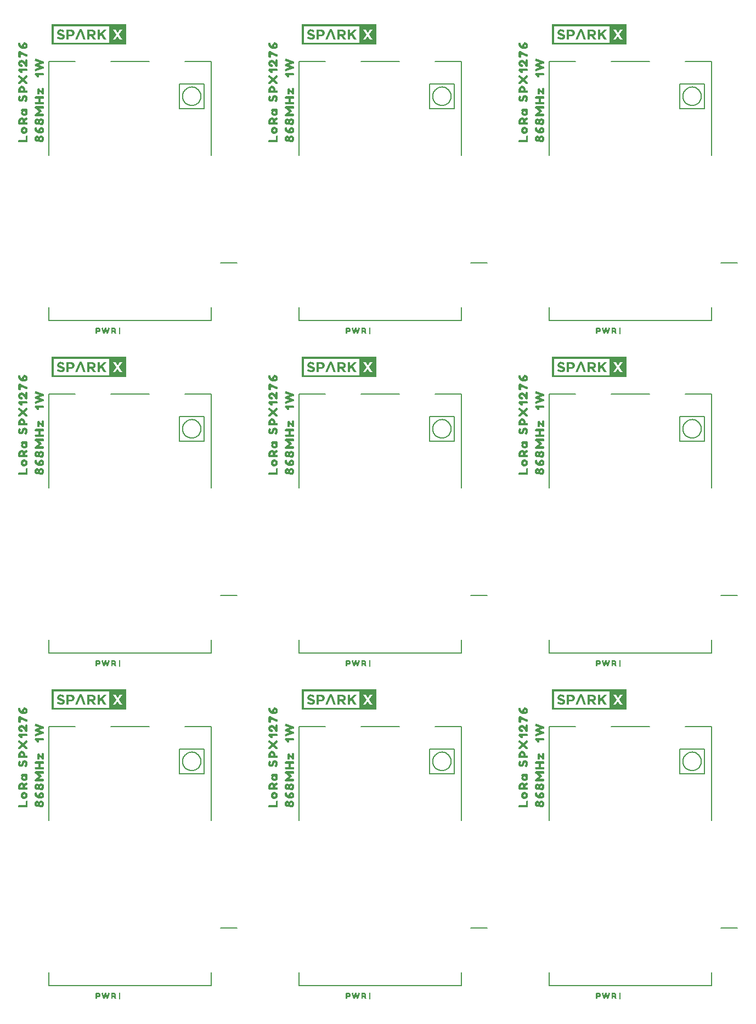
<source format=gto>
G04 EAGLE Gerber RS-274X export*
G75*
%MOMM*%
%FSLAX34Y34*%
%LPD*%
%INSilkscreen Top*%
%IPPOS*%
%AMOC8*
5,1,8,0,0,1.08239X$1,22.5*%
G01*
%ADD10C,0.203200*%

G36*
X956357Y1480228D02*
X956357Y1480228D01*
X956352Y1480235D01*
X956359Y1480241D01*
X956359Y1511879D01*
X956323Y1511927D01*
X956316Y1511921D01*
X956310Y1511928D01*
X842010Y1511928D01*
X841963Y1511892D01*
X841968Y1511885D01*
X841961Y1511879D01*
X841961Y1480241D01*
X841997Y1480193D01*
X842004Y1480199D01*
X842010Y1480192D01*
X956310Y1480192D01*
X956357Y1480228D01*
G37*
G36*
X570277Y1480228D02*
X570277Y1480228D01*
X570272Y1480235D01*
X570279Y1480241D01*
X570279Y1511879D01*
X570243Y1511927D01*
X570236Y1511921D01*
X570230Y1511928D01*
X455930Y1511928D01*
X455883Y1511892D01*
X455888Y1511885D01*
X455881Y1511879D01*
X455881Y1480241D01*
X455917Y1480193D01*
X455924Y1480199D01*
X455930Y1480192D01*
X570230Y1480192D01*
X570277Y1480228D01*
G37*
G36*
X184197Y1480228D02*
X184197Y1480228D01*
X184192Y1480235D01*
X184199Y1480241D01*
X184199Y1511879D01*
X184163Y1511927D01*
X184156Y1511921D01*
X184150Y1511928D01*
X69850Y1511928D01*
X69803Y1511892D01*
X69808Y1511885D01*
X69801Y1511879D01*
X69801Y1480241D01*
X69837Y1480193D01*
X69844Y1480199D01*
X69850Y1480192D01*
X184150Y1480192D01*
X184197Y1480228D01*
G37*
G36*
X956357Y967148D02*
X956357Y967148D01*
X956352Y967155D01*
X956359Y967161D01*
X956359Y998799D01*
X956323Y998847D01*
X956316Y998841D01*
X956310Y998848D01*
X842010Y998848D01*
X841963Y998812D01*
X841968Y998805D01*
X841961Y998799D01*
X841961Y967161D01*
X841997Y967113D01*
X842004Y967119D01*
X842010Y967112D01*
X956310Y967112D01*
X956357Y967148D01*
G37*
G36*
X184163Y485767D02*
X184163Y485767D01*
X184156Y485761D01*
X184150Y485768D01*
X69850Y485768D01*
X69803Y485732D01*
X69808Y485725D01*
X69801Y485719D01*
X69801Y454081D01*
X69837Y454033D01*
X69844Y454039D01*
X69850Y454032D01*
X184150Y454032D01*
X184197Y454068D01*
X184192Y454075D01*
X184199Y454081D01*
X184199Y485719D01*
X184163Y485767D01*
G37*
G36*
X184197Y967148D02*
X184197Y967148D01*
X184192Y967155D01*
X184199Y967161D01*
X184199Y998799D01*
X184163Y998847D01*
X184156Y998841D01*
X184150Y998848D01*
X69850Y998848D01*
X69803Y998812D01*
X69808Y998805D01*
X69801Y998799D01*
X69801Y967161D01*
X69837Y967113D01*
X69844Y967119D01*
X69850Y967112D01*
X184150Y967112D01*
X184197Y967148D01*
G37*
G36*
X570277Y454068D02*
X570277Y454068D01*
X570272Y454075D01*
X570279Y454081D01*
X570279Y485719D01*
X570243Y485767D01*
X570236Y485761D01*
X570230Y485768D01*
X455930Y485768D01*
X455883Y485732D01*
X455888Y485725D01*
X455881Y485719D01*
X455881Y454081D01*
X455917Y454033D01*
X455924Y454039D01*
X455930Y454032D01*
X570230Y454032D01*
X570277Y454068D01*
G37*
G36*
X956357Y454068D02*
X956357Y454068D01*
X956352Y454075D01*
X956359Y454081D01*
X956359Y485719D01*
X956323Y485767D01*
X956316Y485761D01*
X956310Y485768D01*
X842010Y485768D01*
X841963Y485732D01*
X841968Y485725D01*
X841961Y485719D01*
X841961Y454081D01*
X841997Y454033D01*
X842004Y454039D01*
X842010Y454032D01*
X956310Y454032D01*
X956357Y454068D01*
G37*
G36*
X570277Y967148D02*
X570277Y967148D01*
X570272Y967155D01*
X570279Y967161D01*
X570279Y998799D01*
X570243Y998847D01*
X570236Y998841D01*
X570230Y998848D01*
X455930Y998848D01*
X455883Y998812D01*
X455888Y998805D01*
X455881Y998799D01*
X455881Y967161D01*
X455917Y967113D01*
X455924Y967119D01*
X455930Y967112D01*
X570230Y967112D01*
X570277Y967148D01*
G37*
%LPC*%
G36*
X844997Y1483228D02*
X844997Y1483228D01*
X844997Y1508892D01*
X930726Y1508892D01*
X930726Y1483228D01*
X844997Y1483228D01*
G37*
%LPD*%
%LPC*%
G36*
X458917Y1483228D02*
X458917Y1483228D01*
X458917Y1508892D01*
X544646Y1508892D01*
X544646Y1483228D01*
X458917Y1483228D01*
G37*
%LPD*%
%LPC*%
G36*
X72837Y1483228D02*
X72837Y1483228D01*
X72837Y1508892D01*
X158566Y1508892D01*
X158566Y1483228D01*
X72837Y1483228D01*
G37*
%LPD*%
%LPC*%
G36*
X72837Y970148D02*
X72837Y970148D01*
X72837Y995812D01*
X158566Y995812D01*
X158566Y970148D01*
X72837Y970148D01*
G37*
%LPD*%
%LPC*%
G36*
X844997Y970148D02*
X844997Y970148D01*
X844997Y995812D01*
X930726Y995812D01*
X930726Y970148D01*
X844997Y970148D01*
G37*
%LPD*%
%LPC*%
G36*
X458917Y970148D02*
X458917Y970148D01*
X458917Y995812D01*
X544646Y995812D01*
X544646Y970148D01*
X458917Y970148D01*
G37*
%LPD*%
%LPC*%
G36*
X72837Y457068D02*
X72837Y457068D01*
X72837Y482732D01*
X158566Y482732D01*
X158566Y457068D01*
X72837Y457068D01*
G37*
%LPD*%
%LPC*%
G36*
X458917Y457068D02*
X458917Y457068D01*
X458917Y482732D01*
X544646Y482732D01*
X544646Y457068D01*
X458917Y457068D01*
G37*
%LPD*%
%LPC*%
G36*
X844997Y457068D02*
X844997Y457068D01*
X844997Y482732D01*
X930726Y482732D01*
X930726Y457068D01*
X844997Y457068D01*
G37*
%LPD*%
G36*
X127950Y462217D02*
X127950Y462217D01*
X127945Y462225D01*
X127952Y462230D01*
X127952Y467085D01*
X130528Y467085D01*
X133794Y462203D01*
X133827Y462192D01*
X133835Y462181D01*
X137779Y462181D01*
X137786Y462187D01*
X137794Y462184D01*
X137799Y462196D01*
X137826Y462217D01*
X137812Y462236D01*
X137819Y462258D01*
X134101Y467688D01*
X135382Y468366D01*
X135386Y468375D01*
X135393Y468374D01*
X136441Y469385D01*
X136443Y469396D01*
X136451Y469398D01*
X137135Y470740D01*
X137133Y470752D01*
X137140Y470756D01*
X137370Y472442D01*
X137368Y472447D01*
X137371Y472449D01*
X137371Y472495D01*
X137369Y472497D01*
X137370Y472499D01*
X137276Y473625D01*
X137271Y473631D01*
X137274Y473636D01*
X137263Y473671D01*
X136990Y474633D01*
X136984Y474638D01*
X136986Y474643D01*
X136511Y475509D01*
X136503Y475513D01*
X136504Y475519D01*
X135838Y476254D01*
X135830Y476255D01*
X135829Y476261D01*
X134991Y476847D01*
X134983Y476846D01*
X134982Y476852D01*
X133993Y477269D01*
X133986Y477268D01*
X133984Y477272D01*
X132842Y477522D01*
X132837Y477520D01*
X132835Y477523D01*
X131541Y477607D01*
X131539Y477606D01*
X131538Y477607D01*
X124531Y477607D01*
X124484Y477571D01*
X124488Y477565D01*
X124484Y477562D01*
X124485Y477560D01*
X124482Y477558D01*
X124482Y462230D01*
X124518Y462183D01*
X124525Y462189D01*
X124531Y462181D01*
X127903Y462181D01*
X127950Y462217D01*
G37*
G36*
X900110Y462217D02*
X900110Y462217D01*
X900105Y462225D01*
X900112Y462230D01*
X900112Y467085D01*
X902688Y467085D01*
X905954Y462203D01*
X905987Y462192D01*
X905995Y462181D01*
X909939Y462181D01*
X909946Y462187D01*
X909954Y462184D01*
X909959Y462196D01*
X909986Y462217D01*
X909972Y462236D01*
X909979Y462258D01*
X906261Y467688D01*
X907542Y468366D01*
X907546Y468375D01*
X907553Y468374D01*
X908601Y469385D01*
X908603Y469396D01*
X908611Y469398D01*
X909295Y470740D01*
X909293Y470752D01*
X909300Y470756D01*
X909530Y472442D01*
X909528Y472447D01*
X909531Y472449D01*
X909531Y472495D01*
X909529Y472497D01*
X909530Y472499D01*
X909436Y473625D01*
X909431Y473631D01*
X909434Y473636D01*
X909423Y473671D01*
X909150Y474633D01*
X909144Y474638D01*
X909146Y474643D01*
X908671Y475509D01*
X908663Y475513D01*
X908664Y475519D01*
X907998Y476254D01*
X907990Y476255D01*
X907989Y476261D01*
X907151Y476847D01*
X907143Y476846D01*
X907142Y476852D01*
X906153Y477269D01*
X906146Y477268D01*
X906144Y477272D01*
X905002Y477522D01*
X904997Y477520D01*
X904995Y477523D01*
X903701Y477607D01*
X903699Y477606D01*
X903698Y477607D01*
X896691Y477607D01*
X896644Y477571D01*
X896648Y477565D01*
X896644Y477562D01*
X896645Y477560D01*
X896642Y477558D01*
X896642Y462230D01*
X896678Y462183D01*
X896685Y462189D01*
X896691Y462181D01*
X900063Y462181D01*
X900110Y462217D01*
G37*
G36*
X514030Y462217D02*
X514030Y462217D01*
X514025Y462225D01*
X514032Y462230D01*
X514032Y467085D01*
X516608Y467085D01*
X519874Y462203D01*
X519907Y462192D01*
X519915Y462181D01*
X523859Y462181D01*
X523866Y462187D01*
X523874Y462184D01*
X523879Y462196D01*
X523906Y462217D01*
X523892Y462236D01*
X523899Y462258D01*
X520181Y467688D01*
X521462Y468366D01*
X521466Y468375D01*
X521473Y468374D01*
X522521Y469385D01*
X522523Y469396D01*
X522531Y469398D01*
X523215Y470740D01*
X523213Y470752D01*
X523220Y470756D01*
X523450Y472442D01*
X523448Y472447D01*
X523451Y472449D01*
X523451Y472495D01*
X523449Y472497D01*
X523450Y472499D01*
X523356Y473625D01*
X523351Y473631D01*
X523354Y473636D01*
X523343Y473671D01*
X523070Y474633D01*
X523064Y474638D01*
X523066Y474643D01*
X522591Y475509D01*
X522583Y475513D01*
X522584Y475519D01*
X521918Y476254D01*
X521910Y476255D01*
X521909Y476261D01*
X521071Y476847D01*
X521063Y476846D01*
X521062Y476852D01*
X520073Y477269D01*
X520066Y477268D01*
X520064Y477272D01*
X518922Y477522D01*
X518917Y477520D01*
X518915Y477523D01*
X517621Y477607D01*
X517619Y477606D01*
X517618Y477607D01*
X510611Y477607D01*
X510564Y477571D01*
X510568Y477565D01*
X510564Y477562D01*
X510565Y477560D01*
X510562Y477558D01*
X510562Y462230D01*
X510598Y462183D01*
X510605Y462189D01*
X510611Y462181D01*
X513983Y462181D01*
X514030Y462217D01*
G37*
G36*
X514030Y975297D02*
X514030Y975297D01*
X514025Y975305D01*
X514032Y975310D01*
X514032Y980165D01*
X516608Y980165D01*
X519874Y975283D01*
X519907Y975272D01*
X519915Y975261D01*
X523859Y975261D01*
X523866Y975267D01*
X523874Y975264D01*
X523879Y975276D01*
X523906Y975297D01*
X523892Y975316D01*
X523899Y975338D01*
X520181Y980768D01*
X521462Y981446D01*
X521466Y981455D01*
X521473Y981454D01*
X522521Y982465D01*
X522523Y982476D01*
X522531Y982478D01*
X523215Y983820D01*
X523213Y983832D01*
X523220Y983836D01*
X523450Y985522D01*
X523448Y985527D01*
X523451Y985529D01*
X523451Y985575D01*
X523449Y985577D01*
X523450Y985579D01*
X523356Y986705D01*
X523351Y986711D01*
X523354Y986716D01*
X523343Y986751D01*
X523070Y987713D01*
X523064Y987718D01*
X523066Y987723D01*
X522591Y988589D01*
X522583Y988593D01*
X522584Y988599D01*
X521918Y989334D01*
X521910Y989335D01*
X521909Y989341D01*
X521071Y989927D01*
X521063Y989926D01*
X521062Y989932D01*
X520073Y990349D01*
X520066Y990348D01*
X520064Y990352D01*
X518922Y990602D01*
X518917Y990600D01*
X518915Y990603D01*
X517621Y990687D01*
X517619Y990686D01*
X517618Y990687D01*
X510611Y990687D01*
X510564Y990651D01*
X510568Y990645D01*
X510564Y990642D01*
X510565Y990640D01*
X510562Y990638D01*
X510562Y975310D01*
X510598Y975263D01*
X510605Y975269D01*
X510611Y975261D01*
X513983Y975261D01*
X514030Y975297D01*
G37*
G36*
X127950Y975297D02*
X127950Y975297D01*
X127945Y975305D01*
X127952Y975310D01*
X127952Y980165D01*
X130528Y980165D01*
X133794Y975283D01*
X133827Y975272D01*
X133835Y975261D01*
X137779Y975261D01*
X137786Y975267D01*
X137794Y975264D01*
X137799Y975276D01*
X137826Y975297D01*
X137812Y975316D01*
X137819Y975338D01*
X134101Y980768D01*
X135382Y981446D01*
X135386Y981455D01*
X135393Y981454D01*
X136441Y982465D01*
X136443Y982476D01*
X136451Y982478D01*
X137135Y983820D01*
X137133Y983832D01*
X137140Y983836D01*
X137370Y985522D01*
X137368Y985527D01*
X137371Y985529D01*
X137371Y985575D01*
X137369Y985577D01*
X137370Y985579D01*
X137276Y986705D01*
X137271Y986711D01*
X137274Y986716D01*
X137263Y986751D01*
X136990Y987713D01*
X136984Y987718D01*
X136986Y987723D01*
X136511Y988589D01*
X136503Y988593D01*
X136504Y988599D01*
X135838Y989334D01*
X135830Y989335D01*
X135829Y989341D01*
X134991Y989927D01*
X134983Y989926D01*
X134982Y989932D01*
X133993Y990349D01*
X133986Y990348D01*
X133984Y990352D01*
X132842Y990602D01*
X132837Y990600D01*
X132835Y990603D01*
X131541Y990687D01*
X131539Y990686D01*
X131538Y990687D01*
X124531Y990687D01*
X124484Y990651D01*
X124488Y990645D01*
X124484Y990642D01*
X124485Y990640D01*
X124482Y990638D01*
X124482Y975310D01*
X124518Y975263D01*
X124525Y975269D01*
X124531Y975261D01*
X127903Y975261D01*
X127950Y975297D01*
G37*
G36*
X900110Y975297D02*
X900110Y975297D01*
X900105Y975305D01*
X900112Y975310D01*
X900112Y980165D01*
X902688Y980165D01*
X905954Y975283D01*
X905987Y975272D01*
X905995Y975261D01*
X909939Y975261D01*
X909946Y975267D01*
X909954Y975264D01*
X909959Y975276D01*
X909986Y975297D01*
X909972Y975316D01*
X909979Y975338D01*
X906261Y980768D01*
X907542Y981446D01*
X907546Y981455D01*
X907553Y981454D01*
X908601Y982465D01*
X908603Y982476D01*
X908611Y982478D01*
X909295Y983820D01*
X909293Y983832D01*
X909300Y983836D01*
X909530Y985522D01*
X909528Y985527D01*
X909531Y985529D01*
X909531Y985575D01*
X909529Y985577D01*
X909530Y985579D01*
X909436Y986705D01*
X909431Y986711D01*
X909434Y986716D01*
X909423Y986751D01*
X909150Y987713D01*
X909144Y987718D01*
X909146Y987723D01*
X908671Y988589D01*
X908663Y988593D01*
X908664Y988599D01*
X907998Y989334D01*
X907990Y989335D01*
X907989Y989341D01*
X907151Y989927D01*
X907143Y989926D01*
X907142Y989932D01*
X906153Y990349D01*
X906146Y990348D01*
X906144Y990352D01*
X905002Y990602D01*
X904997Y990600D01*
X904995Y990603D01*
X903701Y990687D01*
X903699Y990686D01*
X903698Y990687D01*
X896691Y990687D01*
X896644Y990651D01*
X896648Y990645D01*
X896644Y990642D01*
X896645Y990640D01*
X896642Y990638D01*
X896642Y975310D01*
X896678Y975263D01*
X896685Y975269D01*
X896691Y975261D01*
X900063Y975261D01*
X900110Y975297D01*
G37*
G36*
X514030Y1488377D02*
X514030Y1488377D01*
X514025Y1488385D01*
X514032Y1488390D01*
X514032Y1493245D01*
X516608Y1493245D01*
X519874Y1488363D01*
X519907Y1488352D01*
X519915Y1488341D01*
X523859Y1488341D01*
X523866Y1488347D01*
X523874Y1488344D01*
X523879Y1488356D01*
X523906Y1488377D01*
X523892Y1488396D01*
X523899Y1488418D01*
X520181Y1493848D01*
X521462Y1494526D01*
X521466Y1494535D01*
X521473Y1494534D01*
X522521Y1495545D01*
X522523Y1495556D01*
X522531Y1495558D01*
X523215Y1496900D01*
X523213Y1496912D01*
X523220Y1496916D01*
X523450Y1498602D01*
X523448Y1498607D01*
X523451Y1498609D01*
X523451Y1498655D01*
X523449Y1498657D01*
X523450Y1498659D01*
X523356Y1499785D01*
X523351Y1499791D01*
X523354Y1499796D01*
X523343Y1499831D01*
X523070Y1500793D01*
X523064Y1500798D01*
X523066Y1500803D01*
X522591Y1501669D01*
X522583Y1501673D01*
X522584Y1501679D01*
X521918Y1502414D01*
X521910Y1502415D01*
X521909Y1502421D01*
X521071Y1503007D01*
X521063Y1503006D01*
X521062Y1503012D01*
X520073Y1503429D01*
X520066Y1503428D01*
X520064Y1503432D01*
X518922Y1503682D01*
X518917Y1503680D01*
X518915Y1503683D01*
X517621Y1503767D01*
X517619Y1503766D01*
X517618Y1503767D01*
X510611Y1503767D01*
X510564Y1503731D01*
X510568Y1503725D01*
X510564Y1503722D01*
X510565Y1503720D01*
X510562Y1503718D01*
X510562Y1488390D01*
X510598Y1488343D01*
X510605Y1488349D01*
X510611Y1488341D01*
X513983Y1488341D01*
X514030Y1488377D01*
G37*
G36*
X127950Y1488377D02*
X127950Y1488377D01*
X127945Y1488385D01*
X127952Y1488390D01*
X127952Y1493245D01*
X130528Y1493245D01*
X133794Y1488363D01*
X133827Y1488352D01*
X133835Y1488341D01*
X137779Y1488341D01*
X137786Y1488347D01*
X137794Y1488344D01*
X137799Y1488356D01*
X137826Y1488377D01*
X137812Y1488396D01*
X137819Y1488418D01*
X134101Y1493848D01*
X135382Y1494526D01*
X135386Y1494535D01*
X135393Y1494534D01*
X136441Y1495545D01*
X136443Y1495556D01*
X136451Y1495558D01*
X137135Y1496900D01*
X137133Y1496912D01*
X137140Y1496916D01*
X137370Y1498602D01*
X137368Y1498607D01*
X137371Y1498609D01*
X137371Y1498655D01*
X137369Y1498657D01*
X137370Y1498659D01*
X137276Y1499785D01*
X137271Y1499791D01*
X137274Y1499796D01*
X137263Y1499831D01*
X136990Y1500793D01*
X136984Y1500798D01*
X136986Y1500803D01*
X136511Y1501669D01*
X136503Y1501673D01*
X136504Y1501679D01*
X135838Y1502414D01*
X135830Y1502415D01*
X135829Y1502421D01*
X134991Y1503007D01*
X134983Y1503006D01*
X134982Y1503012D01*
X133993Y1503429D01*
X133986Y1503428D01*
X133984Y1503432D01*
X132842Y1503682D01*
X132837Y1503680D01*
X132835Y1503683D01*
X131541Y1503767D01*
X131539Y1503766D01*
X131538Y1503767D01*
X124531Y1503767D01*
X124484Y1503731D01*
X124488Y1503725D01*
X124484Y1503722D01*
X124485Y1503720D01*
X124482Y1503718D01*
X124482Y1488390D01*
X124518Y1488343D01*
X124525Y1488349D01*
X124531Y1488341D01*
X127903Y1488341D01*
X127950Y1488377D01*
G37*
G36*
X900110Y1488377D02*
X900110Y1488377D01*
X900105Y1488385D01*
X900112Y1488390D01*
X900112Y1493245D01*
X902688Y1493245D01*
X905954Y1488363D01*
X905987Y1488352D01*
X905995Y1488341D01*
X909939Y1488341D01*
X909946Y1488347D01*
X909954Y1488344D01*
X909959Y1488356D01*
X909986Y1488377D01*
X909972Y1488396D01*
X909979Y1488418D01*
X906261Y1493848D01*
X907542Y1494526D01*
X907546Y1494535D01*
X907553Y1494534D01*
X908601Y1495545D01*
X908603Y1495556D01*
X908611Y1495558D01*
X909295Y1496900D01*
X909293Y1496912D01*
X909300Y1496916D01*
X909530Y1498602D01*
X909528Y1498607D01*
X909531Y1498609D01*
X909531Y1498655D01*
X909529Y1498657D01*
X909530Y1498659D01*
X909436Y1499785D01*
X909431Y1499791D01*
X909434Y1499796D01*
X909423Y1499831D01*
X909150Y1500793D01*
X909144Y1500798D01*
X909146Y1500803D01*
X908671Y1501669D01*
X908663Y1501673D01*
X908664Y1501679D01*
X907998Y1502414D01*
X907990Y1502415D01*
X907989Y1502421D01*
X907151Y1503007D01*
X907143Y1503006D01*
X907142Y1503012D01*
X906153Y1503429D01*
X906146Y1503428D01*
X906144Y1503432D01*
X905002Y1503682D01*
X904997Y1503680D01*
X904995Y1503683D01*
X903701Y1503767D01*
X903699Y1503766D01*
X903698Y1503767D01*
X896691Y1503767D01*
X896644Y1503731D01*
X896648Y1503725D01*
X896644Y1503722D01*
X896645Y1503720D01*
X896642Y1503718D01*
X896642Y1488390D01*
X896678Y1488343D01*
X896685Y1488349D01*
X896691Y1488341D01*
X900063Y1488341D01*
X900110Y1488377D01*
G37*
G36*
X46110Y1439712D02*
X46110Y1439712D01*
X46113Y1439716D01*
X46116Y1439714D01*
X56716Y1443414D01*
X56722Y1443423D01*
X56730Y1443421D01*
X57530Y1444021D01*
X57535Y1444039D01*
X57546Y1444042D01*
X57946Y1445042D01*
X57941Y1445060D01*
X57944Y1445063D01*
X57943Y1445064D01*
X57948Y1445071D01*
X57748Y1445971D01*
X57732Y1445985D01*
X57732Y1445997D01*
X56932Y1446697D01*
X56917Y1446698D01*
X56914Y1446707D01*
X56215Y1446907D01*
X53417Y1447906D01*
X53416Y1447906D01*
X53416Y1447907D01*
X51916Y1448406D01*
X50350Y1448959D01*
X56015Y1450913D01*
X57014Y1451213D01*
X57024Y1451227D01*
X57035Y1451225D01*
X57735Y1451925D01*
X57738Y1451945D01*
X57748Y1451950D01*
X57948Y1452950D01*
X57938Y1452971D01*
X57944Y1452982D01*
X57444Y1453982D01*
X57427Y1453990D01*
X57426Y1454002D01*
X56626Y1454502D01*
X56618Y1454501D01*
X56616Y1454507D01*
X46016Y1458207D01*
X46015Y1458206D01*
X46014Y1458207D01*
X45014Y1458507D01*
X44992Y1458499D01*
X44981Y1458505D01*
X44281Y1458205D01*
X44269Y1458185D01*
X44257Y1458184D01*
X43657Y1457084D01*
X43658Y1457073D01*
X43652Y1457070D01*
X43452Y1456070D01*
X43463Y1456046D01*
X43458Y1456034D01*
X43958Y1455234D01*
X43980Y1455226D01*
X43984Y1455213D01*
X50665Y1452920D01*
X50830Y1452589D01*
X45085Y1450707D01*
X45082Y1450704D01*
X45080Y1450705D01*
X44180Y1450305D01*
X44172Y1450290D01*
X44161Y1450290D01*
X43561Y1449490D01*
X43561Y1449479D01*
X43553Y1449473D01*
X43560Y1449463D01*
X43551Y1449456D01*
X43651Y1448356D01*
X43665Y1448340D01*
X43663Y1448328D01*
X44263Y1447628D01*
X44275Y1447625D01*
X44276Y1447617D01*
X45176Y1447117D01*
X45183Y1447118D01*
X45185Y1447113D01*
X50919Y1445235D01*
X50670Y1444902D01*
X44785Y1443007D01*
X44783Y1443004D01*
X44780Y1443005D01*
X43880Y1442605D01*
X43869Y1442584D01*
X43856Y1442582D01*
X43456Y1441782D01*
X43461Y1441757D01*
X43453Y1441747D01*
X43753Y1440647D01*
X43762Y1440640D01*
X43759Y1440633D01*
X44359Y1439733D01*
X44382Y1439725D01*
X44386Y1439713D01*
X45086Y1439513D01*
X45102Y1439519D01*
X45110Y1439512D01*
X46110Y1439712D01*
G37*
G36*
X432190Y1439712D02*
X432190Y1439712D01*
X432193Y1439716D01*
X432196Y1439714D01*
X442796Y1443414D01*
X442802Y1443423D01*
X442810Y1443421D01*
X443610Y1444021D01*
X443615Y1444039D01*
X443626Y1444042D01*
X444026Y1445042D01*
X444021Y1445060D01*
X444024Y1445063D01*
X444023Y1445064D01*
X444028Y1445071D01*
X443828Y1445971D01*
X443812Y1445985D01*
X443812Y1445997D01*
X443012Y1446697D01*
X442997Y1446698D01*
X442994Y1446707D01*
X442295Y1446907D01*
X439497Y1447906D01*
X439496Y1447906D01*
X439496Y1447907D01*
X437996Y1448406D01*
X436430Y1448959D01*
X442095Y1450913D01*
X443094Y1451213D01*
X443104Y1451227D01*
X443115Y1451225D01*
X443815Y1451925D01*
X443818Y1451945D01*
X443828Y1451950D01*
X444028Y1452950D01*
X444018Y1452971D01*
X444024Y1452982D01*
X443524Y1453982D01*
X443507Y1453990D01*
X443506Y1454002D01*
X442706Y1454502D01*
X442698Y1454501D01*
X442696Y1454507D01*
X432096Y1458207D01*
X432095Y1458206D01*
X432094Y1458207D01*
X431094Y1458507D01*
X431072Y1458499D01*
X431061Y1458505D01*
X430361Y1458205D01*
X430349Y1458185D01*
X430337Y1458184D01*
X429737Y1457084D01*
X429738Y1457073D01*
X429732Y1457070D01*
X429532Y1456070D01*
X429543Y1456046D01*
X429538Y1456034D01*
X430038Y1455234D01*
X430060Y1455226D01*
X430064Y1455213D01*
X436745Y1452920D01*
X436910Y1452589D01*
X431165Y1450707D01*
X431162Y1450704D01*
X431160Y1450705D01*
X430260Y1450305D01*
X430252Y1450290D01*
X430241Y1450290D01*
X429641Y1449490D01*
X429641Y1449479D01*
X429633Y1449473D01*
X429640Y1449463D01*
X429631Y1449456D01*
X429731Y1448356D01*
X429745Y1448340D01*
X429743Y1448328D01*
X430343Y1447628D01*
X430355Y1447625D01*
X430356Y1447617D01*
X431256Y1447117D01*
X431263Y1447118D01*
X431265Y1447113D01*
X436999Y1445235D01*
X436750Y1444902D01*
X430865Y1443007D01*
X430863Y1443004D01*
X430860Y1443005D01*
X429960Y1442605D01*
X429949Y1442584D01*
X429936Y1442582D01*
X429536Y1441782D01*
X429541Y1441757D01*
X429533Y1441747D01*
X429833Y1440647D01*
X429842Y1440640D01*
X429839Y1440633D01*
X430439Y1439733D01*
X430462Y1439725D01*
X430466Y1439713D01*
X431166Y1439513D01*
X431182Y1439519D01*
X431190Y1439512D01*
X432190Y1439712D01*
G37*
G36*
X818270Y1439712D02*
X818270Y1439712D01*
X818273Y1439716D01*
X818276Y1439714D01*
X828876Y1443414D01*
X828882Y1443423D01*
X828890Y1443421D01*
X829690Y1444021D01*
X829695Y1444039D01*
X829706Y1444042D01*
X830106Y1445042D01*
X830101Y1445060D01*
X830104Y1445063D01*
X830103Y1445064D01*
X830108Y1445071D01*
X829908Y1445971D01*
X829892Y1445985D01*
X829892Y1445997D01*
X829092Y1446697D01*
X829077Y1446698D01*
X829074Y1446707D01*
X828375Y1446907D01*
X825577Y1447906D01*
X825576Y1447906D01*
X825576Y1447907D01*
X824076Y1448406D01*
X822510Y1448959D01*
X828175Y1450913D01*
X829174Y1451213D01*
X829184Y1451227D01*
X829195Y1451225D01*
X829895Y1451925D01*
X829898Y1451945D01*
X829908Y1451950D01*
X830108Y1452950D01*
X830098Y1452971D01*
X830104Y1452982D01*
X829604Y1453982D01*
X829587Y1453990D01*
X829586Y1454002D01*
X828786Y1454502D01*
X828778Y1454501D01*
X828776Y1454507D01*
X818176Y1458207D01*
X818175Y1458206D01*
X818174Y1458207D01*
X817174Y1458507D01*
X817152Y1458499D01*
X817141Y1458505D01*
X816441Y1458205D01*
X816429Y1458185D01*
X816417Y1458184D01*
X815817Y1457084D01*
X815818Y1457073D01*
X815812Y1457070D01*
X815612Y1456070D01*
X815623Y1456046D01*
X815618Y1456034D01*
X816118Y1455234D01*
X816140Y1455226D01*
X816144Y1455213D01*
X822825Y1452920D01*
X822990Y1452589D01*
X817245Y1450707D01*
X817242Y1450704D01*
X817240Y1450705D01*
X816340Y1450305D01*
X816332Y1450290D01*
X816321Y1450290D01*
X815721Y1449490D01*
X815721Y1449479D01*
X815713Y1449473D01*
X815720Y1449463D01*
X815711Y1449456D01*
X815811Y1448356D01*
X815825Y1448340D01*
X815823Y1448328D01*
X816423Y1447628D01*
X816435Y1447625D01*
X816436Y1447617D01*
X817336Y1447117D01*
X817343Y1447118D01*
X817345Y1447113D01*
X823079Y1445235D01*
X822830Y1444902D01*
X816945Y1443007D01*
X816943Y1443004D01*
X816940Y1443005D01*
X816040Y1442605D01*
X816029Y1442584D01*
X816016Y1442582D01*
X815616Y1441782D01*
X815621Y1441757D01*
X815613Y1441747D01*
X815913Y1440647D01*
X815922Y1440640D01*
X815919Y1440633D01*
X816519Y1439733D01*
X816542Y1439725D01*
X816546Y1439713D01*
X817246Y1439513D01*
X817262Y1439519D01*
X817270Y1439512D01*
X818270Y1439712D01*
G37*
G36*
X46110Y926632D02*
X46110Y926632D01*
X46113Y926636D01*
X46116Y926634D01*
X56716Y930334D01*
X56722Y930343D01*
X56730Y930341D01*
X57530Y930941D01*
X57535Y930959D01*
X57546Y930962D01*
X57946Y931962D01*
X57941Y931980D01*
X57944Y931983D01*
X57943Y931984D01*
X57948Y931991D01*
X57748Y932891D01*
X57732Y932905D01*
X57732Y932917D01*
X56932Y933617D01*
X56917Y933618D01*
X56914Y933627D01*
X56215Y933827D01*
X53417Y934826D01*
X53416Y934826D01*
X53416Y934827D01*
X51916Y935326D01*
X50350Y935879D01*
X56015Y937833D01*
X57014Y938133D01*
X57024Y938147D01*
X57035Y938145D01*
X57735Y938845D01*
X57738Y938865D01*
X57748Y938870D01*
X57948Y939870D01*
X57938Y939891D01*
X57944Y939902D01*
X57444Y940902D01*
X57427Y940910D01*
X57426Y940922D01*
X56626Y941422D01*
X56618Y941421D01*
X56616Y941427D01*
X46016Y945127D01*
X46015Y945126D01*
X46014Y945127D01*
X45014Y945427D01*
X44992Y945419D01*
X44981Y945425D01*
X44281Y945125D01*
X44269Y945105D01*
X44257Y945104D01*
X43657Y944004D01*
X43658Y943993D01*
X43652Y943990D01*
X43452Y942990D01*
X43463Y942966D01*
X43458Y942954D01*
X43958Y942154D01*
X43980Y942146D01*
X43984Y942133D01*
X50665Y939840D01*
X50830Y939509D01*
X45085Y937627D01*
X45082Y937624D01*
X45080Y937625D01*
X44180Y937225D01*
X44172Y937210D01*
X44161Y937210D01*
X43561Y936410D01*
X43561Y936399D01*
X43553Y936393D01*
X43560Y936383D01*
X43551Y936376D01*
X43651Y935276D01*
X43665Y935260D01*
X43663Y935248D01*
X44263Y934548D01*
X44275Y934545D01*
X44276Y934537D01*
X45176Y934037D01*
X45183Y934038D01*
X45185Y934033D01*
X50919Y932155D01*
X50670Y931822D01*
X44785Y929927D01*
X44783Y929924D01*
X44780Y929925D01*
X43880Y929525D01*
X43869Y929504D01*
X43856Y929502D01*
X43456Y928702D01*
X43461Y928677D01*
X43453Y928667D01*
X43753Y927567D01*
X43762Y927560D01*
X43759Y927553D01*
X44359Y926653D01*
X44382Y926645D01*
X44386Y926633D01*
X45086Y926433D01*
X45102Y926439D01*
X45110Y926432D01*
X46110Y926632D01*
G37*
G36*
X818270Y413552D02*
X818270Y413552D01*
X818273Y413556D01*
X818276Y413554D01*
X828876Y417254D01*
X828882Y417263D01*
X828890Y417261D01*
X829690Y417861D01*
X829695Y417879D01*
X829706Y417882D01*
X830106Y418882D01*
X830101Y418900D01*
X830104Y418903D01*
X830103Y418904D01*
X830108Y418911D01*
X829908Y419811D01*
X829892Y419825D01*
X829892Y419837D01*
X829092Y420537D01*
X829077Y420538D01*
X829074Y420547D01*
X828375Y420747D01*
X825577Y421746D01*
X825576Y421746D01*
X825576Y421747D01*
X824076Y422246D01*
X822510Y422799D01*
X828175Y424753D01*
X829174Y425053D01*
X829184Y425067D01*
X829195Y425065D01*
X829895Y425765D01*
X829898Y425785D01*
X829908Y425790D01*
X830108Y426790D01*
X830098Y426811D01*
X830104Y426822D01*
X829604Y427822D01*
X829587Y427830D01*
X829586Y427842D01*
X828786Y428342D01*
X828778Y428341D01*
X828776Y428347D01*
X818176Y432047D01*
X818175Y432046D01*
X818174Y432047D01*
X817174Y432347D01*
X817152Y432339D01*
X817141Y432345D01*
X816441Y432045D01*
X816429Y432025D01*
X816417Y432024D01*
X815817Y430924D01*
X815818Y430913D01*
X815812Y430910D01*
X815612Y429910D01*
X815623Y429886D01*
X815618Y429874D01*
X816118Y429074D01*
X816140Y429066D01*
X816144Y429053D01*
X822825Y426760D01*
X822990Y426429D01*
X817245Y424547D01*
X817242Y424544D01*
X817240Y424545D01*
X816340Y424145D01*
X816332Y424130D01*
X816321Y424130D01*
X815721Y423330D01*
X815721Y423319D01*
X815713Y423313D01*
X815720Y423303D01*
X815711Y423296D01*
X815811Y422196D01*
X815825Y422180D01*
X815823Y422168D01*
X816423Y421468D01*
X816435Y421465D01*
X816436Y421457D01*
X817336Y420957D01*
X817343Y420958D01*
X817345Y420953D01*
X823079Y419075D01*
X822830Y418742D01*
X816945Y416847D01*
X816943Y416844D01*
X816940Y416845D01*
X816040Y416445D01*
X816029Y416424D01*
X816016Y416422D01*
X815616Y415622D01*
X815621Y415597D01*
X815613Y415587D01*
X815913Y414487D01*
X815922Y414480D01*
X815919Y414473D01*
X816519Y413573D01*
X816542Y413565D01*
X816546Y413553D01*
X817246Y413353D01*
X817262Y413359D01*
X817270Y413352D01*
X818270Y413552D01*
G37*
G36*
X46110Y413552D02*
X46110Y413552D01*
X46113Y413556D01*
X46116Y413554D01*
X56716Y417254D01*
X56722Y417263D01*
X56730Y417261D01*
X57530Y417861D01*
X57535Y417879D01*
X57546Y417882D01*
X57946Y418882D01*
X57941Y418900D01*
X57944Y418903D01*
X57943Y418904D01*
X57948Y418911D01*
X57748Y419811D01*
X57732Y419825D01*
X57732Y419837D01*
X56932Y420537D01*
X56917Y420538D01*
X56914Y420547D01*
X56215Y420747D01*
X53417Y421746D01*
X53416Y421746D01*
X53416Y421747D01*
X51916Y422246D01*
X50350Y422799D01*
X56015Y424753D01*
X57014Y425053D01*
X57024Y425067D01*
X57035Y425065D01*
X57735Y425765D01*
X57738Y425785D01*
X57748Y425790D01*
X57948Y426790D01*
X57938Y426811D01*
X57944Y426822D01*
X57444Y427822D01*
X57427Y427830D01*
X57426Y427842D01*
X56626Y428342D01*
X56618Y428341D01*
X56616Y428347D01*
X46016Y432047D01*
X46015Y432046D01*
X46014Y432047D01*
X45014Y432347D01*
X44992Y432339D01*
X44981Y432345D01*
X44281Y432045D01*
X44269Y432025D01*
X44257Y432024D01*
X43657Y430924D01*
X43658Y430913D01*
X43652Y430910D01*
X43452Y429910D01*
X43463Y429886D01*
X43458Y429874D01*
X43958Y429074D01*
X43980Y429066D01*
X43984Y429053D01*
X50665Y426760D01*
X50830Y426429D01*
X45085Y424547D01*
X45082Y424544D01*
X45080Y424545D01*
X44180Y424145D01*
X44172Y424130D01*
X44161Y424130D01*
X43561Y423330D01*
X43561Y423319D01*
X43553Y423313D01*
X43560Y423303D01*
X43551Y423296D01*
X43651Y422196D01*
X43665Y422180D01*
X43663Y422168D01*
X44263Y421468D01*
X44275Y421465D01*
X44276Y421457D01*
X45176Y420957D01*
X45183Y420958D01*
X45185Y420953D01*
X50919Y419075D01*
X50670Y418742D01*
X44785Y416847D01*
X44783Y416844D01*
X44780Y416845D01*
X43880Y416445D01*
X43869Y416424D01*
X43856Y416422D01*
X43456Y415622D01*
X43461Y415597D01*
X43453Y415587D01*
X43753Y414487D01*
X43762Y414480D01*
X43759Y414473D01*
X44359Y413573D01*
X44382Y413565D01*
X44386Y413553D01*
X45086Y413353D01*
X45102Y413359D01*
X45110Y413352D01*
X46110Y413552D01*
G37*
G36*
X432190Y413552D02*
X432190Y413552D01*
X432193Y413556D01*
X432196Y413554D01*
X442796Y417254D01*
X442802Y417263D01*
X442810Y417261D01*
X443610Y417861D01*
X443615Y417879D01*
X443626Y417882D01*
X444026Y418882D01*
X444021Y418900D01*
X444024Y418903D01*
X444023Y418904D01*
X444028Y418911D01*
X443828Y419811D01*
X443812Y419825D01*
X443812Y419837D01*
X443012Y420537D01*
X442997Y420538D01*
X442994Y420547D01*
X442295Y420747D01*
X439497Y421746D01*
X439496Y421746D01*
X439496Y421747D01*
X437996Y422246D01*
X436430Y422799D01*
X442095Y424753D01*
X443094Y425053D01*
X443104Y425067D01*
X443115Y425065D01*
X443815Y425765D01*
X443818Y425785D01*
X443828Y425790D01*
X444028Y426790D01*
X444018Y426811D01*
X444024Y426822D01*
X443524Y427822D01*
X443507Y427830D01*
X443506Y427842D01*
X442706Y428342D01*
X442698Y428341D01*
X442696Y428347D01*
X432096Y432047D01*
X432095Y432046D01*
X432094Y432047D01*
X431094Y432347D01*
X431072Y432339D01*
X431061Y432345D01*
X430361Y432045D01*
X430349Y432025D01*
X430337Y432024D01*
X429737Y430924D01*
X429738Y430913D01*
X429732Y430910D01*
X429532Y429910D01*
X429543Y429886D01*
X429538Y429874D01*
X430038Y429074D01*
X430060Y429066D01*
X430064Y429053D01*
X436745Y426760D01*
X436910Y426429D01*
X431165Y424547D01*
X431162Y424544D01*
X431160Y424545D01*
X430260Y424145D01*
X430252Y424130D01*
X430241Y424130D01*
X429641Y423330D01*
X429641Y423319D01*
X429633Y423313D01*
X429640Y423303D01*
X429631Y423296D01*
X429731Y422196D01*
X429745Y422180D01*
X429743Y422168D01*
X430343Y421468D01*
X430355Y421465D01*
X430356Y421457D01*
X431256Y420957D01*
X431263Y420958D01*
X431265Y420953D01*
X436999Y419075D01*
X436750Y418742D01*
X430865Y416847D01*
X430863Y416844D01*
X430860Y416845D01*
X429960Y416445D01*
X429949Y416424D01*
X429936Y416422D01*
X429536Y415622D01*
X429541Y415597D01*
X429533Y415587D01*
X429833Y414487D01*
X429842Y414480D01*
X429839Y414473D01*
X430439Y413573D01*
X430462Y413565D01*
X430466Y413553D01*
X431166Y413353D01*
X431182Y413359D01*
X431190Y413352D01*
X432190Y413552D01*
G37*
G36*
X432190Y926632D02*
X432190Y926632D01*
X432193Y926636D01*
X432196Y926634D01*
X442796Y930334D01*
X442802Y930343D01*
X442810Y930341D01*
X443610Y930941D01*
X443615Y930959D01*
X443626Y930962D01*
X444026Y931962D01*
X444021Y931980D01*
X444024Y931983D01*
X444023Y931984D01*
X444028Y931991D01*
X443828Y932891D01*
X443812Y932905D01*
X443812Y932917D01*
X443012Y933617D01*
X442997Y933618D01*
X442994Y933627D01*
X442295Y933827D01*
X439497Y934826D01*
X439496Y934826D01*
X439496Y934827D01*
X437996Y935326D01*
X436430Y935879D01*
X442095Y937833D01*
X443094Y938133D01*
X443104Y938147D01*
X443115Y938145D01*
X443815Y938845D01*
X443818Y938865D01*
X443828Y938870D01*
X444028Y939870D01*
X444018Y939891D01*
X444024Y939902D01*
X443524Y940902D01*
X443507Y940910D01*
X443506Y940922D01*
X442706Y941422D01*
X442698Y941421D01*
X442696Y941427D01*
X432096Y945127D01*
X432095Y945126D01*
X432094Y945127D01*
X431094Y945427D01*
X431072Y945419D01*
X431061Y945425D01*
X430361Y945125D01*
X430349Y945105D01*
X430337Y945104D01*
X429737Y944004D01*
X429738Y943993D01*
X429732Y943990D01*
X429532Y942990D01*
X429543Y942966D01*
X429538Y942954D01*
X430038Y942154D01*
X430060Y942146D01*
X430064Y942133D01*
X436745Y939840D01*
X436910Y939509D01*
X431165Y937627D01*
X431162Y937624D01*
X431160Y937625D01*
X430260Y937225D01*
X430252Y937210D01*
X430241Y937210D01*
X429641Y936410D01*
X429641Y936399D01*
X429633Y936393D01*
X429640Y936383D01*
X429631Y936376D01*
X429731Y935276D01*
X429745Y935260D01*
X429743Y935248D01*
X430343Y934548D01*
X430355Y934545D01*
X430356Y934537D01*
X431256Y934037D01*
X431263Y934038D01*
X431265Y934033D01*
X436999Y932155D01*
X436750Y931822D01*
X430865Y929927D01*
X430863Y929924D01*
X430860Y929925D01*
X429960Y929525D01*
X429949Y929504D01*
X429936Y929502D01*
X429536Y928702D01*
X429541Y928677D01*
X429533Y928667D01*
X429833Y927567D01*
X429842Y927560D01*
X429839Y927553D01*
X430439Y926653D01*
X430462Y926645D01*
X430466Y926633D01*
X431166Y926433D01*
X431182Y926439D01*
X431190Y926432D01*
X432190Y926632D01*
G37*
G36*
X818270Y926632D02*
X818270Y926632D01*
X818273Y926636D01*
X818276Y926634D01*
X828876Y930334D01*
X828882Y930343D01*
X828890Y930341D01*
X829690Y930941D01*
X829695Y930959D01*
X829706Y930962D01*
X830106Y931962D01*
X830101Y931980D01*
X830104Y931983D01*
X830103Y931984D01*
X830108Y931991D01*
X829908Y932891D01*
X829892Y932905D01*
X829892Y932917D01*
X829092Y933617D01*
X829077Y933618D01*
X829074Y933627D01*
X828375Y933827D01*
X825577Y934826D01*
X825576Y934826D01*
X825576Y934827D01*
X824076Y935326D01*
X822510Y935879D01*
X828175Y937833D01*
X829174Y938133D01*
X829184Y938147D01*
X829195Y938145D01*
X829895Y938845D01*
X829898Y938865D01*
X829908Y938870D01*
X830108Y939870D01*
X830098Y939891D01*
X830104Y939902D01*
X829604Y940902D01*
X829587Y940910D01*
X829586Y940922D01*
X828786Y941422D01*
X828778Y941421D01*
X828776Y941427D01*
X818176Y945127D01*
X818175Y945126D01*
X818174Y945127D01*
X817174Y945427D01*
X817152Y945419D01*
X817141Y945425D01*
X816441Y945125D01*
X816429Y945105D01*
X816417Y945104D01*
X815817Y944004D01*
X815818Y943993D01*
X815812Y943990D01*
X815612Y942990D01*
X815623Y942966D01*
X815618Y942954D01*
X816118Y942154D01*
X816140Y942146D01*
X816144Y942133D01*
X822825Y939840D01*
X822990Y939509D01*
X817245Y937627D01*
X817242Y937624D01*
X817240Y937625D01*
X816340Y937225D01*
X816332Y937210D01*
X816321Y937210D01*
X815721Y936410D01*
X815721Y936399D01*
X815713Y936393D01*
X815720Y936383D01*
X815711Y936376D01*
X815811Y935276D01*
X815825Y935260D01*
X815823Y935248D01*
X816423Y934548D01*
X816435Y934545D01*
X816436Y934537D01*
X817336Y934037D01*
X817343Y934038D01*
X817345Y934033D01*
X823079Y932155D01*
X822830Y931822D01*
X816945Y929927D01*
X816943Y929924D01*
X816940Y929925D01*
X816040Y929525D01*
X816029Y929504D01*
X816016Y929502D01*
X815616Y928702D01*
X815621Y928677D01*
X815613Y928667D01*
X815913Y927567D01*
X815922Y927560D01*
X815919Y927553D01*
X816519Y926653D01*
X816542Y926645D01*
X816546Y926633D01*
X817246Y926433D01*
X817262Y926439D01*
X817270Y926432D01*
X818270Y926632D01*
G37*
G36*
X828363Y856943D02*
X828363Y856943D01*
X828365Y856941D01*
X829365Y857041D01*
X829382Y857057D01*
X829395Y857055D01*
X829995Y857655D01*
X829996Y857666D01*
X829997Y857666D01*
X829996Y857667D01*
X829998Y857679D01*
X830009Y857686D01*
X830109Y858886D01*
X830102Y858897D01*
X830107Y858904D01*
X829807Y859904D01*
X829789Y859917D01*
X829789Y859930D01*
X829089Y860430D01*
X829069Y860430D01*
X829062Y860438D01*
X829061Y860438D01*
X829060Y860439D01*
X822040Y860439D01*
X822099Y860558D01*
X825690Y863251D01*
X825692Y863258D01*
X825697Y863258D01*
X826297Y863958D01*
X826298Y863967D01*
X826302Y863970D01*
X826298Y863975D01*
X826299Y863979D01*
X826309Y863986D01*
X826409Y865086D01*
X826397Y865104D01*
X826402Y865116D01*
X825902Y865916D01*
X825889Y865921D01*
X825889Y865930D01*
X825189Y866430D01*
X821910Y868841D01*
X828960Y868841D01*
X828973Y868850D01*
X828982Y868846D01*
X829782Y869246D01*
X829794Y869270D01*
X829807Y869274D01*
X830107Y870174D01*
X830106Y870175D01*
X830107Y870176D01*
X830106Y870178D01*
X830103Y870185D01*
X830109Y870190D01*
X830109Y871290D01*
X830098Y871305D01*
X830102Y871316D01*
X829602Y872116D01*
X829576Y872126D01*
X829570Y872138D01*
X828570Y872338D01*
X828563Y872335D01*
X828560Y872339D01*
X817260Y872339D01*
X817254Y872334D01*
X817249Y872338D01*
X816349Y872138D01*
X816335Y872121D01*
X816322Y872122D01*
X815822Y871522D01*
X815821Y871500D01*
X815811Y871494D01*
X815711Y870194D01*
X815718Y870182D01*
X815713Y870174D01*
X816013Y869274D01*
X816030Y869263D01*
X816029Y869252D01*
X817029Y868452D01*
X817030Y868452D01*
X817030Y868451D01*
X818430Y867351D01*
X818431Y867351D01*
X818431Y867350D01*
X821421Y865157D01*
X821797Y864405D01*
X816931Y860830D01*
X816930Y860827D01*
X816928Y860827D01*
X816128Y860127D01*
X816125Y860113D01*
X816124Y860112D01*
X816115Y860110D01*
X815715Y859210D01*
X815718Y859196D01*
X815711Y859190D01*
X815711Y857990D01*
X815720Y857977D01*
X815716Y857968D01*
X816116Y857168D01*
X816144Y857154D01*
X816150Y857142D01*
X817150Y856942D01*
X817157Y856945D01*
X817160Y856941D01*
X828360Y856941D01*
X828363Y856943D01*
G37*
G36*
X828363Y343863D02*
X828363Y343863D01*
X828365Y343861D01*
X829365Y343961D01*
X829382Y343977D01*
X829395Y343975D01*
X829995Y344575D01*
X829996Y344586D01*
X829997Y344586D01*
X829996Y344587D01*
X829998Y344599D01*
X830009Y344606D01*
X830109Y345806D01*
X830102Y345817D01*
X830107Y345824D01*
X829807Y346824D01*
X829789Y346837D01*
X829789Y346850D01*
X829089Y347350D01*
X829069Y347350D01*
X829062Y347358D01*
X829061Y347358D01*
X829060Y347359D01*
X822040Y347359D01*
X822099Y347478D01*
X825690Y350171D01*
X825692Y350178D01*
X825697Y350178D01*
X826297Y350878D01*
X826298Y350887D01*
X826302Y350890D01*
X826298Y350895D01*
X826299Y350899D01*
X826309Y350906D01*
X826409Y352006D01*
X826397Y352024D01*
X826402Y352036D01*
X825902Y352836D01*
X825889Y352841D01*
X825889Y352850D01*
X825189Y353350D01*
X821910Y355761D01*
X828960Y355761D01*
X828973Y355770D01*
X828982Y355766D01*
X829782Y356166D01*
X829794Y356190D01*
X829807Y356194D01*
X830107Y357094D01*
X830106Y357095D01*
X830107Y357096D01*
X830106Y357098D01*
X830103Y357105D01*
X830109Y357110D01*
X830109Y358210D01*
X830098Y358225D01*
X830102Y358236D01*
X829602Y359036D01*
X829576Y359046D01*
X829570Y359058D01*
X828570Y359258D01*
X828563Y359255D01*
X828560Y359259D01*
X817260Y359259D01*
X817254Y359254D01*
X817249Y359258D01*
X816349Y359058D01*
X816335Y359041D01*
X816322Y359042D01*
X815822Y358442D01*
X815821Y358420D01*
X815811Y358414D01*
X815711Y357114D01*
X815718Y357102D01*
X815713Y357094D01*
X816013Y356194D01*
X816030Y356183D01*
X816029Y356172D01*
X817029Y355372D01*
X817030Y355372D01*
X817030Y355371D01*
X818430Y354271D01*
X818431Y354271D01*
X818431Y354270D01*
X821421Y352077D01*
X821797Y351325D01*
X816931Y347750D01*
X816930Y347747D01*
X816928Y347747D01*
X816128Y347047D01*
X816125Y347033D01*
X816124Y347032D01*
X816115Y347030D01*
X815715Y346130D01*
X815718Y346116D01*
X815711Y346110D01*
X815711Y344910D01*
X815720Y344897D01*
X815716Y344888D01*
X816116Y344088D01*
X816144Y344074D01*
X816150Y344062D01*
X817150Y343862D01*
X817157Y343865D01*
X817160Y343861D01*
X828360Y343861D01*
X828363Y343863D01*
G37*
G36*
X442283Y343863D02*
X442283Y343863D01*
X442285Y343861D01*
X443285Y343961D01*
X443302Y343977D01*
X443315Y343975D01*
X443915Y344575D01*
X443916Y344586D01*
X443917Y344586D01*
X443916Y344587D01*
X443918Y344599D01*
X443929Y344606D01*
X444029Y345806D01*
X444022Y345817D01*
X444027Y345824D01*
X443727Y346824D01*
X443709Y346837D01*
X443709Y346850D01*
X443009Y347350D01*
X442989Y347350D01*
X442982Y347358D01*
X442981Y347358D01*
X442980Y347359D01*
X435960Y347359D01*
X436019Y347478D01*
X439610Y350171D01*
X439612Y350178D01*
X439617Y350178D01*
X440217Y350878D01*
X440218Y350887D01*
X440222Y350890D01*
X440218Y350895D01*
X440219Y350899D01*
X440229Y350906D01*
X440329Y352006D01*
X440317Y352024D01*
X440322Y352036D01*
X439822Y352836D01*
X439809Y352841D01*
X439809Y352850D01*
X439109Y353350D01*
X435830Y355761D01*
X442880Y355761D01*
X442893Y355770D01*
X442902Y355766D01*
X443702Y356166D01*
X443714Y356190D01*
X443727Y356194D01*
X444027Y357094D01*
X444026Y357095D01*
X444027Y357096D01*
X444026Y357098D01*
X444023Y357105D01*
X444029Y357110D01*
X444029Y358210D01*
X444018Y358225D01*
X444022Y358236D01*
X443522Y359036D01*
X443496Y359046D01*
X443490Y359058D01*
X442490Y359258D01*
X442483Y359255D01*
X442480Y359259D01*
X431180Y359259D01*
X431174Y359254D01*
X431169Y359258D01*
X430269Y359058D01*
X430255Y359041D01*
X430242Y359042D01*
X429742Y358442D01*
X429741Y358420D01*
X429731Y358414D01*
X429631Y357114D01*
X429638Y357102D01*
X429633Y357094D01*
X429933Y356194D01*
X429950Y356183D01*
X429949Y356172D01*
X430949Y355372D01*
X430950Y355372D01*
X430950Y355371D01*
X432350Y354271D01*
X432351Y354271D01*
X432351Y354270D01*
X435341Y352077D01*
X435717Y351325D01*
X430851Y347750D01*
X430850Y347747D01*
X430848Y347747D01*
X430048Y347047D01*
X430045Y347033D01*
X430044Y347032D01*
X430035Y347030D01*
X429635Y346130D01*
X429638Y346116D01*
X429631Y346110D01*
X429631Y344910D01*
X429640Y344897D01*
X429636Y344888D01*
X430036Y344088D01*
X430064Y344074D01*
X430070Y344062D01*
X431070Y343862D01*
X431077Y343865D01*
X431080Y343861D01*
X442280Y343861D01*
X442283Y343863D01*
G37*
G36*
X56203Y343863D02*
X56203Y343863D01*
X56205Y343861D01*
X57205Y343961D01*
X57222Y343977D01*
X57235Y343975D01*
X57835Y344575D01*
X57836Y344586D01*
X57837Y344586D01*
X57836Y344587D01*
X57838Y344599D01*
X57849Y344606D01*
X57949Y345806D01*
X57942Y345817D01*
X57947Y345824D01*
X57647Y346824D01*
X57629Y346837D01*
X57629Y346850D01*
X56929Y347350D01*
X56909Y347350D01*
X56902Y347358D01*
X56901Y347358D01*
X56900Y347359D01*
X49880Y347359D01*
X49939Y347478D01*
X53530Y350171D01*
X53532Y350178D01*
X53537Y350178D01*
X54137Y350878D01*
X54138Y350887D01*
X54142Y350890D01*
X54138Y350895D01*
X54139Y350899D01*
X54149Y350906D01*
X54249Y352006D01*
X54237Y352024D01*
X54242Y352036D01*
X53742Y352836D01*
X53729Y352841D01*
X53729Y352850D01*
X53029Y353350D01*
X49750Y355761D01*
X56800Y355761D01*
X56813Y355770D01*
X56822Y355766D01*
X57622Y356166D01*
X57634Y356190D01*
X57647Y356194D01*
X57947Y357094D01*
X57946Y357095D01*
X57947Y357096D01*
X57946Y357098D01*
X57943Y357105D01*
X57949Y357110D01*
X57949Y358210D01*
X57938Y358225D01*
X57942Y358236D01*
X57442Y359036D01*
X57416Y359046D01*
X57410Y359058D01*
X56410Y359258D01*
X56403Y359255D01*
X56400Y359259D01*
X45100Y359259D01*
X45094Y359254D01*
X45089Y359258D01*
X44189Y359058D01*
X44175Y359041D01*
X44162Y359042D01*
X43662Y358442D01*
X43661Y358420D01*
X43651Y358414D01*
X43551Y357114D01*
X43558Y357102D01*
X43553Y357094D01*
X43853Y356194D01*
X43870Y356183D01*
X43869Y356172D01*
X44869Y355372D01*
X44870Y355372D01*
X44870Y355371D01*
X46270Y354271D01*
X46271Y354271D01*
X46271Y354270D01*
X49261Y352077D01*
X49637Y351325D01*
X44771Y347750D01*
X44770Y347747D01*
X44768Y347747D01*
X43968Y347047D01*
X43965Y347033D01*
X43964Y347032D01*
X43955Y347030D01*
X43555Y346130D01*
X43558Y346116D01*
X43551Y346110D01*
X43551Y344910D01*
X43560Y344897D01*
X43556Y344888D01*
X43956Y344088D01*
X43984Y344074D01*
X43990Y344062D01*
X44990Y343862D01*
X44997Y343865D01*
X45000Y343861D01*
X56200Y343861D01*
X56203Y343863D01*
G37*
G36*
X56203Y856943D02*
X56203Y856943D01*
X56205Y856941D01*
X57205Y857041D01*
X57222Y857057D01*
X57235Y857055D01*
X57835Y857655D01*
X57836Y857666D01*
X57837Y857666D01*
X57836Y857667D01*
X57838Y857679D01*
X57849Y857686D01*
X57949Y858886D01*
X57942Y858897D01*
X57947Y858904D01*
X57647Y859904D01*
X57629Y859917D01*
X57629Y859930D01*
X56929Y860430D01*
X56909Y860430D01*
X56902Y860438D01*
X56901Y860438D01*
X56900Y860439D01*
X49880Y860439D01*
X49939Y860558D01*
X53530Y863251D01*
X53532Y863258D01*
X53537Y863258D01*
X54137Y863958D01*
X54138Y863967D01*
X54142Y863970D01*
X54138Y863975D01*
X54139Y863979D01*
X54149Y863986D01*
X54249Y865086D01*
X54237Y865104D01*
X54242Y865116D01*
X53742Y865916D01*
X53729Y865921D01*
X53729Y865930D01*
X53029Y866430D01*
X49750Y868841D01*
X56800Y868841D01*
X56813Y868850D01*
X56822Y868846D01*
X57622Y869246D01*
X57634Y869270D01*
X57647Y869274D01*
X57947Y870174D01*
X57946Y870175D01*
X57947Y870176D01*
X57946Y870178D01*
X57943Y870185D01*
X57949Y870190D01*
X57949Y871290D01*
X57938Y871305D01*
X57942Y871316D01*
X57442Y872116D01*
X57416Y872126D01*
X57410Y872138D01*
X56410Y872338D01*
X56403Y872335D01*
X56400Y872339D01*
X45100Y872339D01*
X45094Y872334D01*
X45089Y872338D01*
X44189Y872138D01*
X44175Y872121D01*
X44162Y872122D01*
X43662Y871522D01*
X43661Y871500D01*
X43651Y871494D01*
X43551Y870194D01*
X43558Y870182D01*
X43553Y870174D01*
X43853Y869274D01*
X43870Y869263D01*
X43869Y869252D01*
X44869Y868452D01*
X44870Y868452D01*
X44870Y868451D01*
X46270Y867351D01*
X46271Y867351D01*
X46271Y867350D01*
X49261Y865157D01*
X49637Y864405D01*
X44771Y860830D01*
X44770Y860827D01*
X44768Y860827D01*
X43968Y860127D01*
X43965Y860113D01*
X43964Y860112D01*
X43955Y860110D01*
X43555Y859210D01*
X43558Y859196D01*
X43551Y859190D01*
X43551Y857990D01*
X43560Y857977D01*
X43556Y857968D01*
X43956Y857168D01*
X43984Y857154D01*
X43990Y857142D01*
X44990Y856942D01*
X44997Y856945D01*
X45000Y856941D01*
X56200Y856941D01*
X56203Y856943D01*
G37*
G36*
X442283Y1370023D02*
X442283Y1370023D01*
X442285Y1370021D01*
X443285Y1370121D01*
X443302Y1370137D01*
X443315Y1370135D01*
X443915Y1370735D01*
X443916Y1370746D01*
X443917Y1370746D01*
X443916Y1370747D01*
X443918Y1370759D01*
X443929Y1370766D01*
X444029Y1371966D01*
X444022Y1371977D01*
X444027Y1371984D01*
X443727Y1372984D01*
X443709Y1372997D01*
X443709Y1373010D01*
X443009Y1373510D01*
X442989Y1373510D01*
X442982Y1373518D01*
X442981Y1373518D01*
X442980Y1373519D01*
X435960Y1373519D01*
X436019Y1373638D01*
X439610Y1376331D01*
X439612Y1376338D01*
X439617Y1376338D01*
X440217Y1377038D01*
X440218Y1377047D01*
X440222Y1377050D01*
X440218Y1377055D01*
X440219Y1377059D01*
X440229Y1377066D01*
X440329Y1378166D01*
X440317Y1378184D01*
X440322Y1378196D01*
X439822Y1378996D01*
X439809Y1379001D01*
X439809Y1379010D01*
X439109Y1379510D01*
X435830Y1381921D01*
X442880Y1381921D01*
X442893Y1381930D01*
X442902Y1381926D01*
X443702Y1382326D01*
X443714Y1382350D01*
X443727Y1382354D01*
X444027Y1383254D01*
X444026Y1383255D01*
X444027Y1383256D01*
X444026Y1383258D01*
X444023Y1383265D01*
X444029Y1383270D01*
X444029Y1384370D01*
X444018Y1384385D01*
X444022Y1384396D01*
X443522Y1385196D01*
X443496Y1385206D01*
X443490Y1385218D01*
X442490Y1385418D01*
X442483Y1385415D01*
X442480Y1385419D01*
X431180Y1385419D01*
X431174Y1385414D01*
X431169Y1385418D01*
X430269Y1385218D01*
X430255Y1385201D01*
X430242Y1385202D01*
X429742Y1384602D01*
X429741Y1384580D01*
X429731Y1384574D01*
X429631Y1383274D01*
X429638Y1383262D01*
X429633Y1383254D01*
X429933Y1382354D01*
X429950Y1382343D01*
X429949Y1382332D01*
X430949Y1381532D01*
X430950Y1381532D01*
X430950Y1381531D01*
X432350Y1380431D01*
X432351Y1380431D01*
X432351Y1380430D01*
X435341Y1378237D01*
X435717Y1377485D01*
X430851Y1373910D01*
X430850Y1373907D01*
X430848Y1373907D01*
X430048Y1373207D01*
X430045Y1373193D01*
X430044Y1373192D01*
X430035Y1373190D01*
X429635Y1372290D01*
X429638Y1372276D01*
X429631Y1372270D01*
X429631Y1371070D01*
X429640Y1371057D01*
X429636Y1371048D01*
X430036Y1370248D01*
X430064Y1370234D01*
X430070Y1370222D01*
X431070Y1370022D01*
X431077Y1370025D01*
X431080Y1370021D01*
X442280Y1370021D01*
X442283Y1370023D01*
G37*
G36*
X828363Y1370023D02*
X828363Y1370023D01*
X828365Y1370021D01*
X829365Y1370121D01*
X829382Y1370137D01*
X829395Y1370135D01*
X829995Y1370735D01*
X829996Y1370746D01*
X829997Y1370746D01*
X829996Y1370747D01*
X829998Y1370759D01*
X830009Y1370766D01*
X830109Y1371966D01*
X830102Y1371977D01*
X830107Y1371984D01*
X829807Y1372984D01*
X829789Y1372997D01*
X829789Y1373010D01*
X829089Y1373510D01*
X829069Y1373510D01*
X829062Y1373518D01*
X829061Y1373518D01*
X829060Y1373519D01*
X822040Y1373519D01*
X822099Y1373638D01*
X825690Y1376331D01*
X825692Y1376338D01*
X825697Y1376338D01*
X826297Y1377038D01*
X826298Y1377047D01*
X826302Y1377050D01*
X826298Y1377055D01*
X826299Y1377059D01*
X826309Y1377066D01*
X826409Y1378166D01*
X826397Y1378184D01*
X826402Y1378196D01*
X825902Y1378996D01*
X825889Y1379001D01*
X825889Y1379010D01*
X825189Y1379510D01*
X821910Y1381921D01*
X828960Y1381921D01*
X828973Y1381930D01*
X828982Y1381926D01*
X829782Y1382326D01*
X829794Y1382350D01*
X829807Y1382354D01*
X830107Y1383254D01*
X830106Y1383255D01*
X830107Y1383256D01*
X830106Y1383258D01*
X830103Y1383265D01*
X830109Y1383270D01*
X830109Y1384370D01*
X830098Y1384385D01*
X830102Y1384396D01*
X829602Y1385196D01*
X829576Y1385206D01*
X829570Y1385218D01*
X828570Y1385418D01*
X828563Y1385415D01*
X828560Y1385419D01*
X817260Y1385419D01*
X817254Y1385414D01*
X817249Y1385418D01*
X816349Y1385218D01*
X816335Y1385201D01*
X816322Y1385202D01*
X815822Y1384602D01*
X815821Y1384580D01*
X815811Y1384574D01*
X815711Y1383274D01*
X815718Y1383262D01*
X815713Y1383254D01*
X816013Y1382354D01*
X816030Y1382343D01*
X816029Y1382332D01*
X817029Y1381532D01*
X817030Y1381532D01*
X817030Y1381531D01*
X818430Y1380431D01*
X818431Y1380431D01*
X818431Y1380430D01*
X821421Y1378237D01*
X821797Y1377485D01*
X816931Y1373910D01*
X816930Y1373907D01*
X816928Y1373907D01*
X816128Y1373207D01*
X816125Y1373193D01*
X816124Y1373192D01*
X816115Y1373190D01*
X815715Y1372290D01*
X815718Y1372276D01*
X815711Y1372270D01*
X815711Y1371070D01*
X815720Y1371057D01*
X815716Y1371048D01*
X816116Y1370248D01*
X816144Y1370234D01*
X816150Y1370222D01*
X817150Y1370022D01*
X817157Y1370025D01*
X817160Y1370021D01*
X828360Y1370021D01*
X828363Y1370023D01*
G37*
G36*
X56203Y1370023D02*
X56203Y1370023D01*
X56205Y1370021D01*
X57205Y1370121D01*
X57222Y1370137D01*
X57235Y1370135D01*
X57835Y1370735D01*
X57836Y1370746D01*
X57837Y1370746D01*
X57836Y1370747D01*
X57838Y1370759D01*
X57849Y1370766D01*
X57949Y1371966D01*
X57942Y1371977D01*
X57947Y1371984D01*
X57647Y1372984D01*
X57629Y1372997D01*
X57629Y1373010D01*
X56929Y1373510D01*
X56909Y1373510D01*
X56902Y1373518D01*
X56901Y1373518D01*
X56900Y1373519D01*
X49880Y1373519D01*
X49939Y1373638D01*
X53530Y1376331D01*
X53532Y1376338D01*
X53537Y1376338D01*
X54137Y1377038D01*
X54138Y1377047D01*
X54142Y1377050D01*
X54138Y1377055D01*
X54139Y1377059D01*
X54149Y1377066D01*
X54249Y1378166D01*
X54237Y1378184D01*
X54242Y1378196D01*
X53742Y1378996D01*
X53729Y1379001D01*
X53729Y1379010D01*
X53029Y1379510D01*
X49750Y1381921D01*
X56800Y1381921D01*
X56813Y1381930D01*
X56822Y1381926D01*
X57622Y1382326D01*
X57634Y1382350D01*
X57647Y1382354D01*
X57947Y1383254D01*
X57946Y1383255D01*
X57947Y1383256D01*
X57946Y1383258D01*
X57943Y1383265D01*
X57949Y1383270D01*
X57949Y1384370D01*
X57938Y1384385D01*
X57942Y1384396D01*
X57442Y1385196D01*
X57416Y1385206D01*
X57410Y1385218D01*
X56410Y1385418D01*
X56403Y1385415D01*
X56400Y1385419D01*
X45100Y1385419D01*
X45094Y1385414D01*
X45089Y1385418D01*
X44189Y1385218D01*
X44175Y1385201D01*
X44162Y1385202D01*
X43662Y1384602D01*
X43661Y1384580D01*
X43651Y1384574D01*
X43551Y1383274D01*
X43558Y1383262D01*
X43553Y1383254D01*
X43853Y1382354D01*
X43870Y1382343D01*
X43869Y1382332D01*
X44869Y1381532D01*
X44870Y1381532D01*
X44870Y1381531D01*
X46270Y1380431D01*
X46271Y1380431D01*
X46271Y1380430D01*
X49261Y1378237D01*
X49637Y1377485D01*
X44771Y1373910D01*
X44770Y1373907D01*
X44768Y1373907D01*
X43968Y1373207D01*
X43965Y1373193D01*
X43964Y1373192D01*
X43955Y1373190D01*
X43555Y1372290D01*
X43558Y1372276D01*
X43551Y1372270D01*
X43551Y1371070D01*
X43560Y1371057D01*
X43556Y1371048D01*
X43956Y1370248D01*
X43984Y1370234D01*
X43990Y1370222D01*
X44990Y1370022D01*
X44997Y1370025D01*
X45000Y1370021D01*
X56200Y1370021D01*
X56203Y1370023D01*
G37*
G36*
X442283Y856943D02*
X442283Y856943D01*
X442285Y856941D01*
X443285Y857041D01*
X443302Y857057D01*
X443315Y857055D01*
X443915Y857655D01*
X443916Y857666D01*
X443917Y857666D01*
X443916Y857667D01*
X443918Y857679D01*
X443929Y857686D01*
X444029Y858886D01*
X444022Y858897D01*
X444027Y858904D01*
X443727Y859904D01*
X443709Y859917D01*
X443709Y859930D01*
X443009Y860430D01*
X442989Y860430D01*
X442982Y860438D01*
X442981Y860438D01*
X442980Y860439D01*
X435960Y860439D01*
X436019Y860558D01*
X439610Y863251D01*
X439612Y863258D01*
X439617Y863258D01*
X440217Y863958D01*
X440218Y863967D01*
X440222Y863970D01*
X440218Y863975D01*
X440219Y863979D01*
X440229Y863986D01*
X440329Y865086D01*
X440317Y865104D01*
X440322Y865116D01*
X439822Y865916D01*
X439809Y865921D01*
X439809Y865930D01*
X439109Y866430D01*
X435830Y868841D01*
X442880Y868841D01*
X442893Y868850D01*
X442902Y868846D01*
X443702Y869246D01*
X443714Y869270D01*
X443727Y869274D01*
X444027Y870174D01*
X444026Y870175D01*
X444027Y870176D01*
X444026Y870178D01*
X444023Y870185D01*
X444029Y870190D01*
X444029Y871290D01*
X444018Y871305D01*
X444022Y871316D01*
X443522Y872116D01*
X443496Y872126D01*
X443490Y872138D01*
X442490Y872338D01*
X442483Y872335D01*
X442480Y872339D01*
X431180Y872339D01*
X431174Y872334D01*
X431169Y872338D01*
X430269Y872138D01*
X430255Y872121D01*
X430242Y872122D01*
X429742Y871522D01*
X429741Y871500D01*
X429731Y871494D01*
X429631Y870194D01*
X429638Y870182D01*
X429633Y870174D01*
X429933Y869274D01*
X429950Y869263D01*
X429949Y869252D01*
X430949Y868452D01*
X430950Y868452D01*
X430950Y868451D01*
X432350Y867351D01*
X432351Y867351D01*
X432351Y867350D01*
X435341Y865157D01*
X435717Y864405D01*
X430851Y860830D01*
X430850Y860827D01*
X430848Y860827D01*
X430048Y860127D01*
X430045Y860113D01*
X430044Y860112D01*
X430035Y860110D01*
X429635Y859210D01*
X429638Y859196D01*
X429631Y859190D01*
X429631Y857990D01*
X429640Y857977D01*
X429636Y857968D01*
X430036Y857168D01*
X430064Y857154D01*
X430070Y857142D01*
X431070Y856942D01*
X431077Y856945D01*
X431080Y856941D01*
X442280Y856941D01*
X442283Y856943D01*
G37*
G36*
X482095Y1488400D02*
X482095Y1488400D01*
X482089Y1488408D01*
X482097Y1488413D01*
X482097Y1492959D01*
X484608Y1492959D01*
X484610Y1492961D01*
X484611Y1492959D01*
X485861Y1493045D01*
X485865Y1493049D01*
X485868Y1493046D01*
X487042Y1493303D01*
X487046Y1493308D01*
X487050Y1493305D01*
X488105Y1493732D01*
X488109Y1493738D01*
X488113Y1493737D01*
X489024Y1494327D01*
X489027Y1494335D01*
X489032Y1494334D01*
X489785Y1495098D01*
X489786Y1495106D01*
X489792Y1495107D01*
X490365Y1496034D01*
X490364Y1496043D01*
X490370Y1496045D01*
X490729Y1497134D01*
X490726Y1497142D01*
X490731Y1497145D01*
X490849Y1498369D01*
X490864Y1498380D01*
X490864Y1498426D01*
X490862Y1498429D01*
X490863Y1498430D01*
X490762Y1499562D01*
X490757Y1499567D01*
X490760Y1499571D01*
X490685Y1499832D01*
X490462Y1500600D01*
X490455Y1500605D01*
X490458Y1500610D01*
X489965Y1501518D01*
X489958Y1501521D01*
X489959Y1501527D01*
X489286Y1502299D01*
X489278Y1502301D01*
X489278Y1502306D01*
X488440Y1502926D01*
X488432Y1502926D01*
X488431Y1502931D01*
X487429Y1503397D01*
X487422Y1503396D01*
X487420Y1503400D01*
X486263Y1503688D01*
X486257Y1503686D01*
X486255Y1503690D01*
X484943Y1503790D01*
X484941Y1503789D01*
X484939Y1503790D01*
X478676Y1503790D01*
X478628Y1503754D01*
X478634Y1503747D01*
X478626Y1503741D01*
X478626Y1488413D01*
X478662Y1488366D01*
X478670Y1488372D01*
X478676Y1488364D01*
X482048Y1488364D01*
X482095Y1488400D01*
G37*
G36*
X868175Y462240D02*
X868175Y462240D01*
X868169Y462248D01*
X868177Y462253D01*
X868177Y466799D01*
X870688Y466799D01*
X870690Y466801D01*
X870691Y466799D01*
X871941Y466885D01*
X871945Y466889D01*
X871948Y466886D01*
X873122Y467143D01*
X873126Y467148D01*
X873130Y467145D01*
X874185Y467572D01*
X874189Y467578D01*
X874193Y467577D01*
X875104Y468167D01*
X875107Y468175D01*
X875112Y468174D01*
X875865Y468938D01*
X875866Y468946D01*
X875872Y468947D01*
X876445Y469874D01*
X876444Y469883D01*
X876450Y469885D01*
X876809Y470974D01*
X876806Y470982D01*
X876811Y470985D01*
X876929Y472209D01*
X876944Y472220D01*
X876944Y472266D01*
X876942Y472269D01*
X876943Y472270D01*
X876842Y473402D01*
X876837Y473407D01*
X876840Y473411D01*
X876765Y473672D01*
X876542Y474440D01*
X876535Y474445D01*
X876538Y474450D01*
X876045Y475358D01*
X876038Y475361D01*
X876039Y475367D01*
X875366Y476139D01*
X875358Y476141D01*
X875358Y476146D01*
X874520Y476766D01*
X874512Y476766D01*
X874511Y476771D01*
X873509Y477237D01*
X873502Y477236D01*
X873500Y477240D01*
X872343Y477528D01*
X872337Y477526D01*
X872335Y477530D01*
X871023Y477630D01*
X871021Y477629D01*
X871019Y477630D01*
X864756Y477630D01*
X864708Y477594D01*
X864714Y477587D01*
X864706Y477581D01*
X864706Y462253D01*
X864742Y462206D01*
X864750Y462212D01*
X864756Y462204D01*
X868128Y462204D01*
X868175Y462240D01*
G37*
G36*
X96015Y462240D02*
X96015Y462240D01*
X96009Y462248D01*
X96017Y462253D01*
X96017Y466799D01*
X98528Y466799D01*
X98530Y466801D01*
X98531Y466799D01*
X99781Y466885D01*
X99785Y466889D01*
X99788Y466886D01*
X100962Y467143D01*
X100966Y467148D01*
X100970Y467145D01*
X102025Y467572D01*
X102029Y467578D01*
X102033Y467577D01*
X102944Y468167D01*
X102947Y468175D01*
X102952Y468174D01*
X103705Y468938D01*
X103706Y468946D01*
X103712Y468947D01*
X104285Y469874D01*
X104284Y469883D01*
X104290Y469885D01*
X104649Y470974D01*
X104646Y470982D01*
X104651Y470985D01*
X104769Y472209D01*
X104784Y472220D01*
X104784Y472266D01*
X104782Y472269D01*
X104783Y472270D01*
X104682Y473402D01*
X104677Y473407D01*
X104680Y473411D01*
X104605Y473672D01*
X104382Y474440D01*
X104375Y474445D01*
X104378Y474450D01*
X103885Y475358D01*
X103878Y475361D01*
X103879Y475367D01*
X103206Y476139D01*
X103198Y476141D01*
X103198Y476146D01*
X102360Y476766D01*
X102352Y476766D01*
X102351Y476771D01*
X101349Y477237D01*
X101342Y477236D01*
X101340Y477240D01*
X100183Y477528D01*
X100177Y477526D01*
X100175Y477530D01*
X98863Y477630D01*
X98861Y477629D01*
X98859Y477630D01*
X92596Y477630D01*
X92548Y477594D01*
X92554Y477587D01*
X92546Y477581D01*
X92546Y462253D01*
X92582Y462206D01*
X92590Y462212D01*
X92596Y462204D01*
X95968Y462204D01*
X96015Y462240D01*
G37*
G36*
X96015Y1488400D02*
X96015Y1488400D01*
X96009Y1488408D01*
X96017Y1488413D01*
X96017Y1492959D01*
X98528Y1492959D01*
X98530Y1492961D01*
X98531Y1492959D01*
X99781Y1493045D01*
X99785Y1493049D01*
X99788Y1493046D01*
X100962Y1493303D01*
X100966Y1493308D01*
X100970Y1493305D01*
X102025Y1493732D01*
X102029Y1493738D01*
X102033Y1493737D01*
X102944Y1494327D01*
X102947Y1494335D01*
X102952Y1494334D01*
X103705Y1495098D01*
X103706Y1495106D01*
X103712Y1495107D01*
X104285Y1496034D01*
X104284Y1496043D01*
X104290Y1496045D01*
X104649Y1497134D01*
X104646Y1497142D01*
X104651Y1497145D01*
X104769Y1498369D01*
X104784Y1498380D01*
X104784Y1498426D01*
X104782Y1498429D01*
X104783Y1498430D01*
X104682Y1499562D01*
X104677Y1499567D01*
X104680Y1499571D01*
X104605Y1499832D01*
X104382Y1500600D01*
X104375Y1500605D01*
X104378Y1500610D01*
X103885Y1501518D01*
X103878Y1501521D01*
X103879Y1501527D01*
X103206Y1502299D01*
X103198Y1502301D01*
X103198Y1502306D01*
X102360Y1502926D01*
X102352Y1502926D01*
X102351Y1502931D01*
X101349Y1503397D01*
X101342Y1503396D01*
X101340Y1503400D01*
X100183Y1503688D01*
X100177Y1503686D01*
X100175Y1503690D01*
X98863Y1503790D01*
X98861Y1503789D01*
X98859Y1503790D01*
X92596Y1503790D01*
X92548Y1503754D01*
X92554Y1503747D01*
X92546Y1503741D01*
X92546Y1488413D01*
X92582Y1488366D01*
X92590Y1488372D01*
X92596Y1488364D01*
X95968Y1488364D01*
X96015Y1488400D01*
G37*
G36*
X868175Y1488400D02*
X868175Y1488400D01*
X868169Y1488408D01*
X868177Y1488413D01*
X868177Y1492959D01*
X870688Y1492959D01*
X870690Y1492961D01*
X870691Y1492959D01*
X871941Y1493045D01*
X871945Y1493049D01*
X871948Y1493046D01*
X873122Y1493303D01*
X873126Y1493308D01*
X873130Y1493305D01*
X874185Y1493732D01*
X874189Y1493738D01*
X874193Y1493737D01*
X875104Y1494327D01*
X875107Y1494335D01*
X875112Y1494334D01*
X875865Y1495098D01*
X875866Y1495106D01*
X875872Y1495107D01*
X876445Y1496034D01*
X876444Y1496043D01*
X876450Y1496045D01*
X876809Y1497134D01*
X876806Y1497142D01*
X876811Y1497145D01*
X876929Y1498369D01*
X876944Y1498380D01*
X876944Y1498426D01*
X876942Y1498429D01*
X876943Y1498430D01*
X876842Y1499562D01*
X876837Y1499567D01*
X876840Y1499571D01*
X876765Y1499832D01*
X876542Y1500600D01*
X876535Y1500605D01*
X876538Y1500610D01*
X876045Y1501518D01*
X876038Y1501521D01*
X876039Y1501527D01*
X875366Y1502299D01*
X875358Y1502301D01*
X875358Y1502306D01*
X874520Y1502926D01*
X874512Y1502926D01*
X874511Y1502931D01*
X873509Y1503397D01*
X873502Y1503396D01*
X873500Y1503400D01*
X872343Y1503688D01*
X872337Y1503686D01*
X872335Y1503690D01*
X871023Y1503790D01*
X871021Y1503789D01*
X871019Y1503790D01*
X864756Y1503790D01*
X864708Y1503754D01*
X864714Y1503747D01*
X864706Y1503741D01*
X864706Y1488413D01*
X864742Y1488366D01*
X864750Y1488372D01*
X864756Y1488364D01*
X868128Y1488364D01*
X868175Y1488400D01*
G37*
G36*
X482095Y462240D02*
X482095Y462240D01*
X482089Y462248D01*
X482097Y462253D01*
X482097Y466799D01*
X484608Y466799D01*
X484610Y466801D01*
X484611Y466799D01*
X485861Y466885D01*
X485865Y466889D01*
X485868Y466886D01*
X487042Y467143D01*
X487046Y467148D01*
X487050Y467145D01*
X488105Y467572D01*
X488109Y467578D01*
X488113Y467577D01*
X489024Y468167D01*
X489027Y468175D01*
X489032Y468174D01*
X489785Y468938D01*
X489786Y468946D01*
X489792Y468947D01*
X490365Y469874D01*
X490364Y469883D01*
X490370Y469885D01*
X490729Y470974D01*
X490726Y470982D01*
X490731Y470985D01*
X490849Y472209D01*
X490864Y472220D01*
X490864Y472266D01*
X490862Y472269D01*
X490863Y472270D01*
X490762Y473402D01*
X490757Y473407D01*
X490760Y473411D01*
X490685Y473672D01*
X490462Y474440D01*
X490455Y474445D01*
X490458Y474450D01*
X489965Y475358D01*
X489958Y475361D01*
X489959Y475367D01*
X489286Y476139D01*
X489278Y476141D01*
X489278Y476146D01*
X488440Y476766D01*
X488432Y476766D01*
X488431Y476771D01*
X487429Y477237D01*
X487422Y477236D01*
X487420Y477240D01*
X486263Y477528D01*
X486257Y477526D01*
X486255Y477530D01*
X484943Y477630D01*
X484941Y477629D01*
X484939Y477630D01*
X478676Y477630D01*
X478628Y477594D01*
X478634Y477587D01*
X478626Y477581D01*
X478626Y462253D01*
X478662Y462206D01*
X478670Y462212D01*
X478676Y462204D01*
X482048Y462204D01*
X482095Y462240D01*
G37*
G36*
X868175Y975320D02*
X868175Y975320D01*
X868169Y975328D01*
X868177Y975333D01*
X868177Y979879D01*
X870688Y979879D01*
X870690Y979881D01*
X870691Y979879D01*
X871941Y979965D01*
X871945Y979969D01*
X871948Y979966D01*
X873122Y980223D01*
X873126Y980228D01*
X873130Y980225D01*
X874185Y980652D01*
X874189Y980658D01*
X874193Y980657D01*
X875104Y981247D01*
X875107Y981255D01*
X875112Y981254D01*
X875865Y982018D01*
X875866Y982026D01*
X875872Y982027D01*
X876445Y982954D01*
X876444Y982963D01*
X876450Y982965D01*
X876809Y984054D01*
X876806Y984062D01*
X876811Y984065D01*
X876929Y985289D01*
X876944Y985300D01*
X876944Y985346D01*
X876942Y985349D01*
X876943Y985350D01*
X876842Y986482D01*
X876837Y986487D01*
X876840Y986491D01*
X876765Y986752D01*
X876542Y987520D01*
X876535Y987525D01*
X876538Y987530D01*
X876045Y988438D01*
X876038Y988441D01*
X876039Y988447D01*
X875366Y989219D01*
X875358Y989221D01*
X875358Y989226D01*
X874520Y989846D01*
X874512Y989846D01*
X874511Y989851D01*
X873509Y990317D01*
X873502Y990316D01*
X873500Y990320D01*
X872343Y990608D01*
X872337Y990606D01*
X872335Y990610D01*
X871023Y990710D01*
X871021Y990709D01*
X871019Y990710D01*
X864756Y990710D01*
X864708Y990674D01*
X864714Y990667D01*
X864706Y990661D01*
X864706Y975333D01*
X864742Y975286D01*
X864750Y975292D01*
X864756Y975284D01*
X868128Y975284D01*
X868175Y975320D01*
G37*
G36*
X96015Y975320D02*
X96015Y975320D01*
X96009Y975328D01*
X96017Y975333D01*
X96017Y979879D01*
X98528Y979879D01*
X98530Y979881D01*
X98531Y979879D01*
X99781Y979965D01*
X99785Y979969D01*
X99788Y979966D01*
X100962Y980223D01*
X100966Y980228D01*
X100970Y980225D01*
X102025Y980652D01*
X102029Y980658D01*
X102033Y980657D01*
X102944Y981247D01*
X102947Y981255D01*
X102952Y981254D01*
X103705Y982018D01*
X103706Y982026D01*
X103712Y982027D01*
X104285Y982954D01*
X104284Y982963D01*
X104290Y982965D01*
X104649Y984054D01*
X104646Y984062D01*
X104651Y984065D01*
X104769Y985289D01*
X104784Y985300D01*
X104784Y985346D01*
X104782Y985349D01*
X104783Y985350D01*
X104682Y986482D01*
X104677Y986487D01*
X104680Y986491D01*
X104605Y986752D01*
X104382Y987520D01*
X104375Y987525D01*
X104378Y987530D01*
X103885Y988438D01*
X103878Y988441D01*
X103879Y988447D01*
X103206Y989219D01*
X103198Y989221D01*
X103198Y989226D01*
X102360Y989846D01*
X102352Y989846D01*
X102351Y989851D01*
X101349Y990317D01*
X101342Y990316D01*
X101340Y990320D01*
X100183Y990608D01*
X100177Y990606D01*
X100175Y990610D01*
X98863Y990710D01*
X98861Y990709D01*
X98859Y990710D01*
X92596Y990710D01*
X92548Y990674D01*
X92554Y990667D01*
X92546Y990661D01*
X92546Y975333D01*
X92582Y975286D01*
X92590Y975292D01*
X92596Y975284D01*
X95968Y975284D01*
X96015Y975320D01*
G37*
G36*
X482095Y975320D02*
X482095Y975320D01*
X482089Y975328D01*
X482097Y975333D01*
X482097Y979879D01*
X484608Y979879D01*
X484610Y979881D01*
X484611Y979879D01*
X485861Y979965D01*
X485865Y979969D01*
X485868Y979966D01*
X487042Y980223D01*
X487046Y980228D01*
X487050Y980225D01*
X488105Y980652D01*
X488109Y980658D01*
X488113Y980657D01*
X489024Y981247D01*
X489027Y981255D01*
X489032Y981254D01*
X489785Y982018D01*
X489786Y982026D01*
X489792Y982027D01*
X490365Y982954D01*
X490364Y982963D01*
X490370Y982965D01*
X490729Y984054D01*
X490726Y984062D01*
X490731Y984065D01*
X490849Y985289D01*
X490864Y985300D01*
X490864Y985346D01*
X490862Y985349D01*
X490863Y985350D01*
X490762Y986482D01*
X490757Y986487D01*
X490760Y986491D01*
X490685Y986752D01*
X490462Y987520D01*
X490455Y987525D01*
X490458Y987530D01*
X489965Y988438D01*
X489958Y988441D01*
X489959Y988447D01*
X489286Y989219D01*
X489278Y989221D01*
X489278Y989226D01*
X488440Y989846D01*
X488432Y989846D01*
X488431Y989851D01*
X487429Y990317D01*
X487422Y990316D01*
X487420Y990320D01*
X486263Y990608D01*
X486257Y990606D01*
X486255Y990610D01*
X484943Y990710D01*
X484941Y990709D01*
X484939Y990710D01*
X478676Y990710D01*
X478628Y990674D01*
X478634Y990667D01*
X478626Y990661D01*
X478626Y975333D01*
X478662Y975286D01*
X478670Y975292D01*
X478676Y975284D01*
X482048Y975284D01*
X482095Y975320D01*
G37*
G36*
X31411Y330659D02*
X31411Y330659D01*
X31419Y330655D01*
X32119Y330955D01*
X32134Y330980D01*
X32137Y330982D01*
X32137Y330983D01*
X32148Y330987D01*
X32448Y332087D01*
X32443Y332099D01*
X32449Y332104D01*
X32349Y333304D01*
X32337Y333318D01*
X32340Y333329D01*
X31840Y334029D01*
X31812Y334037D01*
X31805Y334049D01*
X30805Y334149D01*
X30802Y334148D01*
X30801Y334148D01*
X30800Y334149D01*
X28734Y334149D01*
X28449Y334909D01*
X28449Y336872D01*
X29623Y337556D01*
X32021Y338655D01*
X32030Y338673D01*
X32042Y338674D01*
X32542Y339474D01*
X32539Y339499D01*
X32544Y339502D01*
X32543Y339504D01*
X32548Y339511D01*
X32348Y340411D01*
X32340Y340417D01*
X32343Y340424D01*
X31743Y341524D01*
X31722Y341533D01*
X31719Y341545D01*
X31019Y341845D01*
X30996Y341840D01*
X30986Y341847D01*
X29986Y341547D01*
X29985Y341546D01*
X29984Y341547D01*
X29384Y341347D01*
X29384Y341346D01*
X29383Y341346D01*
X28283Y340946D01*
X28281Y340943D01*
X28278Y340944D01*
X27485Y340548D01*
X26813Y340452D01*
X26030Y341039D01*
X26021Y341039D01*
X26020Y341045D01*
X25120Y341445D01*
X25115Y341444D01*
X25114Y341447D01*
X24114Y341747D01*
X24104Y341744D01*
X24100Y341749D01*
X23000Y341749D01*
X22997Y341747D01*
X22995Y341749D01*
X21995Y341649D01*
X21987Y341641D01*
X21980Y341645D01*
X21080Y341245D01*
X21078Y341242D01*
X21076Y341243D01*
X20176Y340743D01*
X20172Y340734D01*
X20165Y340735D01*
X19465Y340035D01*
X19465Y340030D01*
X19461Y340030D01*
X18761Y339130D01*
X18761Y339121D01*
X18755Y339120D01*
X18355Y338220D01*
X18356Y338215D01*
X18353Y338214D01*
X18053Y337214D01*
X18056Y337204D01*
X18051Y337200D01*
X18051Y332100D01*
X18055Y332094D01*
X18052Y332090D01*
X18252Y331090D01*
X18275Y331069D01*
X18278Y331056D01*
X19078Y330656D01*
X19094Y330659D01*
X19100Y330651D01*
X31400Y330651D01*
X31411Y330659D01*
G37*
G36*
X31411Y1356819D02*
X31411Y1356819D01*
X31419Y1356815D01*
X32119Y1357115D01*
X32134Y1357140D01*
X32137Y1357142D01*
X32137Y1357143D01*
X32148Y1357147D01*
X32448Y1358247D01*
X32443Y1358259D01*
X32449Y1358264D01*
X32349Y1359464D01*
X32337Y1359478D01*
X32340Y1359489D01*
X31840Y1360189D01*
X31812Y1360197D01*
X31805Y1360209D01*
X30805Y1360309D01*
X30802Y1360308D01*
X30801Y1360308D01*
X30800Y1360309D01*
X28734Y1360309D01*
X28449Y1361069D01*
X28449Y1363032D01*
X29623Y1363716D01*
X32021Y1364815D01*
X32030Y1364833D01*
X32042Y1364834D01*
X32542Y1365634D01*
X32539Y1365659D01*
X32544Y1365662D01*
X32543Y1365664D01*
X32548Y1365671D01*
X32348Y1366571D01*
X32340Y1366577D01*
X32343Y1366584D01*
X31743Y1367684D01*
X31722Y1367693D01*
X31719Y1367705D01*
X31019Y1368005D01*
X30996Y1368000D01*
X30986Y1368007D01*
X29986Y1367707D01*
X29985Y1367706D01*
X29984Y1367707D01*
X29384Y1367507D01*
X29384Y1367506D01*
X29383Y1367506D01*
X28283Y1367106D01*
X28281Y1367103D01*
X28278Y1367104D01*
X27485Y1366708D01*
X26813Y1366612D01*
X26030Y1367199D01*
X26021Y1367199D01*
X26020Y1367205D01*
X25120Y1367605D01*
X25115Y1367604D01*
X25114Y1367607D01*
X24114Y1367907D01*
X24104Y1367904D01*
X24100Y1367909D01*
X23000Y1367909D01*
X22997Y1367907D01*
X22995Y1367909D01*
X21995Y1367809D01*
X21987Y1367801D01*
X21980Y1367805D01*
X21080Y1367405D01*
X21078Y1367402D01*
X21076Y1367403D01*
X20176Y1366903D01*
X20172Y1366894D01*
X20165Y1366895D01*
X19465Y1366195D01*
X19465Y1366190D01*
X19461Y1366190D01*
X18761Y1365290D01*
X18761Y1365281D01*
X18755Y1365280D01*
X18355Y1364380D01*
X18356Y1364375D01*
X18353Y1364374D01*
X18053Y1363374D01*
X18056Y1363364D01*
X18051Y1363360D01*
X18051Y1358260D01*
X18055Y1358254D01*
X18052Y1358250D01*
X18252Y1357250D01*
X18275Y1357229D01*
X18278Y1357216D01*
X19078Y1356816D01*
X19094Y1356819D01*
X19100Y1356811D01*
X31400Y1356811D01*
X31411Y1356819D01*
G37*
G36*
X803571Y330659D02*
X803571Y330659D01*
X803579Y330655D01*
X804279Y330955D01*
X804294Y330980D01*
X804297Y330982D01*
X804297Y330983D01*
X804308Y330987D01*
X804608Y332087D01*
X804603Y332099D01*
X804609Y332104D01*
X804509Y333304D01*
X804497Y333318D01*
X804500Y333329D01*
X804000Y334029D01*
X803972Y334037D01*
X803965Y334049D01*
X802965Y334149D01*
X802962Y334148D01*
X802961Y334148D01*
X802960Y334149D01*
X800894Y334149D01*
X800609Y334909D01*
X800609Y336872D01*
X801783Y337556D01*
X804181Y338655D01*
X804190Y338673D01*
X804202Y338674D01*
X804702Y339474D01*
X804699Y339499D01*
X804704Y339502D01*
X804703Y339504D01*
X804708Y339511D01*
X804508Y340411D01*
X804500Y340417D01*
X804503Y340424D01*
X803903Y341524D01*
X803882Y341533D01*
X803879Y341545D01*
X803179Y341845D01*
X803156Y341840D01*
X803146Y341847D01*
X802146Y341547D01*
X802145Y341546D01*
X802144Y341547D01*
X801544Y341347D01*
X801544Y341346D01*
X801543Y341346D01*
X800443Y340946D01*
X800441Y340943D01*
X800438Y340944D01*
X799645Y340548D01*
X798973Y340452D01*
X798190Y341039D01*
X798181Y341039D01*
X798180Y341045D01*
X797280Y341445D01*
X797275Y341444D01*
X797274Y341447D01*
X796274Y341747D01*
X796264Y341744D01*
X796260Y341749D01*
X795160Y341749D01*
X795157Y341747D01*
X795155Y341749D01*
X794155Y341649D01*
X794147Y341641D01*
X794140Y341645D01*
X793240Y341245D01*
X793238Y341242D01*
X793236Y341243D01*
X792336Y340743D01*
X792332Y340734D01*
X792325Y340735D01*
X791625Y340035D01*
X791625Y340030D01*
X791621Y340030D01*
X790921Y339130D01*
X790921Y339121D01*
X790915Y339120D01*
X790515Y338220D01*
X790516Y338215D01*
X790513Y338214D01*
X790213Y337214D01*
X790216Y337204D01*
X790211Y337200D01*
X790211Y332100D01*
X790215Y332094D01*
X790212Y332090D01*
X790412Y331090D01*
X790435Y331069D01*
X790438Y331056D01*
X791238Y330656D01*
X791254Y330659D01*
X791260Y330651D01*
X803560Y330651D01*
X803571Y330659D01*
G37*
G36*
X417491Y1356819D02*
X417491Y1356819D01*
X417499Y1356815D01*
X418199Y1357115D01*
X418214Y1357140D01*
X418217Y1357142D01*
X418217Y1357143D01*
X418228Y1357147D01*
X418528Y1358247D01*
X418523Y1358259D01*
X418529Y1358264D01*
X418429Y1359464D01*
X418417Y1359478D01*
X418420Y1359489D01*
X417920Y1360189D01*
X417892Y1360197D01*
X417885Y1360209D01*
X416885Y1360309D01*
X416882Y1360308D01*
X416881Y1360308D01*
X416880Y1360309D01*
X414814Y1360309D01*
X414529Y1361069D01*
X414529Y1363032D01*
X415703Y1363716D01*
X418101Y1364815D01*
X418110Y1364833D01*
X418122Y1364834D01*
X418622Y1365634D01*
X418619Y1365659D01*
X418624Y1365662D01*
X418623Y1365664D01*
X418628Y1365671D01*
X418428Y1366571D01*
X418420Y1366577D01*
X418423Y1366584D01*
X417823Y1367684D01*
X417802Y1367693D01*
X417799Y1367705D01*
X417099Y1368005D01*
X417076Y1368000D01*
X417066Y1368007D01*
X416066Y1367707D01*
X416065Y1367706D01*
X416064Y1367707D01*
X415464Y1367507D01*
X415464Y1367506D01*
X415463Y1367506D01*
X414363Y1367106D01*
X414361Y1367103D01*
X414358Y1367104D01*
X413565Y1366708D01*
X412893Y1366612D01*
X412110Y1367199D01*
X412101Y1367199D01*
X412100Y1367205D01*
X411200Y1367605D01*
X411195Y1367604D01*
X411194Y1367607D01*
X410194Y1367907D01*
X410184Y1367904D01*
X410180Y1367909D01*
X409080Y1367909D01*
X409077Y1367907D01*
X409075Y1367909D01*
X408075Y1367809D01*
X408067Y1367801D01*
X408060Y1367805D01*
X407160Y1367405D01*
X407158Y1367402D01*
X407156Y1367403D01*
X406256Y1366903D01*
X406252Y1366894D01*
X406245Y1366895D01*
X405545Y1366195D01*
X405545Y1366190D01*
X405541Y1366190D01*
X404841Y1365290D01*
X404841Y1365281D01*
X404835Y1365280D01*
X404435Y1364380D01*
X404436Y1364375D01*
X404433Y1364374D01*
X404133Y1363374D01*
X404136Y1363364D01*
X404131Y1363360D01*
X404131Y1358260D01*
X404135Y1358254D01*
X404132Y1358250D01*
X404332Y1357250D01*
X404355Y1357229D01*
X404358Y1357216D01*
X405158Y1356816D01*
X405174Y1356819D01*
X405180Y1356811D01*
X417480Y1356811D01*
X417491Y1356819D01*
G37*
G36*
X803571Y1356819D02*
X803571Y1356819D01*
X803579Y1356815D01*
X804279Y1357115D01*
X804294Y1357140D01*
X804297Y1357142D01*
X804297Y1357143D01*
X804308Y1357147D01*
X804608Y1358247D01*
X804603Y1358259D01*
X804609Y1358264D01*
X804509Y1359464D01*
X804497Y1359478D01*
X804500Y1359489D01*
X804000Y1360189D01*
X803972Y1360197D01*
X803965Y1360209D01*
X802965Y1360309D01*
X802962Y1360308D01*
X802961Y1360308D01*
X802960Y1360309D01*
X800894Y1360309D01*
X800609Y1361069D01*
X800609Y1363032D01*
X801783Y1363716D01*
X804181Y1364815D01*
X804190Y1364833D01*
X804202Y1364834D01*
X804702Y1365634D01*
X804699Y1365659D01*
X804704Y1365662D01*
X804703Y1365664D01*
X804708Y1365671D01*
X804508Y1366571D01*
X804500Y1366577D01*
X804503Y1366584D01*
X803903Y1367684D01*
X803882Y1367693D01*
X803879Y1367705D01*
X803179Y1368005D01*
X803156Y1368000D01*
X803146Y1368007D01*
X802146Y1367707D01*
X802145Y1367706D01*
X802144Y1367707D01*
X801544Y1367507D01*
X801544Y1367506D01*
X801543Y1367506D01*
X800443Y1367106D01*
X800441Y1367103D01*
X800438Y1367104D01*
X799645Y1366708D01*
X798973Y1366612D01*
X798190Y1367199D01*
X798181Y1367199D01*
X798180Y1367205D01*
X797280Y1367605D01*
X797275Y1367604D01*
X797274Y1367607D01*
X796274Y1367907D01*
X796264Y1367904D01*
X796260Y1367909D01*
X795160Y1367909D01*
X795157Y1367907D01*
X795155Y1367909D01*
X794155Y1367809D01*
X794147Y1367801D01*
X794140Y1367805D01*
X793240Y1367405D01*
X793238Y1367402D01*
X793236Y1367403D01*
X792336Y1366903D01*
X792332Y1366894D01*
X792325Y1366895D01*
X791625Y1366195D01*
X791625Y1366190D01*
X791621Y1366190D01*
X790921Y1365290D01*
X790921Y1365281D01*
X790915Y1365280D01*
X790515Y1364380D01*
X790516Y1364375D01*
X790513Y1364374D01*
X790213Y1363374D01*
X790216Y1363364D01*
X790211Y1363360D01*
X790211Y1358260D01*
X790215Y1358254D01*
X790212Y1358250D01*
X790412Y1357250D01*
X790435Y1357229D01*
X790438Y1357216D01*
X791238Y1356816D01*
X791254Y1356819D01*
X791260Y1356811D01*
X803560Y1356811D01*
X803571Y1356819D01*
G37*
G36*
X417491Y843739D02*
X417491Y843739D01*
X417499Y843735D01*
X418199Y844035D01*
X418214Y844060D01*
X418217Y844062D01*
X418217Y844063D01*
X418228Y844067D01*
X418528Y845167D01*
X418523Y845179D01*
X418529Y845184D01*
X418429Y846384D01*
X418417Y846398D01*
X418420Y846409D01*
X417920Y847109D01*
X417892Y847117D01*
X417885Y847129D01*
X416885Y847229D01*
X416882Y847228D01*
X416881Y847228D01*
X416880Y847229D01*
X414814Y847229D01*
X414529Y847989D01*
X414529Y849952D01*
X415703Y850636D01*
X418101Y851735D01*
X418110Y851753D01*
X418122Y851754D01*
X418622Y852554D01*
X418619Y852579D01*
X418624Y852582D01*
X418623Y852584D01*
X418628Y852591D01*
X418428Y853491D01*
X418420Y853497D01*
X418423Y853504D01*
X417823Y854604D01*
X417802Y854613D01*
X417799Y854625D01*
X417099Y854925D01*
X417076Y854920D01*
X417066Y854927D01*
X416066Y854627D01*
X416065Y854626D01*
X416064Y854627D01*
X415464Y854427D01*
X415464Y854426D01*
X415463Y854426D01*
X414363Y854026D01*
X414361Y854023D01*
X414358Y854024D01*
X413565Y853628D01*
X412893Y853532D01*
X412110Y854119D01*
X412101Y854119D01*
X412100Y854125D01*
X411200Y854525D01*
X411195Y854524D01*
X411194Y854527D01*
X410194Y854827D01*
X410184Y854824D01*
X410180Y854829D01*
X409080Y854829D01*
X409077Y854827D01*
X409075Y854829D01*
X408075Y854729D01*
X408067Y854721D01*
X408060Y854725D01*
X407160Y854325D01*
X407158Y854322D01*
X407156Y854323D01*
X406256Y853823D01*
X406252Y853814D01*
X406245Y853815D01*
X405545Y853115D01*
X405545Y853110D01*
X405541Y853110D01*
X404841Y852210D01*
X404841Y852201D01*
X404835Y852200D01*
X404435Y851300D01*
X404436Y851295D01*
X404433Y851294D01*
X404133Y850294D01*
X404136Y850284D01*
X404131Y850280D01*
X404131Y845180D01*
X404135Y845174D01*
X404132Y845170D01*
X404332Y844170D01*
X404355Y844149D01*
X404358Y844136D01*
X405158Y843736D01*
X405174Y843739D01*
X405180Y843731D01*
X417480Y843731D01*
X417491Y843739D01*
G37*
G36*
X417491Y330659D02*
X417491Y330659D01*
X417499Y330655D01*
X418199Y330955D01*
X418214Y330980D01*
X418217Y330982D01*
X418217Y330983D01*
X418228Y330987D01*
X418528Y332087D01*
X418523Y332099D01*
X418529Y332104D01*
X418429Y333304D01*
X418417Y333318D01*
X418420Y333329D01*
X417920Y334029D01*
X417892Y334037D01*
X417885Y334049D01*
X416885Y334149D01*
X416882Y334148D01*
X416881Y334148D01*
X416880Y334149D01*
X414814Y334149D01*
X414529Y334909D01*
X414529Y336872D01*
X415703Y337556D01*
X418101Y338655D01*
X418110Y338673D01*
X418122Y338674D01*
X418622Y339474D01*
X418619Y339499D01*
X418624Y339502D01*
X418623Y339504D01*
X418628Y339511D01*
X418428Y340411D01*
X418420Y340417D01*
X418423Y340424D01*
X417823Y341524D01*
X417802Y341533D01*
X417799Y341545D01*
X417099Y341845D01*
X417076Y341840D01*
X417066Y341847D01*
X416066Y341547D01*
X416065Y341546D01*
X416064Y341547D01*
X415464Y341347D01*
X415464Y341346D01*
X415463Y341346D01*
X414363Y340946D01*
X414361Y340943D01*
X414358Y340944D01*
X413565Y340548D01*
X412893Y340452D01*
X412110Y341039D01*
X412101Y341039D01*
X412100Y341045D01*
X411200Y341445D01*
X411195Y341444D01*
X411194Y341447D01*
X410194Y341747D01*
X410184Y341744D01*
X410180Y341749D01*
X409080Y341749D01*
X409077Y341747D01*
X409075Y341749D01*
X408075Y341649D01*
X408067Y341641D01*
X408060Y341645D01*
X407160Y341245D01*
X407158Y341242D01*
X407156Y341243D01*
X406256Y340743D01*
X406252Y340734D01*
X406245Y340735D01*
X405545Y340035D01*
X405545Y340030D01*
X405541Y340030D01*
X404841Y339130D01*
X404841Y339121D01*
X404835Y339120D01*
X404435Y338220D01*
X404436Y338215D01*
X404433Y338214D01*
X404133Y337214D01*
X404136Y337204D01*
X404131Y337200D01*
X404131Y332100D01*
X404135Y332094D01*
X404132Y332090D01*
X404332Y331090D01*
X404355Y331069D01*
X404358Y331056D01*
X405158Y330656D01*
X405174Y330659D01*
X405180Y330651D01*
X417480Y330651D01*
X417491Y330659D01*
G37*
G36*
X803571Y843739D02*
X803571Y843739D01*
X803579Y843735D01*
X804279Y844035D01*
X804294Y844060D01*
X804297Y844062D01*
X804297Y844063D01*
X804308Y844067D01*
X804608Y845167D01*
X804603Y845179D01*
X804609Y845184D01*
X804509Y846384D01*
X804497Y846398D01*
X804500Y846409D01*
X804000Y847109D01*
X803972Y847117D01*
X803965Y847129D01*
X802965Y847229D01*
X802962Y847228D01*
X802961Y847228D01*
X802960Y847229D01*
X800894Y847229D01*
X800609Y847989D01*
X800609Y849952D01*
X801783Y850636D01*
X804181Y851735D01*
X804190Y851753D01*
X804202Y851754D01*
X804702Y852554D01*
X804699Y852579D01*
X804704Y852582D01*
X804703Y852584D01*
X804708Y852591D01*
X804508Y853491D01*
X804500Y853497D01*
X804503Y853504D01*
X803903Y854604D01*
X803882Y854613D01*
X803879Y854625D01*
X803179Y854925D01*
X803156Y854920D01*
X803146Y854927D01*
X802146Y854627D01*
X802145Y854626D01*
X802144Y854627D01*
X801544Y854427D01*
X801544Y854426D01*
X801543Y854426D01*
X800443Y854026D01*
X800441Y854023D01*
X800438Y854024D01*
X799645Y853628D01*
X798973Y853532D01*
X798190Y854119D01*
X798181Y854119D01*
X798180Y854125D01*
X797280Y854525D01*
X797275Y854524D01*
X797274Y854527D01*
X796274Y854827D01*
X796264Y854824D01*
X796260Y854829D01*
X795160Y854829D01*
X795157Y854827D01*
X795155Y854829D01*
X794155Y854729D01*
X794147Y854721D01*
X794140Y854725D01*
X793240Y854325D01*
X793238Y854322D01*
X793236Y854323D01*
X792336Y853823D01*
X792332Y853814D01*
X792325Y853815D01*
X791625Y853115D01*
X791625Y853110D01*
X791621Y853110D01*
X790921Y852210D01*
X790921Y852201D01*
X790915Y852200D01*
X790515Y851300D01*
X790516Y851295D01*
X790513Y851294D01*
X790213Y850294D01*
X790216Y850284D01*
X790211Y850280D01*
X790211Y845180D01*
X790215Y845174D01*
X790212Y845170D01*
X790412Y844170D01*
X790435Y844149D01*
X790438Y844136D01*
X791238Y843736D01*
X791254Y843739D01*
X791260Y843731D01*
X803560Y843731D01*
X803571Y843739D01*
G37*
G36*
X31411Y843739D02*
X31411Y843739D01*
X31419Y843735D01*
X32119Y844035D01*
X32134Y844060D01*
X32137Y844062D01*
X32137Y844063D01*
X32148Y844067D01*
X32448Y845167D01*
X32443Y845179D01*
X32449Y845184D01*
X32349Y846384D01*
X32337Y846398D01*
X32340Y846409D01*
X31840Y847109D01*
X31812Y847117D01*
X31805Y847129D01*
X30805Y847229D01*
X30802Y847228D01*
X30801Y847228D01*
X30800Y847229D01*
X28734Y847229D01*
X28449Y847989D01*
X28449Y849952D01*
X29623Y850636D01*
X32021Y851735D01*
X32030Y851753D01*
X32042Y851754D01*
X32542Y852554D01*
X32539Y852579D01*
X32544Y852582D01*
X32543Y852584D01*
X32548Y852591D01*
X32348Y853491D01*
X32340Y853497D01*
X32343Y853504D01*
X31743Y854604D01*
X31722Y854613D01*
X31719Y854625D01*
X31019Y854925D01*
X30996Y854920D01*
X30986Y854927D01*
X29986Y854627D01*
X29985Y854626D01*
X29984Y854627D01*
X29384Y854427D01*
X29384Y854426D01*
X29383Y854426D01*
X28283Y854026D01*
X28281Y854023D01*
X28278Y854024D01*
X27485Y853628D01*
X26813Y853532D01*
X26030Y854119D01*
X26021Y854119D01*
X26020Y854125D01*
X25120Y854525D01*
X25115Y854524D01*
X25114Y854527D01*
X24114Y854827D01*
X24104Y854824D01*
X24100Y854829D01*
X23000Y854829D01*
X22997Y854827D01*
X22995Y854829D01*
X21995Y854729D01*
X21987Y854721D01*
X21980Y854725D01*
X21080Y854325D01*
X21078Y854322D01*
X21076Y854323D01*
X20176Y853823D01*
X20172Y853814D01*
X20165Y853815D01*
X19465Y853115D01*
X19465Y853110D01*
X19461Y853110D01*
X18761Y852210D01*
X18761Y852201D01*
X18755Y852200D01*
X18355Y851300D01*
X18356Y851295D01*
X18353Y851294D01*
X18053Y850294D01*
X18056Y850284D01*
X18051Y850280D01*
X18051Y845180D01*
X18055Y845174D01*
X18052Y845170D01*
X18252Y844170D01*
X18275Y844149D01*
X18278Y844136D01*
X19078Y843736D01*
X19094Y843739D01*
X19100Y843731D01*
X31400Y843731D01*
X31411Y843739D01*
G37*
G36*
X825866Y330165D02*
X825866Y330165D01*
X825870Y330162D01*
X826870Y330362D01*
X826877Y330370D01*
X826884Y330367D01*
X827784Y330867D01*
X827787Y330874D01*
X827792Y330873D01*
X828492Y331473D01*
X828493Y331478D01*
X828497Y331478D01*
X829197Y332278D01*
X829198Y332285D01*
X829203Y332286D01*
X829703Y333186D01*
X829702Y333193D01*
X829707Y333194D01*
X830007Y334094D01*
X830004Y334102D01*
X830009Y334105D01*
X830109Y335105D01*
X830107Y335108D01*
X830109Y335110D01*
X830109Y336210D01*
X830102Y336219D01*
X830107Y336226D01*
X829807Y337126D01*
X829804Y337128D01*
X829805Y337130D01*
X829405Y338030D01*
X829400Y338033D01*
X829401Y338037D01*
X828801Y338937D01*
X828794Y338940D01*
X828795Y338945D01*
X828095Y339645D01*
X828085Y339646D01*
X828084Y339653D01*
X827184Y340153D01*
X827177Y340152D01*
X827176Y340157D01*
X826276Y340457D01*
X826271Y340455D01*
X826269Y340458D01*
X825169Y340658D01*
X825157Y340652D01*
X825150Y340658D01*
X824650Y340558D01*
X824648Y340556D01*
X824646Y340557D01*
X823646Y340257D01*
X823641Y340250D01*
X823635Y340252D01*
X822635Y339652D01*
X822630Y339641D01*
X822622Y339642D01*
X822122Y339042D01*
X822122Y339041D01*
X822099Y339013D01*
X822100Y339039D01*
X822089Y339039D01*
X822089Y339050D01*
X821389Y339550D01*
X821383Y339550D01*
X821382Y339554D01*
X820382Y340054D01*
X820369Y340052D01*
X820365Y340059D01*
X819365Y340159D01*
X819364Y340159D01*
X819356Y340159D01*
X819355Y340159D01*
X818355Y340059D01*
X818347Y340051D01*
X818340Y340055D01*
X817440Y339655D01*
X817436Y339648D01*
X817430Y339649D01*
X816630Y339049D01*
X816628Y339042D01*
X816623Y339042D01*
X815923Y338242D01*
X815922Y338235D01*
X815917Y338234D01*
X815417Y337334D01*
X815419Y337323D01*
X815412Y337320D01*
X815212Y336320D01*
X815213Y336316D01*
X815211Y336315D01*
X815111Y335315D01*
X815115Y335309D01*
X815111Y335305D01*
X815211Y334305D01*
X815216Y334300D01*
X815213Y334296D01*
X815513Y333296D01*
X815519Y333291D01*
X815517Y333286D01*
X816017Y332386D01*
X816026Y332382D01*
X816025Y332375D01*
X816725Y331675D01*
X816730Y331674D01*
X816730Y331671D01*
X817530Y331071D01*
X817539Y331071D01*
X817540Y331065D01*
X818440Y330665D01*
X818451Y330668D01*
X818456Y330661D01*
X819556Y330561D01*
X819562Y330565D01*
X819565Y330561D01*
X820565Y330661D01*
X820574Y330670D01*
X820582Y330666D01*
X821582Y331166D01*
X821586Y331174D01*
X821592Y331172D01*
X822160Y331646D01*
X822828Y331073D01*
X822833Y331072D01*
X822833Y331069D01*
X823733Y330469D01*
X823743Y330470D01*
X823746Y330463D01*
X824746Y330163D01*
X824756Y330166D01*
X824760Y330161D01*
X825860Y330161D01*
X825866Y330165D01*
G37*
G36*
X53706Y330165D02*
X53706Y330165D01*
X53710Y330162D01*
X54710Y330362D01*
X54717Y330370D01*
X54724Y330367D01*
X55624Y330867D01*
X55627Y330874D01*
X55632Y330873D01*
X56332Y331473D01*
X56333Y331478D01*
X56337Y331478D01*
X57037Y332278D01*
X57038Y332285D01*
X57043Y332286D01*
X57543Y333186D01*
X57542Y333193D01*
X57547Y333194D01*
X57847Y334094D01*
X57844Y334102D01*
X57849Y334105D01*
X57949Y335105D01*
X57947Y335108D01*
X57949Y335110D01*
X57949Y336210D01*
X57942Y336219D01*
X57947Y336226D01*
X57647Y337126D01*
X57644Y337128D01*
X57645Y337130D01*
X57245Y338030D01*
X57240Y338033D01*
X57241Y338037D01*
X56641Y338937D01*
X56634Y338940D01*
X56635Y338945D01*
X55935Y339645D01*
X55925Y339646D01*
X55924Y339653D01*
X55024Y340153D01*
X55017Y340152D01*
X55016Y340157D01*
X54116Y340457D01*
X54111Y340455D01*
X54109Y340458D01*
X53009Y340658D01*
X52997Y340652D01*
X52990Y340658D01*
X52490Y340558D01*
X52488Y340556D01*
X52486Y340557D01*
X51486Y340257D01*
X51481Y340250D01*
X51475Y340252D01*
X50475Y339652D01*
X50470Y339641D01*
X50462Y339642D01*
X49962Y339042D01*
X49962Y339041D01*
X49939Y339013D01*
X49940Y339039D01*
X49929Y339039D01*
X49929Y339050D01*
X49229Y339550D01*
X49223Y339550D01*
X49222Y339554D01*
X48222Y340054D01*
X48209Y340052D01*
X48205Y340059D01*
X47205Y340159D01*
X47204Y340159D01*
X47196Y340159D01*
X47195Y340159D01*
X46195Y340059D01*
X46187Y340051D01*
X46180Y340055D01*
X45280Y339655D01*
X45276Y339648D01*
X45270Y339649D01*
X44470Y339049D01*
X44468Y339042D01*
X44463Y339042D01*
X43763Y338242D01*
X43762Y338235D01*
X43757Y338234D01*
X43257Y337334D01*
X43259Y337323D01*
X43252Y337320D01*
X43052Y336320D01*
X43053Y336316D01*
X43051Y336315D01*
X42951Y335315D01*
X42955Y335309D01*
X42951Y335305D01*
X43051Y334305D01*
X43056Y334300D01*
X43053Y334296D01*
X43353Y333296D01*
X43359Y333291D01*
X43357Y333286D01*
X43857Y332386D01*
X43866Y332382D01*
X43865Y332375D01*
X44565Y331675D01*
X44570Y331674D01*
X44570Y331671D01*
X45370Y331071D01*
X45379Y331071D01*
X45380Y331065D01*
X46280Y330665D01*
X46291Y330668D01*
X46296Y330661D01*
X47396Y330561D01*
X47402Y330565D01*
X47405Y330561D01*
X48405Y330661D01*
X48414Y330670D01*
X48422Y330666D01*
X49422Y331166D01*
X49426Y331174D01*
X49432Y331172D01*
X50000Y331646D01*
X50668Y331073D01*
X50673Y331072D01*
X50673Y331069D01*
X51573Y330469D01*
X51583Y330470D01*
X51586Y330463D01*
X52586Y330163D01*
X52596Y330166D01*
X52600Y330161D01*
X53700Y330161D01*
X53706Y330165D01*
G37*
G36*
X53706Y843245D02*
X53706Y843245D01*
X53710Y843242D01*
X54710Y843442D01*
X54717Y843450D01*
X54724Y843447D01*
X55624Y843947D01*
X55627Y843954D01*
X55632Y843953D01*
X56332Y844553D01*
X56333Y844558D01*
X56337Y844558D01*
X57037Y845358D01*
X57038Y845365D01*
X57043Y845366D01*
X57543Y846266D01*
X57542Y846273D01*
X57547Y846274D01*
X57847Y847174D01*
X57844Y847182D01*
X57849Y847185D01*
X57949Y848185D01*
X57947Y848188D01*
X57949Y848190D01*
X57949Y849290D01*
X57942Y849299D01*
X57947Y849306D01*
X57647Y850206D01*
X57644Y850208D01*
X57645Y850210D01*
X57245Y851110D01*
X57240Y851113D01*
X57241Y851117D01*
X56641Y852017D01*
X56634Y852020D01*
X56635Y852025D01*
X55935Y852725D01*
X55925Y852726D01*
X55924Y852733D01*
X55024Y853233D01*
X55017Y853232D01*
X55016Y853237D01*
X54116Y853537D01*
X54111Y853535D01*
X54109Y853538D01*
X53009Y853738D01*
X52997Y853732D01*
X52990Y853738D01*
X52490Y853638D01*
X52488Y853636D01*
X52486Y853637D01*
X51486Y853337D01*
X51481Y853330D01*
X51475Y853332D01*
X50475Y852732D01*
X50470Y852721D01*
X50462Y852722D01*
X49962Y852122D01*
X49962Y852121D01*
X49939Y852093D01*
X49940Y852119D01*
X49929Y852119D01*
X49929Y852130D01*
X49229Y852630D01*
X49223Y852630D01*
X49222Y852634D01*
X48222Y853134D01*
X48209Y853132D01*
X48205Y853139D01*
X47205Y853239D01*
X47204Y853239D01*
X47196Y853239D01*
X47195Y853239D01*
X46195Y853139D01*
X46187Y853131D01*
X46180Y853135D01*
X45280Y852735D01*
X45276Y852728D01*
X45270Y852729D01*
X44470Y852129D01*
X44468Y852122D01*
X44463Y852122D01*
X43763Y851322D01*
X43762Y851315D01*
X43757Y851314D01*
X43257Y850414D01*
X43259Y850403D01*
X43252Y850400D01*
X43052Y849400D01*
X43053Y849396D01*
X43051Y849395D01*
X42951Y848395D01*
X42955Y848389D01*
X42951Y848385D01*
X43051Y847385D01*
X43056Y847380D01*
X43053Y847376D01*
X43353Y846376D01*
X43359Y846371D01*
X43357Y846366D01*
X43857Y845466D01*
X43866Y845462D01*
X43865Y845455D01*
X44565Y844755D01*
X44570Y844754D01*
X44570Y844751D01*
X45370Y844151D01*
X45379Y844151D01*
X45380Y844145D01*
X46280Y843745D01*
X46291Y843748D01*
X46296Y843741D01*
X47396Y843641D01*
X47402Y843645D01*
X47405Y843641D01*
X48405Y843741D01*
X48414Y843750D01*
X48422Y843746D01*
X49422Y844246D01*
X49426Y844254D01*
X49432Y844252D01*
X50000Y844726D01*
X50668Y844153D01*
X50673Y844152D01*
X50673Y844149D01*
X51573Y843549D01*
X51583Y843550D01*
X51586Y843543D01*
X52586Y843243D01*
X52596Y843246D01*
X52600Y843241D01*
X53700Y843241D01*
X53706Y843245D01*
G37*
G36*
X53706Y1356325D02*
X53706Y1356325D01*
X53710Y1356322D01*
X54710Y1356522D01*
X54717Y1356530D01*
X54724Y1356527D01*
X55624Y1357027D01*
X55627Y1357034D01*
X55632Y1357033D01*
X56332Y1357633D01*
X56333Y1357638D01*
X56337Y1357638D01*
X57037Y1358438D01*
X57038Y1358445D01*
X57043Y1358446D01*
X57543Y1359346D01*
X57542Y1359353D01*
X57547Y1359354D01*
X57847Y1360254D01*
X57844Y1360262D01*
X57849Y1360265D01*
X57949Y1361265D01*
X57947Y1361268D01*
X57949Y1361270D01*
X57949Y1362370D01*
X57942Y1362379D01*
X57947Y1362386D01*
X57647Y1363286D01*
X57644Y1363288D01*
X57645Y1363290D01*
X57245Y1364190D01*
X57240Y1364193D01*
X57241Y1364197D01*
X56641Y1365097D01*
X56634Y1365100D01*
X56635Y1365105D01*
X55935Y1365805D01*
X55925Y1365806D01*
X55924Y1365813D01*
X55024Y1366313D01*
X55017Y1366312D01*
X55016Y1366317D01*
X54116Y1366617D01*
X54111Y1366615D01*
X54109Y1366618D01*
X53009Y1366818D01*
X52997Y1366812D01*
X52990Y1366818D01*
X52490Y1366718D01*
X52488Y1366716D01*
X52486Y1366717D01*
X51486Y1366417D01*
X51481Y1366410D01*
X51475Y1366412D01*
X50475Y1365812D01*
X50470Y1365801D01*
X50462Y1365802D01*
X49962Y1365202D01*
X49962Y1365201D01*
X49939Y1365173D01*
X49940Y1365199D01*
X49929Y1365199D01*
X49929Y1365210D01*
X49229Y1365710D01*
X49223Y1365710D01*
X49222Y1365714D01*
X48222Y1366214D01*
X48209Y1366212D01*
X48205Y1366219D01*
X47205Y1366319D01*
X47204Y1366319D01*
X47196Y1366319D01*
X47195Y1366319D01*
X46195Y1366219D01*
X46187Y1366211D01*
X46180Y1366215D01*
X45280Y1365815D01*
X45276Y1365808D01*
X45270Y1365809D01*
X44470Y1365209D01*
X44468Y1365202D01*
X44463Y1365202D01*
X43763Y1364402D01*
X43762Y1364395D01*
X43757Y1364394D01*
X43257Y1363494D01*
X43259Y1363483D01*
X43252Y1363480D01*
X43052Y1362480D01*
X43053Y1362476D01*
X43051Y1362475D01*
X42951Y1361475D01*
X42955Y1361469D01*
X42951Y1361465D01*
X43051Y1360465D01*
X43056Y1360460D01*
X43053Y1360456D01*
X43353Y1359456D01*
X43359Y1359451D01*
X43357Y1359446D01*
X43857Y1358546D01*
X43866Y1358542D01*
X43865Y1358535D01*
X44565Y1357835D01*
X44570Y1357834D01*
X44570Y1357831D01*
X45370Y1357231D01*
X45379Y1357231D01*
X45380Y1357225D01*
X46280Y1356825D01*
X46291Y1356828D01*
X46296Y1356821D01*
X47396Y1356721D01*
X47402Y1356725D01*
X47405Y1356721D01*
X48405Y1356821D01*
X48414Y1356830D01*
X48422Y1356826D01*
X49422Y1357326D01*
X49426Y1357334D01*
X49432Y1357332D01*
X50000Y1357806D01*
X50668Y1357233D01*
X50673Y1357232D01*
X50673Y1357229D01*
X51573Y1356629D01*
X51583Y1356630D01*
X51586Y1356623D01*
X52586Y1356323D01*
X52596Y1356326D01*
X52600Y1356321D01*
X53700Y1356321D01*
X53706Y1356325D01*
G37*
G36*
X439786Y330165D02*
X439786Y330165D01*
X439790Y330162D01*
X440790Y330362D01*
X440797Y330370D01*
X440804Y330367D01*
X441704Y330867D01*
X441707Y330874D01*
X441712Y330873D01*
X442412Y331473D01*
X442413Y331478D01*
X442417Y331478D01*
X443117Y332278D01*
X443118Y332285D01*
X443123Y332286D01*
X443623Y333186D01*
X443622Y333193D01*
X443627Y333194D01*
X443927Y334094D01*
X443924Y334102D01*
X443929Y334105D01*
X444029Y335105D01*
X444027Y335108D01*
X444029Y335110D01*
X444029Y336210D01*
X444022Y336219D01*
X444027Y336226D01*
X443727Y337126D01*
X443724Y337128D01*
X443725Y337130D01*
X443325Y338030D01*
X443320Y338033D01*
X443321Y338037D01*
X442721Y338937D01*
X442714Y338940D01*
X442715Y338945D01*
X442015Y339645D01*
X442005Y339646D01*
X442004Y339653D01*
X441104Y340153D01*
X441097Y340152D01*
X441096Y340157D01*
X440196Y340457D01*
X440191Y340455D01*
X440189Y340458D01*
X439089Y340658D01*
X439077Y340652D01*
X439070Y340658D01*
X438570Y340558D01*
X438568Y340556D01*
X438566Y340557D01*
X437566Y340257D01*
X437561Y340250D01*
X437555Y340252D01*
X436555Y339652D01*
X436550Y339641D01*
X436542Y339642D01*
X436042Y339042D01*
X436042Y339041D01*
X436019Y339013D01*
X436020Y339039D01*
X436009Y339039D01*
X436009Y339050D01*
X435309Y339550D01*
X435303Y339550D01*
X435302Y339554D01*
X434302Y340054D01*
X434289Y340052D01*
X434285Y340059D01*
X433285Y340159D01*
X433284Y340159D01*
X433276Y340159D01*
X433275Y340159D01*
X432275Y340059D01*
X432267Y340051D01*
X432260Y340055D01*
X431360Y339655D01*
X431356Y339648D01*
X431350Y339649D01*
X430550Y339049D01*
X430548Y339042D01*
X430543Y339042D01*
X429843Y338242D01*
X429842Y338235D01*
X429837Y338234D01*
X429337Y337334D01*
X429339Y337323D01*
X429332Y337320D01*
X429132Y336320D01*
X429133Y336316D01*
X429131Y336315D01*
X429031Y335315D01*
X429035Y335309D01*
X429031Y335305D01*
X429131Y334305D01*
X429136Y334300D01*
X429133Y334296D01*
X429433Y333296D01*
X429439Y333291D01*
X429437Y333286D01*
X429937Y332386D01*
X429946Y332382D01*
X429945Y332375D01*
X430645Y331675D01*
X430650Y331674D01*
X430650Y331671D01*
X431450Y331071D01*
X431459Y331071D01*
X431460Y331065D01*
X432360Y330665D01*
X432371Y330668D01*
X432376Y330661D01*
X433476Y330561D01*
X433482Y330565D01*
X433485Y330561D01*
X434485Y330661D01*
X434494Y330670D01*
X434502Y330666D01*
X435502Y331166D01*
X435506Y331174D01*
X435512Y331172D01*
X436080Y331646D01*
X436748Y331073D01*
X436753Y331072D01*
X436753Y331069D01*
X437653Y330469D01*
X437663Y330470D01*
X437666Y330463D01*
X438666Y330163D01*
X438676Y330166D01*
X438680Y330161D01*
X439780Y330161D01*
X439786Y330165D01*
G37*
G36*
X825866Y843245D02*
X825866Y843245D01*
X825870Y843242D01*
X826870Y843442D01*
X826877Y843450D01*
X826884Y843447D01*
X827784Y843947D01*
X827787Y843954D01*
X827792Y843953D01*
X828492Y844553D01*
X828493Y844558D01*
X828497Y844558D01*
X829197Y845358D01*
X829198Y845365D01*
X829203Y845366D01*
X829703Y846266D01*
X829702Y846273D01*
X829707Y846274D01*
X830007Y847174D01*
X830004Y847182D01*
X830009Y847185D01*
X830109Y848185D01*
X830107Y848188D01*
X830109Y848190D01*
X830109Y849290D01*
X830102Y849299D01*
X830107Y849306D01*
X829807Y850206D01*
X829804Y850208D01*
X829805Y850210D01*
X829405Y851110D01*
X829400Y851113D01*
X829401Y851117D01*
X828801Y852017D01*
X828794Y852020D01*
X828795Y852025D01*
X828095Y852725D01*
X828085Y852726D01*
X828084Y852733D01*
X827184Y853233D01*
X827177Y853232D01*
X827176Y853237D01*
X826276Y853537D01*
X826271Y853535D01*
X826269Y853538D01*
X825169Y853738D01*
X825157Y853732D01*
X825150Y853738D01*
X824650Y853638D01*
X824648Y853636D01*
X824646Y853637D01*
X823646Y853337D01*
X823641Y853330D01*
X823635Y853332D01*
X822635Y852732D01*
X822630Y852721D01*
X822622Y852722D01*
X822122Y852122D01*
X822122Y852121D01*
X822099Y852093D01*
X822100Y852119D01*
X822089Y852119D01*
X822089Y852130D01*
X821389Y852630D01*
X821383Y852630D01*
X821382Y852634D01*
X820382Y853134D01*
X820369Y853132D01*
X820365Y853139D01*
X819365Y853239D01*
X819364Y853239D01*
X819356Y853239D01*
X819355Y853239D01*
X818355Y853139D01*
X818347Y853131D01*
X818340Y853135D01*
X817440Y852735D01*
X817436Y852728D01*
X817430Y852729D01*
X816630Y852129D01*
X816628Y852122D01*
X816623Y852122D01*
X815923Y851322D01*
X815922Y851315D01*
X815917Y851314D01*
X815417Y850414D01*
X815419Y850403D01*
X815412Y850400D01*
X815212Y849400D01*
X815213Y849396D01*
X815211Y849395D01*
X815111Y848395D01*
X815115Y848389D01*
X815111Y848385D01*
X815211Y847385D01*
X815216Y847380D01*
X815213Y847376D01*
X815513Y846376D01*
X815519Y846371D01*
X815517Y846366D01*
X816017Y845466D01*
X816026Y845462D01*
X816025Y845455D01*
X816725Y844755D01*
X816730Y844754D01*
X816730Y844751D01*
X817530Y844151D01*
X817539Y844151D01*
X817540Y844145D01*
X818440Y843745D01*
X818451Y843748D01*
X818456Y843741D01*
X819556Y843641D01*
X819562Y843645D01*
X819565Y843641D01*
X820565Y843741D01*
X820574Y843750D01*
X820582Y843746D01*
X821582Y844246D01*
X821586Y844254D01*
X821592Y844252D01*
X822160Y844726D01*
X822828Y844153D01*
X822833Y844152D01*
X822833Y844149D01*
X823733Y843549D01*
X823743Y843550D01*
X823746Y843543D01*
X824746Y843243D01*
X824756Y843246D01*
X824760Y843241D01*
X825860Y843241D01*
X825866Y843245D01*
G37*
G36*
X439786Y1356325D02*
X439786Y1356325D01*
X439790Y1356322D01*
X440790Y1356522D01*
X440797Y1356530D01*
X440804Y1356527D01*
X441704Y1357027D01*
X441707Y1357034D01*
X441712Y1357033D01*
X442412Y1357633D01*
X442413Y1357638D01*
X442417Y1357638D01*
X443117Y1358438D01*
X443118Y1358445D01*
X443123Y1358446D01*
X443623Y1359346D01*
X443622Y1359353D01*
X443627Y1359354D01*
X443927Y1360254D01*
X443924Y1360262D01*
X443929Y1360265D01*
X444029Y1361265D01*
X444027Y1361268D01*
X444029Y1361270D01*
X444029Y1362370D01*
X444022Y1362379D01*
X444027Y1362386D01*
X443727Y1363286D01*
X443724Y1363288D01*
X443725Y1363290D01*
X443325Y1364190D01*
X443320Y1364193D01*
X443321Y1364197D01*
X442721Y1365097D01*
X442714Y1365100D01*
X442715Y1365105D01*
X442015Y1365805D01*
X442005Y1365806D01*
X442004Y1365813D01*
X441104Y1366313D01*
X441097Y1366312D01*
X441096Y1366317D01*
X440196Y1366617D01*
X440191Y1366615D01*
X440189Y1366618D01*
X439089Y1366818D01*
X439077Y1366812D01*
X439070Y1366818D01*
X438570Y1366718D01*
X438568Y1366716D01*
X438566Y1366717D01*
X437566Y1366417D01*
X437561Y1366410D01*
X437555Y1366412D01*
X436555Y1365812D01*
X436550Y1365801D01*
X436542Y1365802D01*
X436042Y1365202D01*
X436042Y1365201D01*
X436019Y1365173D01*
X436020Y1365199D01*
X436009Y1365199D01*
X436009Y1365210D01*
X435309Y1365710D01*
X435303Y1365710D01*
X435302Y1365714D01*
X434302Y1366214D01*
X434289Y1366212D01*
X434285Y1366219D01*
X433285Y1366319D01*
X433284Y1366319D01*
X433276Y1366319D01*
X433275Y1366319D01*
X432275Y1366219D01*
X432267Y1366211D01*
X432260Y1366215D01*
X431360Y1365815D01*
X431356Y1365808D01*
X431350Y1365809D01*
X430550Y1365209D01*
X430548Y1365202D01*
X430543Y1365202D01*
X429843Y1364402D01*
X429842Y1364395D01*
X429837Y1364394D01*
X429337Y1363494D01*
X429339Y1363483D01*
X429332Y1363480D01*
X429132Y1362480D01*
X429133Y1362476D01*
X429131Y1362475D01*
X429031Y1361475D01*
X429035Y1361469D01*
X429031Y1361465D01*
X429131Y1360465D01*
X429136Y1360460D01*
X429133Y1360456D01*
X429433Y1359456D01*
X429439Y1359451D01*
X429437Y1359446D01*
X429937Y1358546D01*
X429946Y1358542D01*
X429945Y1358535D01*
X430645Y1357835D01*
X430650Y1357834D01*
X430650Y1357831D01*
X431450Y1357231D01*
X431459Y1357231D01*
X431460Y1357225D01*
X432360Y1356825D01*
X432371Y1356828D01*
X432376Y1356821D01*
X433476Y1356721D01*
X433482Y1356725D01*
X433485Y1356721D01*
X434485Y1356821D01*
X434494Y1356830D01*
X434502Y1356826D01*
X435502Y1357326D01*
X435506Y1357334D01*
X435512Y1357332D01*
X436080Y1357806D01*
X436748Y1357233D01*
X436753Y1357232D01*
X436753Y1357229D01*
X437653Y1356629D01*
X437663Y1356630D01*
X437666Y1356623D01*
X438666Y1356323D01*
X438676Y1356326D01*
X438680Y1356321D01*
X439780Y1356321D01*
X439786Y1356325D01*
G37*
G36*
X825866Y1356325D02*
X825866Y1356325D01*
X825870Y1356322D01*
X826870Y1356522D01*
X826877Y1356530D01*
X826884Y1356527D01*
X827784Y1357027D01*
X827787Y1357034D01*
X827792Y1357033D01*
X828492Y1357633D01*
X828493Y1357638D01*
X828497Y1357638D01*
X829197Y1358438D01*
X829198Y1358445D01*
X829203Y1358446D01*
X829703Y1359346D01*
X829702Y1359353D01*
X829707Y1359354D01*
X830007Y1360254D01*
X830004Y1360262D01*
X830009Y1360265D01*
X830109Y1361265D01*
X830107Y1361268D01*
X830109Y1361270D01*
X830109Y1362370D01*
X830102Y1362379D01*
X830107Y1362386D01*
X829807Y1363286D01*
X829804Y1363288D01*
X829805Y1363290D01*
X829405Y1364190D01*
X829400Y1364193D01*
X829401Y1364197D01*
X828801Y1365097D01*
X828794Y1365100D01*
X828795Y1365105D01*
X828095Y1365805D01*
X828085Y1365806D01*
X828084Y1365813D01*
X827184Y1366313D01*
X827177Y1366312D01*
X827176Y1366317D01*
X826276Y1366617D01*
X826271Y1366615D01*
X826269Y1366618D01*
X825169Y1366818D01*
X825157Y1366812D01*
X825150Y1366818D01*
X824650Y1366718D01*
X824648Y1366716D01*
X824646Y1366717D01*
X823646Y1366417D01*
X823641Y1366410D01*
X823635Y1366412D01*
X822635Y1365812D01*
X822630Y1365801D01*
X822622Y1365802D01*
X822122Y1365202D01*
X822122Y1365201D01*
X822099Y1365173D01*
X822100Y1365199D01*
X822089Y1365199D01*
X822089Y1365210D01*
X821389Y1365710D01*
X821383Y1365710D01*
X821382Y1365714D01*
X820382Y1366214D01*
X820369Y1366212D01*
X820365Y1366219D01*
X819365Y1366319D01*
X819364Y1366319D01*
X819356Y1366319D01*
X819355Y1366319D01*
X818355Y1366219D01*
X818347Y1366211D01*
X818340Y1366215D01*
X817440Y1365815D01*
X817436Y1365808D01*
X817430Y1365809D01*
X816630Y1365209D01*
X816628Y1365202D01*
X816623Y1365202D01*
X815923Y1364402D01*
X815922Y1364395D01*
X815917Y1364394D01*
X815417Y1363494D01*
X815419Y1363483D01*
X815412Y1363480D01*
X815212Y1362480D01*
X815213Y1362476D01*
X815211Y1362475D01*
X815111Y1361475D01*
X815115Y1361469D01*
X815111Y1361465D01*
X815211Y1360465D01*
X815216Y1360460D01*
X815213Y1360456D01*
X815513Y1359456D01*
X815519Y1359451D01*
X815517Y1359446D01*
X816017Y1358546D01*
X816026Y1358542D01*
X816025Y1358535D01*
X816725Y1357835D01*
X816730Y1357834D01*
X816730Y1357831D01*
X817530Y1357231D01*
X817539Y1357231D01*
X817540Y1357225D01*
X818440Y1356825D01*
X818451Y1356828D01*
X818456Y1356821D01*
X819556Y1356721D01*
X819562Y1356725D01*
X819565Y1356721D01*
X820565Y1356821D01*
X820574Y1356830D01*
X820582Y1356826D01*
X821582Y1357326D01*
X821586Y1357334D01*
X821592Y1357332D01*
X822160Y1357806D01*
X822828Y1357233D01*
X822833Y1357232D01*
X822833Y1357229D01*
X823733Y1356629D01*
X823743Y1356630D01*
X823746Y1356623D01*
X824746Y1356323D01*
X824756Y1356326D01*
X824760Y1356321D01*
X825860Y1356321D01*
X825866Y1356325D01*
G37*
G36*
X439786Y843245D02*
X439786Y843245D01*
X439790Y843242D01*
X440790Y843442D01*
X440797Y843450D01*
X440804Y843447D01*
X441704Y843947D01*
X441707Y843954D01*
X441712Y843953D01*
X442412Y844553D01*
X442413Y844558D01*
X442417Y844558D01*
X443117Y845358D01*
X443118Y845365D01*
X443123Y845366D01*
X443623Y846266D01*
X443622Y846273D01*
X443627Y846274D01*
X443927Y847174D01*
X443924Y847182D01*
X443929Y847185D01*
X444029Y848185D01*
X444027Y848188D01*
X444029Y848190D01*
X444029Y849290D01*
X444022Y849299D01*
X444027Y849306D01*
X443727Y850206D01*
X443724Y850208D01*
X443725Y850210D01*
X443325Y851110D01*
X443320Y851113D01*
X443321Y851117D01*
X442721Y852017D01*
X442714Y852020D01*
X442715Y852025D01*
X442015Y852725D01*
X442005Y852726D01*
X442004Y852733D01*
X441104Y853233D01*
X441097Y853232D01*
X441096Y853237D01*
X440196Y853537D01*
X440191Y853535D01*
X440189Y853538D01*
X439089Y853738D01*
X439077Y853732D01*
X439070Y853738D01*
X438570Y853638D01*
X438568Y853636D01*
X438566Y853637D01*
X437566Y853337D01*
X437561Y853330D01*
X437555Y853332D01*
X436555Y852732D01*
X436550Y852721D01*
X436542Y852722D01*
X436042Y852122D01*
X436042Y852121D01*
X436019Y852093D01*
X436020Y852119D01*
X436009Y852119D01*
X436009Y852130D01*
X435309Y852630D01*
X435303Y852630D01*
X435302Y852634D01*
X434302Y853134D01*
X434289Y853132D01*
X434285Y853139D01*
X433285Y853239D01*
X433284Y853239D01*
X433276Y853239D01*
X433275Y853239D01*
X432275Y853139D01*
X432267Y853131D01*
X432260Y853135D01*
X431360Y852735D01*
X431356Y852728D01*
X431350Y852729D01*
X430550Y852129D01*
X430548Y852122D01*
X430543Y852122D01*
X429843Y851322D01*
X429842Y851315D01*
X429837Y851314D01*
X429337Y850414D01*
X429339Y850403D01*
X429332Y850400D01*
X429132Y849400D01*
X429133Y849396D01*
X429131Y849395D01*
X429031Y848395D01*
X429035Y848389D01*
X429031Y848385D01*
X429131Y847385D01*
X429136Y847380D01*
X429133Y847376D01*
X429433Y846376D01*
X429439Y846371D01*
X429437Y846366D01*
X429937Y845466D01*
X429946Y845462D01*
X429945Y845455D01*
X430645Y844755D01*
X430650Y844754D01*
X430650Y844751D01*
X431450Y844151D01*
X431459Y844151D01*
X431460Y844145D01*
X432360Y843745D01*
X432371Y843748D01*
X432376Y843741D01*
X433476Y843641D01*
X433482Y843645D01*
X433485Y843641D01*
X434485Y843741D01*
X434494Y843750D01*
X434502Y843746D01*
X435502Y844246D01*
X435506Y844254D01*
X435512Y844252D01*
X436080Y844726D01*
X436748Y844153D01*
X436753Y844152D01*
X436753Y844149D01*
X437653Y843549D01*
X437663Y843550D01*
X437666Y843543D01*
X438666Y843243D01*
X438676Y843246D01*
X438680Y843241D01*
X439780Y843241D01*
X439786Y843245D01*
G37*
G36*
X53706Y303765D02*
X53706Y303765D01*
X53710Y303762D01*
X54710Y303962D01*
X54715Y303968D01*
X54720Y303965D01*
X55620Y304365D01*
X55626Y304376D01*
X55635Y304375D01*
X56335Y305075D01*
X56335Y305078D01*
X56337Y305078D01*
X57037Y305878D01*
X57037Y305884D01*
X57042Y305884D01*
X57542Y306684D01*
X57541Y306694D01*
X57547Y306696D01*
X57847Y307696D01*
X57845Y307702D01*
X57849Y307705D01*
X57949Y308705D01*
X57947Y308708D01*
X57949Y308710D01*
X57949Y309710D01*
X57943Y309718D01*
X57947Y309724D01*
X57647Y310724D01*
X57643Y310727D01*
X57645Y310730D01*
X57245Y311630D01*
X57240Y311633D01*
X57241Y311637D01*
X56641Y312537D01*
X56634Y312540D01*
X56635Y312545D01*
X55935Y313245D01*
X55925Y313246D01*
X55924Y313253D01*
X55024Y313753D01*
X55017Y313752D01*
X55016Y313757D01*
X54116Y314057D01*
X54108Y314054D01*
X54104Y314059D01*
X53004Y314159D01*
X53002Y314157D01*
X53000Y314159D01*
X52500Y314159D01*
X52491Y314153D01*
X52487Y314153D01*
X52482Y314156D01*
X51482Y313756D01*
X51479Y313751D01*
X51475Y313752D01*
X50475Y313152D01*
X50470Y313141D01*
X50462Y313142D01*
X49940Y312514D01*
X49941Y312538D01*
X49932Y312538D01*
X49932Y312547D01*
X49232Y313147D01*
X49223Y313148D01*
X49222Y313154D01*
X48222Y313654D01*
X48209Y313652D01*
X48205Y313659D01*
X47205Y313759D01*
X47204Y313759D01*
X47196Y313759D01*
X47193Y313756D01*
X47190Y313758D01*
X46190Y313558D01*
X46187Y313555D01*
X46184Y313557D01*
X45284Y313257D01*
X45277Y313245D01*
X45268Y313247D01*
X44468Y312547D01*
X44467Y312545D01*
X44465Y312545D01*
X43765Y311845D01*
X43764Y311835D01*
X43757Y311834D01*
X43257Y310934D01*
X43259Y310923D01*
X43252Y310920D01*
X43052Y309920D01*
X43053Y309916D01*
X43051Y309915D01*
X42951Y308915D01*
X42955Y308909D01*
X42951Y308906D01*
X43051Y307806D01*
X43057Y307799D01*
X43053Y307794D01*
X43353Y306894D01*
X43359Y306891D01*
X43357Y306886D01*
X43857Y305986D01*
X43864Y305983D01*
X43863Y305978D01*
X44563Y305178D01*
X44573Y305175D01*
X44574Y305168D01*
X45374Y304668D01*
X45379Y304669D01*
X45380Y304665D01*
X46280Y304265D01*
X46291Y304268D01*
X46296Y304261D01*
X47396Y304161D01*
X47402Y304165D01*
X47405Y304161D01*
X48405Y304261D01*
X48414Y304270D01*
X48422Y304266D01*
X49422Y304766D01*
X49426Y304774D01*
X49432Y304772D01*
X50000Y305246D01*
X50668Y304673D01*
X50673Y304672D01*
X50673Y304669D01*
X51573Y304069D01*
X51583Y304070D01*
X51586Y304063D01*
X52586Y303763D01*
X52596Y303766D01*
X52600Y303761D01*
X53700Y303761D01*
X53706Y303765D01*
G37*
G36*
X825866Y303765D02*
X825866Y303765D01*
X825870Y303762D01*
X826870Y303962D01*
X826875Y303968D01*
X826880Y303965D01*
X827780Y304365D01*
X827786Y304376D01*
X827795Y304375D01*
X828495Y305075D01*
X828495Y305078D01*
X828497Y305078D01*
X829197Y305878D01*
X829197Y305884D01*
X829202Y305884D01*
X829702Y306684D01*
X829701Y306694D01*
X829707Y306696D01*
X830007Y307696D01*
X830005Y307702D01*
X830009Y307705D01*
X830109Y308705D01*
X830107Y308708D01*
X830109Y308710D01*
X830109Y309710D01*
X830103Y309718D01*
X830107Y309724D01*
X829807Y310724D01*
X829803Y310727D01*
X829805Y310730D01*
X829405Y311630D01*
X829400Y311633D01*
X829401Y311637D01*
X828801Y312537D01*
X828794Y312540D01*
X828795Y312545D01*
X828095Y313245D01*
X828085Y313246D01*
X828084Y313253D01*
X827184Y313753D01*
X827177Y313752D01*
X827176Y313757D01*
X826276Y314057D01*
X826268Y314054D01*
X826264Y314059D01*
X825164Y314159D01*
X825162Y314157D01*
X825160Y314159D01*
X824660Y314159D01*
X824651Y314153D01*
X824647Y314153D01*
X824642Y314156D01*
X823642Y313756D01*
X823639Y313751D01*
X823635Y313752D01*
X822635Y313152D01*
X822630Y313141D01*
X822622Y313142D01*
X822100Y312514D01*
X822101Y312538D01*
X822092Y312538D01*
X822092Y312547D01*
X821392Y313147D01*
X821383Y313148D01*
X821382Y313154D01*
X820382Y313654D01*
X820369Y313652D01*
X820365Y313659D01*
X819365Y313759D01*
X819364Y313759D01*
X819356Y313759D01*
X819353Y313756D01*
X819350Y313758D01*
X818350Y313558D01*
X818347Y313555D01*
X818344Y313557D01*
X817444Y313257D01*
X817437Y313245D01*
X817428Y313247D01*
X816628Y312547D01*
X816627Y312545D01*
X816625Y312545D01*
X815925Y311845D01*
X815924Y311835D01*
X815917Y311834D01*
X815417Y310934D01*
X815419Y310923D01*
X815412Y310920D01*
X815212Y309920D01*
X815213Y309916D01*
X815211Y309915D01*
X815111Y308915D01*
X815115Y308909D01*
X815111Y308906D01*
X815211Y307806D01*
X815217Y307799D01*
X815213Y307794D01*
X815513Y306894D01*
X815519Y306891D01*
X815517Y306886D01*
X816017Y305986D01*
X816024Y305983D01*
X816023Y305978D01*
X816723Y305178D01*
X816733Y305175D01*
X816734Y305168D01*
X817534Y304668D01*
X817539Y304669D01*
X817540Y304665D01*
X818440Y304265D01*
X818451Y304268D01*
X818456Y304261D01*
X819556Y304161D01*
X819562Y304165D01*
X819565Y304161D01*
X820565Y304261D01*
X820574Y304270D01*
X820582Y304266D01*
X821582Y304766D01*
X821586Y304774D01*
X821592Y304772D01*
X822160Y305246D01*
X822828Y304673D01*
X822833Y304672D01*
X822833Y304669D01*
X823733Y304069D01*
X823743Y304070D01*
X823746Y304063D01*
X824746Y303763D01*
X824756Y303766D01*
X824760Y303761D01*
X825860Y303761D01*
X825866Y303765D01*
G37*
G36*
X825866Y1329925D02*
X825866Y1329925D01*
X825870Y1329922D01*
X826870Y1330122D01*
X826875Y1330128D01*
X826880Y1330125D01*
X827780Y1330525D01*
X827786Y1330536D01*
X827795Y1330535D01*
X828495Y1331235D01*
X828495Y1331238D01*
X828497Y1331238D01*
X829197Y1332038D01*
X829197Y1332044D01*
X829202Y1332044D01*
X829702Y1332844D01*
X829701Y1332854D01*
X829707Y1332856D01*
X830007Y1333856D01*
X830005Y1333862D01*
X830009Y1333865D01*
X830109Y1334865D01*
X830107Y1334868D01*
X830109Y1334870D01*
X830109Y1335870D01*
X830103Y1335878D01*
X830107Y1335884D01*
X829807Y1336884D01*
X829803Y1336887D01*
X829805Y1336890D01*
X829405Y1337790D01*
X829400Y1337793D01*
X829401Y1337797D01*
X828801Y1338697D01*
X828794Y1338700D01*
X828795Y1338705D01*
X828095Y1339405D01*
X828085Y1339406D01*
X828084Y1339413D01*
X827184Y1339913D01*
X827177Y1339912D01*
X827176Y1339917D01*
X826276Y1340217D01*
X826268Y1340214D01*
X826264Y1340219D01*
X825164Y1340319D01*
X825162Y1340317D01*
X825160Y1340319D01*
X824660Y1340319D01*
X824651Y1340313D01*
X824647Y1340313D01*
X824642Y1340316D01*
X823642Y1339916D01*
X823639Y1339911D01*
X823635Y1339912D01*
X822635Y1339312D01*
X822630Y1339301D01*
X822622Y1339302D01*
X822100Y1338674D01*
X822101Y1338698D01*
X822092Y1338698D01*
X822092Y1338707D01*
X821392Y1339307D01*
X821383Y1339308D01*
X821382Y1339314D01*
X820382Y1339814D01*
X820369Y1339812D01*
X820365Y1339819D01*
X819365Y1339919D01*
X819364Y1339919D01*
X819356Y1339919D01*
X819353Y1339916D01*
X819350Y1339918D01*
X818350Y1339718D01*
X818347Y1339715D01*
X818344Y1339717D01*
X817444Y1339417D01*
X817437Y1339405D01*
X817428Y1339407D01*
X816628Y1338707D01*
X816627Y1338705D01*
X816625Y1338705D01*
X815925Y1338005D01*
X815924Y1337995D01*
X815917Y1337994D01*
X815417Y1337094D01*
X815419Y1337083D01*
X815412Y1337080D01*
X815212Y1336080D01*
X815213Y1336076D01*
X815211Y1336075D01*
X815111Y1335075D01*
X815115Y1335069D01*
X815111Y1335066D01*
X815211Y1333966D01*
X815217Y1333959D01*
X815213Y1333954D01*
X815513Y1333054D01*
X815519Y1333051D01*
X815517Y1333046D01*
X816017Y1332146D01*
X816024Y1332143D01*
X816023Y1332138D01*
X816723Y1331338D01*
X816733Y1331335D01*
X816734Y1331328D01*
X817534Y1330828D01*
X817539Y1330829D01*
X817540Y1330825D01*
X818440Y1330425D01*
X818451Y1330428D01*
X818456Y1330421D01*
X819556Y1330321D01*
X819562Y1330325D01*
X819565Y1330321D01*
X820565Y1330421D01*
X820574Y1330430D01*
X820582Y1330426D01*
X821582Y1330926D01*
X821586Y1330934D01*
X821592Y1330932D01*
X822160Y1331406D01*
X822828Y1330833D01*
X822833Y1330832D01*
X822833Y1330829D01*
X823733Y1330229D01*
X823743Y1330230D01*
X823746Y1330223D01*
X824746Y1329923D01*
X824756Y1329926D01*
X824760Y1329921D01*
X825860Y1329921D01*
X825866Y1329925D01*
G37*
G36*
X439786Y303765D02*
X439786Y303765D01*
X439790Y303762D01*
X440790Y303962D01*
X440795Y303968D01*
X440800Y303965D01*
X441700Y304365D01*
X441706Y304376D01*
X441715Y304375D01*
X442415Y305075D01*
X442415Y305078D01*
X442417Y305078D01*
X443117Y305878D01*
X443117Y305884D01*
X443122Y305884D01*
X443622Y306684D01*
X443621Y306694D01*
X443627Y306696D01*
X443927Y307696D01*
X443925Y307702D01*
X443929Y307705D01*
X444029Y308705D01*
X444027Y308708D01*
X444029Y308710D01*
X444029Y309710D01*
X444023Y309718D01*
X444027Y309724D01*
X443727Y310724D01*
X443723Y310727D01*
X443725Y310730D01*
X443325Y311630D01*
X443320Y311633D01*
X443321Y311637D01*
X442721Y312537D01*
X442714Y312540D01*
X442715Y312545D01*
X442015Y313245D01*
X442005Y313246D01*
X442004Y313253D01*
X441104Y313753D01*
X441097Y313752D01*
X441096Y313757D01*
X440196Y314057D01*
X440188Y314054D01*
X440184Y314059D01*
X439084Y314159D01*
X439082Y314157D01*
X439080Y314159D01*
X438580Y314159D01*
X438571Y314153D01*
X438567Y314153D01*
X438562Y314156D01*
X437562Y313756D01*
X437559Y313751D01*
X437555Y313752D01*
X436555Y313152D01*
X436550Y313141D01*
X436542Y313142D01*
X436020Y312514D01*
X436021Y312538D01*
X436012Y312538D01*
X436012Y312547D01*
X435312Y313147D01*
X435303Y313148D01*
X435302Y313154D01*
X434302Y313654D01*
X434289Y313652D01*
X434285Y313659D01*
X433285Y313759D01*
X433284Y313759D01*
X433276Y313759D01*
X433273Y313756D01*
X433270Y313758D01*
X432270Y313558D01*
X432267Y313555D01*
X432264Y313557D01*
X431364Y313257D01*
X431357Y313245D01*
X431348Y313247D01*
X430548Y312547D01*
X430547Y312545D01*
X430545Y312545D01*
X429845Y311845D01*
X429844Y311835D01*
X429837Y311834D01*
X429337Y310934D01*
X429339Y310923D01*
X429332Y310920D01*
X429132Y309920D01*
X429133Y309916D01*
X429131Y309915D01*
X429031Y308915D01*
X429035Y308909D01*
X429031Y308906D01*
X429131Y307806D01*
X429137Y307799D01*
X429133Y307794D01*
X429433Y306894D01*
X429439Y306891D01*
X429437Y306886D01*
X429937Y305986D01*
X429944Y305983D01*
X429943Y305978D01*
X430643Y305178D01*
X430653Y305175D01*
X430654Y305168D01*
X431454Y304668D01*
X431459Y304669D01*
X431460Y304665D01*
X432360Y304265D01*
X432371Y304268D01*
X432376Y304261D01*
X433476Y304161D01*
X433482Y304165D01*
X433485Y304161D01*
X434485Y304261D01*
X434494Y304270D01*
X434502Y304266D01*
X435502Y304766D01*
X435506Y304774D01*
X435512Y304772D01*
X436080Y305246D01*
X436748Y304673D01*
X436753Y304672D01*
X436753Y304669D01*
X437653Y304069D01*
X437663Y304070D01*
X437666Y304063D01*
X438666Y303763D01*
X438676Y303766D01*
X438680Y303761D01*
X439780Y303761D01*
X439786Y303765D01*
G37*
G36*
X439786Y1329925D02*
X439786Y1329925D01*
X439790Y1329922D01*
X440790Y1330122D01*
X440795Y1330128D01*
X440800Y1330125D01*
X441700Y1330525D01*
X441706Y1330536D01*
X441715Y1330535D01*
X442415Y1331235D01*
X442415Y1331238D01*
X442417Y1331238D01*
X443117Y1332038D01*
X443117Y1332044D01*
X443122Y1332044D01*
X443622Y1332844D01*
X443621Y1332854D01*
X443627Y1332856D01*
X443927Y1333856D01*
X443925Y1333862D01*
X443929Y1333865D01*
X444029Y1334865D01*
X444027Y1334868D01*
X444029Y1334870D01*
X444029Y1335870D01*
X444023Y1335878D01*
X444027Y1335884D01*
X443727Y1336884D01*
X443723Y1336887D01*
X443725Y1336890D01*
X443325Y1337790D01*
X443320Y1337793D01*
X443321Y1337797D01*
X442721Y1338697D01*
X442714Y1338700D01*
X442715Y1338705D01*
X442015Y1339405D01*
X442005Y1339406D01*
X442004Y1339413D01*
X441104Y1339913D01*
X441097Y1339912D01*
X441096Y1339917D01*
X440196Y1340217D01*
X440188Y1340214D01*
X440184Y1340219D01*
X439084Y1340319D01*
X439082Y1340317D01*
X439080Y1340319D01*
X438580Y1340319D01*
X438571Y1340313D01*
X438567Y1340313D01*
X438562Y1340316D01*
X437562Y1339916D01*
X437559Y1339911D01*
X437555Y1339912D01*
X436555Y1339312D01*
X436550Y1339301D01*
X436542Y1339302D01*
X436020Y1338674D01*
X436021Y1338698D01*
X436012Y1338698D01*
X436012Y1338707D01*
X435312Y1339307D01*
X435303Y1339308D01*
X435302Y1339314D01*
X434302Y1339814D01*
X434289Y1339812D01*
X434285Y1339819D01*
X433285Y1339919D01*
X433284Y1339919D01*
X433276Y1339919D01*
X433273Y1339916D01*
X433270Y1339918D01*
X432270Y1339718D01*
X432267Y1339715D01*
X432264Y1339717D01*
X431364Y1339417D01*
X431357Y1339405D01*
X431348Y1339407D01*
X430548Y1338707D01*
X430547Y1338705D01*
X430545Y1338705D01*
X429845Y1338005D01*
X429844Y1337995D01*
X429837Y1337994D01*
X429337Y1337094D01*
X429339Y1337083D01*
X429332Y1337080D01*
X429132Y1336080D01*
X429133Y1336076D01*
X429131Y1336075D01*
X429031Y1335075D01*
X429035Y1335069D01*
X429031Y1335066D01*
X429131Y1333966D01*
X429137Y1333959D01*
X429133Y1333954D01*
X429433Y1333054D01*
X429439Y1333051D01*
X429437Y1333046D01*
X429937Y1332146D01*
X429944Y1332143D01*
X429943Y1332138D01*
X430643Y1331338D01*
X430653Y1331335D01*
X430654Y1331328D01*
X431454Y1330828D01*
X431459Y1330829D01*
X431460Y1330825D01*
X432360Y1330425D01*
X432371Y1330428D01*
X432376Y1330421D01*
X433476Y1330321D01*
X433482Y1330325D01*
X433485Y1330321D01*
X434485Y1330421D01*
X434494Y1330430D01*
X434502Y1330426D01*
X435502Y1330926D01*
X435506Y1330934D01*
X435512Y1330932D01*
X436080Y1331406D01*
X436748Y1330833D01*
X436753Y1330832D01*
X436753Y1330829D01*
X437653Y1330229D01*
X437663Y1330230D01*
X437666Y1330223D01*
X438666Y1329923D01*
X438676Y1329926D01*
X438680Y1329921D01*
X439780Y1329921D01*
X439786Y1329925D01*
G37*
G36*
X53706Y1329925D02*
X53706Y1329925D01*
X53710Y1329922D01*
X54710Y1330122D01*
X54715Y1330128D01*
X54720Y1330125D01*
X55620Y1330525D01*
X55626Y1330536D01*
X55635Y1330535D01*
X56335Y1331235D01*
X56335Y1331238D01*
X56337Y1331238D01*
X57037Y1332038D01*
X57037Y1332044D01*
X57042Y1332044D01*
X57542Y1332844D01*
X57541Y1332854D01*
X57547Y1332856D01*
X57847Y1333856D01*
X57845Y1333862D01*
X57849Y1333865D01*
X57949Y1334865D01*
X57947Y1334868D01*
X57949Y1334870D01*
X57949Y1335870D01*
X57943Y1335878D01*
X57947Y1335884D01*
X57647Y1336884D01*
X57643Y1336887D01*
X57645Y1336890D01*
X57245Y1337790D01*
X57240Y1337793D01*
X57241Y1337797D01*
X56641Y1338697D01*
X56634Y1338700D01*
X56635Y1338705D01*
X55935Y1339405D01*
X55925Y1339406D01*
X55924Y1339413D01*
X55024Y1339913D01*
X55017Y1339912D01*
X55016Y1339917D01*
X54116Y1340217D01*
X54108Y1340214D01*
X54104Y1340219D01*
X53004Y1340319D01*
X53002Y1340317D01*
X53000Y1340319D01*
X52500Y1340319D01*
X52491Y1340313D01*
X52487Y1340313D01*
X52482Y1340316D01*
X51482Y1339916D01*
X51479Y1339911D01*
X51475Y1339912D01*
X50475Y1339312D01*
X50470Y1339301D01*
X50462Y1339302D01*
X49940Y1338674D01*
X49941Y1338698D01*
X49932Y1338698D01*
X49932Y1338707D01*
X49232Y1339307D01*
X49223Y1339308D01*
X49222Y1339314D01*
X48222Y1339814D01*
X48209Y1339812D01*
X48205Y1339819D01*
X47205Y1339919D01*
X47204Y1339919D01*
X47196Y1339919D01*
X47193Y1339916D01*
X47190Y1339918D01*
X46190Y1339718D01*
X46187Y1339715D01*
X46184Y1339717D01*
X45284Y1339417D01*
X45277Y1339405D01*
X45268Y1339407D01*
X44468Y1338707D01*
X44467Y1338705D01*
X44465Y1338705D01*
X43765Y1338005D01*
X43764Y1337995D01*
X43757Y1337994D01*
X43257Y1337094D01*
X43259Y1337083D01*
X43252Y1337080D01*
X43052Y1336080D01*
X43053Y1336076D01*
X43051Y1336075D01*
X42951Y1335075D01*
X42955Y1335069D01*
X42951Y1335066D01*
X43051Y1333966D01*
X43057Y1333959D01*
X43053Y1333954D01*
X43353Y1333054D01*
X43359Y1333051D01*
X43357Y1333046D01*
X43857Y1332146D01*
X43864Y1332143D01*
X43863Y1332138D01*
X44563Y1331338D01*
X44573Y1331335D01*
X44574Y1331328D01*
X45374Y1330828D01*
X45379Y1330829D01*
X45380Y1330825D01*
X46280Y1330425D01*
X46291Y1330428D01*
X46296Y1330421D01*
X47396Y1330321D01*
X47402Y1330325D01*
X47405Y1330321D01*
X48405Y1330421D01*
X48414Y1330430D01*
X48422Y1330426D01*
X49422Y1330926D01*
X49426Y1330934D01*
X49432Y1330932D01*
X50000Y1331406D01*
X50668Y1330833D01*
X50673Y1330832D01*
X50673Y1330829D01*
X51573Y1330229D01*
X51583Y1330230D01*
X51586Y1330223D01*
X52586Y1329923D01*
X52596Y1329926D01*
X52600Y1329921D01*
X53700Y1329921D01*
X53706Y1329925D01*
G37*
G36*
X53706Y816845D02*
X53706Y816845D01*
X53710Y816842D01*
X54710Y817042D01*
X54715Y817048D01*
X54720Y817045D01*
X55620Y817445D01*
X55626Y817456D01*
X55635Y817455D01*
X56335Y818155D01*
X56335Y818158D01*
X56337Y818158D01*
X57037Y818958D01*
X57037Y818964D01*
X57042Y818964D01*
X57542Y819764D01*
X57541Y819774D01*
X57547Y819776D01*
X57847Y820776D01*
X57845Y820782D01*
X57849Y820785D01*
X57949Y821785D01*
X57947Y821788D01*
X57949Y821790D01*
X57949Y822790D01*
X57943Y822798D01*
X57947Y822804D01*
X57647Y823804D01*
X57643Y823807D01*
X57645Y823810D01*
X57245Y824710D01*
X57240Y824713D01*
X57241Y824717D01*
X56641Y825617D01*
X56634Y825620D01*
X56635Y825625D01*
X55935Y826325D01*
X55925Y826326D01*
X55924Y826333D01*
X55024Y826833D01*
X55017Y826832D01*
X55016Y826837D01*
X54116Y827137D01*
X54108Y827134D01*
X54104Y827139D01*
X53004Y827239D01*
X53002Y827237D01*
X53000Y827239D01*
X52500Y827239D01*
X52491Y827232D01*
X52487Y827232D01*
X52482Y827236D01*
X51482Y826836D01*
X51479Y826831D01*
X51475Y826832D01*
X50475Y826232D01*
X50470Y826221D01*
X50462Y826222D01*
X49940Y825594D01*
X49941Y825618D01*
X49932Y825618D01*
X49932Y825627D01*
X49232Y826227D01*
X49223Y826228D01*
X49222Y826234D01*
X48222Y826734D01*
X48209Y826732D01*
X48205Y826739D01*
X47205Y826839D01*
X47204Y826838D01*
X47196Y826838D01*
X47193Y826836D01*
X47190Y826838D01*
X46190Y826638D01*
X46187Y826635D01*
X46184Y826637D01*
X45284Y826337D01*
X45277Y826325D01*
X45268Y826327D01*
X44468Y825627D01*
X44467Y825625D01*
X44465Y825625D01*
X43765Y824925D01*
X43764Y824915D01*
X43757Y824914D01*
X43257Y824014D01*
X43259Y824003D01*
X43252Y824000D01*
X43052Y823000D01*
X43053Y822996D01*
X43051Y822995D01*
X42951Y821995D01*
X42955Y821989D01*
X42951Y821986D01*
X43051Y820886D01*
X43057Y820879D01*
X43053Y820874D01*
X43353Y819974D01*
X43359Y819971D01*
X43357Y819966D01*
X43857Y819066D01*
X43864Y819063D01*
X43863Y819058D01*
X44563Y818258D01*
X44573Y818255D01*
X44574Y818248D01*
X45374Y817748D01*
X45379Y817749D01*
X45380Y817745D01*
X46280Y817345D01*
X46291Y817348D01*
X46296Y817341D01*
X47396Y817241D01*
X47402Y817245D01*
X47405Y817241D01*
X48405Y817341D01*
X48414Y817350D01*
X48422Y817346D01*
X49422Y817846D01*
X49426Y817854D01*
X49432Y817852D01*
X50000Y818326D01*
X50668Y817753D01*
X50673Y817752D01*
X50673Y817749D01*
X51573Y817149D01*
X51583Y817150D01*
X51586Y817143D01*
X52586Y816843D01*
X52596Y816846D01*
X52600Y816841D01*
X53700Y816841D01*
X53706Y816845D01*
G37*
G36*
X439786Y816845D02*
X439786Y816845D01*
X439790Y816842D01*
X440790Y817042D01*
X440795Y817048D01*
X440800Y817045D01*
X441700Y817445D01*
X441706Y817456D01*
X441715Y817455D01*
X442415Y818155D01*
X442415Y818158D01*
X442417Y818158D01*
X443117Y818958D01*
X443117Y818964D01*
X443122Y818964D01*
X443622Y819764D01*
X443621Y819774D01*
X443627Y819776D01*
X443927Y820776D01*
X443925Y820782D01*
X443929Y820785D01*
X444029Y821785D01*
X444027Y821788D01*
X444029Y821790D01*
X444029Y822790D01*
X444023Y822798D01*
X444027Y822804D01*
X443727Y823804D01*
X443723Y823807D01*
X443725Y823810D01*
X443325Y824710D01*
X443320Y824713D01*
X443321Y824717D01*
X442721Y825617D01*
X442714Y825620D01*
X442715Y825625D01*
X442015Y826325D01*
X442005Y826326D01*
X442004Y826333D01*
X441104Y826833D01*
X441097Y826832D01*
X441096Y826837D01*
X440196Y827137D01*
X440188Y827134D01*
X440184Y827139D01*
X439084Y827239D01*
X439082Y827237D01*
X439080Y827239D01*
X438580Y827239D01*
X438571Y827232D01*
X438567Y827232D01*
X438562Y827236D01*
X437562Y826836D01*
X437559Y826831D01*
X437555Y826832D01*
X436555Y826232D01*
X436550Y826221D01*
X436542Y826222D01*
X436020Y825594D01*
X436021Y825618D01*
X436012Y825618D01*
X436012Y825627D01*
X435312Y826227D01*
X435303Y826228D01*
X435302Y826234D01*
X434302Y826734D01*
X434289Y826732D01*
X434285Y826739D01*
X433285Y826839D01*
X433284Y826838D01*
X433276Y826838D01*
X433273Y826836D01*
X433270Y826838D01*
X432270Y826638D01*
X432267Y826635D01*
X432264Y826637D01*
X431364Y826337D01*
X431357Y826325D01*
X431348Y826327D01*
X430548Y825627D01*
X430547Y825625D01*
X430545Y825625D01*
X429845Y824925D01*
X429844Y824915D01*
X429837Y824914D01*
X429337Y824014D01*
X429339Y824003D01*
X429332Y824000D01*
X429132Y823000D01*
X429133Y822996D01*
X429131Y822995D01*
X429031Y821995D01*
X429035Y821989D01*
X429031Y821986D01*
X429131Y820886D01*
X429137Y820879D01*
X429133Y820874D01*
X429433Y819974D01*
X429439Y819971D01*
X429437Y819966D01*
X429937Y819066D01*
X429944Y819063D01*
X429943Y819058D01*
X430643Y818258D01*
X430653Y818255D01*
X430654Y818248D01*
X431454Y817748D01*
X431459Y817749D01*
X431460Y817745D01*
X432360Y817345D01*
X432371Y817348D01*
X432376Y817341D01*
X433476Y817241D01*
X433482Y817245D01*
X433485Y817241D01*
X434485Y817341D01*
X434494Y817350D01*
X434502Y817346D01*
X435502Y817846D01*
X435506Y817854D01*
X435512Y817852D01*
X436080Y818326D01*
X436748Y817753D01*
X436753Y817752D01*
X436753Y817749D01*
X437653Y817149D01*
X437663Y817150D01*
X437666Y817143D01*
X438666Y816843D01*
X438676Y816846D01*
X438680Y816841D01*
X439780Y816841D01*
X439786Y816845D01*
G37*
G36*
X825866Y816845D02*
X825866Y816845D01*
X825870Y816842D01*
X826870Y817042D01*
X826875Y817048D01*
X826880Y817045D01*
X827780Y817445D01*
X827786Y817456D01*
X827795Y817455D01*
X828495Y818155D01*
X828495Y818158D01*
X828497Y818158D01*
X829197Y818958D01*
X829197Y818964D01*
X829202Y818964D01*
X829702Y819764D01*
X829701Y819774D01*
X829707Y819776D01*
X830007Y820776D01*
X830005Y820782D01*
X830009Y820785D01*
X830109Y821785D01*
X830107Y821788D01*
X830109Y821790D01*
X830109Y822790D01*
X830103Y822798D01*
X830107Y822804D01*
X829807Y823804D01*
X829803Y823807D01*
X829805Y823810D01*
X829405Y824710D01*
X829400Y824713D01*
X829401Y824717D01*
X828801Y825617D01*
X828794Y825620D01*
X828795Y825625D01*
X828095Y826325D01*
X828085Y826326D01*
X828084Y826333D01*
X827184Y826833D01*
X827177Y826832D01*
X827176Y826837D01*
X826276Y827137D01*
X826268Y827134D01*
X826264Y827139D01*
X825164Y827239D01*
X825162Y827237D01*
X825160Y827239D01*
X824660Y827239D01*
X824651Y827232D01*
X824647Y827232D01*
X824642Y827236D01*
X823642Y826836D01*
X823639Y826831D01*
X823635Y826832D01*
X822635Y826232D01*
X822630Y826221D01*
X822622Y826222D01*
X822100Y825594D01*
X822101Y825618D01*
X822092Y825618D01*
X822092Y825627D01*
X821392Y826227D01*
X821383Y826228D01*
X821382Y826234D01*
X820382Y826734D01*
X820369Y826732D01*
X820365Y826739D01*
X819365Y826839D01*
X819364Y826838D01*
X819356Y826838D01*
X819353Y826836D01*
X819350Y826838D01*
X818350Y826638D01*
X818347Y826635D01*
X818344Y826637D01*
X817444Y826337D01*
X817437Y826325D01*
X817428Y826327D01*
X816628Y825627D01*
X816627Y825625D01*
X816625Y825625D01*
X815925Y824925D01*
X815924Y824915D01*
X815917Y824914D01*
X815417Y824014D01*
X815419Y824003D01*
X815412Y824000D01*
X815212Y823000D01*
X815213Y822996D01*
X815211Y822995D01*
X815111Y821995D01*
X815115Y821989D01*
X815111Y821986D01*
X815211Y820886D01*
X815217Y820879D01*
X815213Y820874D01*
X815513Y819974D01*
X815519Y819971D01*
X815517Y819966D01*
X816017Y819066D01*
X816024Y819063D01*
X816023Y819058D01*
X816723Y818258D01*
X816733Y818255D01*
X816734Y818248D01*
X817534Y817748D01*
X817539Y817749D01*
X817540Y817745D01*
X818440Y817345D01*
X818451Y817348D01*
X818456Y817341D01*
X819556Y817241D01*
X819562Y817245D01*
X819565Y817241D01*
X820565Y817341D01*
X820574Y817350D01*
X820582Y817346D01*
X821582Y817846D01*
X821586Y817854D01*
X821592Y817852D01*
X822160Y818326D01*
X822828Y817753D01*
X822833Y817752D01*
X822833Y817749D01*
X823733Y817149D01*
X823743Y817150D01*
X823746Y817143D01*
X824746Y816843D01*
X824756Y816846D01*
X824760Y816841D01*
X825860Y816841D01*
X825866Y816845D01*
G37*
G36*
X529872Y1488377D02*
X529872Y1488377D01*
X529867Y1488385D01*
X529874Y1488390D01*
X529874Y1493057D01*
X531591Y1494841D01*
X536312Y1488361D01*
X536343Y1488352D01*
X536351Y1488341D01*
X540398Y1488341D01*
X540406Y1488347D01*
X540415Y1488344D01*
X540419Y1488357D01*
X540445Y1488377D01*
X540430Y1488396D01*
X540437Y1488420D01*
X533935Y1497210D01*
X536405Y1499784D01*
X540147Y1503684D01*
X540149Y1503694D01*
X540150Y1503695D01*
X540149Y1503697D01*
X540159Y1503705D01*
X540151Y1503716D01*
X540154Y1503743D01*
X540128Y1503746D01*
X540112Y1503767D01*
X536043Y1503767D01*
X536020Y1503750D01*
X536007Y1503752D01*
X532386Y1499851D01*
X529874Y1497146D01*
X529874Y1503718D01*
X529838Y1503766D01*
X529831Y1503760D01*
X529825Y1503767D01*
X526453Y1503767D01*
X526406Y1503731D01*
X526410Y1503725D01*
X526406Y1503722D01*
X526407Y1503720D01*
X526404Y1503718D01*
X526404Y1488390D01*
X526440Y1488343D01*
X526447Y1488349D01*
X526453Y1488341D01*
X529825Y1488341D01*
X529872Y1488377D01*
G37*
G36*
X915952Y1488377D02*
X915952Y1488377D01*
X915947Y1488385D01*
X915954Y1488390D01*
X915954Y1493057D01*
X917671Y1494841D01*
X922392Y1488361D01*
X922423Y1488352D01*
X922431Y1488341D01*
X926478Y1488341D01*
X926486Y1488347D01*
X926495Y1488344D01*
X926499Y1488357D01*
X926525Y1488377D01*
X926510Y1488396D01*
X926517Y1488420D01*
X920015Y1497210D01*
X922485Y1499784D01*
X926227Y1503684D01*
X926229Y1503694D01*
X926230Y1503695D01*
X926229Y1503697D01*
X926239Y1503705D01*
X926231Y1503716D01*
X926234Y1503743D01*
X926208Y1503746D01*
X926192Y1503767D01*
X922123Y1503767D01*
X922100Y1503750D01*
X922087Y1503752D01*
X918466Y1499851D01*
X915954Y1497146D01*
X915954Y1503718D01*
X915918Y1503766D01*
X915911Y1503760D01*
X915905Y1503767D01*
X912533Y1503767D01*
X912486Y1503731D01*
X912490Y1503725D01*
X912486Y1503722D01*
X912487Y1503720D01*
X912484Y1503718D01*
X912484Y1488390D01*
X912520Y1488343D01*
X912527Y1488349D01*
X912533Y1488341D01*
X915905Y1488341D01*
X915952Y1488377D01*
G37*
G36*
X143792Y1488377D02*
X143792Y1488377D01*
X143787Y1488385D01*
X143794Y1488390D01*
X143794Y1493057D01*
X145511Y1494841D01*
X150232Y1488361D01*
X150263Y1488352D01*
X150271Y1488341D01*
X154318Y1488341D01*
X154326Y1488347D01*
X154335Y1488344D01*
X154339Y1488357D01*
X154365Y1488377D01*
X154350Y1488396D01*
X154357Y1488420D01*
X147855Y1497210D01*
X150325Y1499784D01*
X154067Y1503684D01*
X154069Y1503694D01*
X154070Y1503695D01*
X154069Y1503697D01*
X154079Y1503705D01*
X154071Y1503716D01*
X154074Y1503743D01*
X154048Y1503746D01*
X154032Y1503767D01*
X149963Y1503767D01*
X149940Y1503750D01*
X149927Y1503752D01*
X146306Y1499851D01*
X143794Y1497146D01*
X143794Y1503718D01*
X143758Y1503766D01*
X143751Y1503760D01*
X143745Y1503767D01*
X140373Y1503767D01*
X140326Y1503731D01*
X140330Y1503725D01*
X140326Y1503722D01*
X140327Y1503720D01*
X140324Y1503718D01*
X140324Y1488390D01*
X140360Y1488343D01*
X140367Y1488349D01*
X140373Y1488341D01*
X143745Y1488341D01*
X143792Y1488377D01*
G37*
G36*
X529872Y975297D02*
X529872Y975297D01*
X529867Y975305D01*
X529874Y975310D01*
X529874Y979977D01*
X531591Y981761D01*
X536312Y975281D01*
X536343Y975272D01*
X536351Y975261D01*
X540398Y975261D01*
X540406Y975267D01*
X540415Y975264D01*
X540419Y975277D01*
X540445Y975297D01*
X540430Y975316D01*
X540437Y975340D01*
X533935Y984130D01*
X536405Y986704D01*
X540147Y990604D01*
X540149Y990614D01*
X540150Y990615D01*
X540149Y990617D01*
X540159Y990625D01*
X540151Y990636D01*
X540154Y990663D01*
X540128Y990666D01*
X540112Y990687D01*
X536043Y990687D01*
X536020Y990670D01*
X536007Y990672D01*
X532386Y986771D01*
X529874Y984066D01*
X529874Y990638D01*
X529838Y990686D01*
X529831Y990680D01*
X529825Y990687D01*
X526453Y990687D01*
X526406Y990651D01*
X526410Y990645D01*
X526406Y990642D01*
X526407Y990640D01*
X526404Y990638D01*
X526404Y975310D01*
X526440Y975263D01*
X526447Y975269D01*
X526453Y975261D01*
X529825Y975261D01*
X529872Y975297D01*
G37*
G36*
X915952Y975297D02*
X915952Y975297D01*
X915947Y975305D01*
X915954Y975310D01*
X915954Y979977D01*
X917671Y981761D01*
X922392Y975281D01*
X922423Y975272D01*
X922431Y975261D01*
X926478Y975261D01*
X926486Y975267D01*
X926495Y975264D01*
X926499Y975277D01*
X926525Y975297D01*
X926510Y975316D01*
X926517Y975340D01*
X920015Y984130D01*
X922485Y986704D01*
X926227Y990604D01*
X926229Y990614D01*
X926230Y990615D01*
X926229Y990617D01*
X926239Y990625D01*
X926231Y990636D01*
X926234Y990663D01*
X926208Y990666D01*
X926192Y990687D01*
X922123Y990687D01*
X922100Y990670D01*
X922087Y990672D01*
X918466Y986771D01*
X915954Y984066D01*
X915954Y990638D01*
X915918Y990686D01*
X915911Y990680D01*
X915905Y990687D01*
X912533Y990687D01*
X912486Y990651D01*
X912490Y990645D01*
X912486Y990642D01*
X912487Y990640D01*
X912484Y990638D01*
X912484Y975310D01*
X912520Y975263D01*
X912527Y975269D01*
X912533Y975261D01*
X915905Y975261D01*
X915952Y975297D01*
G37*
G36*
X143792Y462217D02*
X143792Y462217D01*
X143787Y462225D01*
X143794Y462230D01*
X143794Y466897D01*
X145511Y468681D01*
X150232Y462201D01*
X150263Y462192D01*
X150271Y462181D01*
X154318Y462181D01*
X154326Y462187D01*
X154335Y462184D01*
X154339Y462197D01*
X154365Y462217D01*
X154350Y462236D01*
X154357Y462260D01*
X147855Y471050D01*
X150325Y473624D01*
X154067Y477524D01*
X154069Y477534D01*
X154070Y477535D01*
X154069Y477537D01*
X154079Y477545D01*
X154071Y477556D01*
X154074Y477583D01*
X154048Y477586D01*
X154032Y477607D01*
X149963Y477607D01*
X149940Y477590D01*
X149927Y477592D01*
X146306Y473691D01*
X143794Y470986D01*
X143794Y477558D01*
X143758Y477606D01*
X143751Y477600D01*
X143745Y477607D01*
X140373Y477607D01*
X140326Y477571D01*
X140330Y477565D01*
X140326Y477562D01*
X140327Y477560D01*
X140324Y477558D01*
X140324Y462230D01*
X140360Y462183D01*
X140367Y462189D01*
X140373Y462181D01*
X143745Y462181D01*
X143792Y462217D01*
G37*
G36*
X529872Y462217D02*
X529872Y462217D01*
X529867Y462225D01*
X529874Y462230D01*
X529874Y466897D01*
X531591Y468681D01*
X536312Y462201D01*
X536343Y462192D01*
X536351Y462181D01*
X540398Y462181D01*
X540406Y462187D01*
X540415Y462184D01*
X540419Y462197D01*
X540445Y462217D01*
X540430Y462236D01*
X540437Y462260D01*
X533935Y471050D01*
X536405Y473624D01*
X540147Y477524D01*
X540149Y477534D01*
X540150Y477535D01*
X540149Y477537D01*
X540159Y477545D01*
X540151Y477556D01*
X540154Y477583D01*
X540128Y477586D01*
X540112Y477607D01*
X536043Y477607D01*
X536020Y477590D01*
X536007Y477592D01*
X532386Y473691D01*
X529874Y470986D01*
X529874Y477558D01*
X529838Y477606D01*
X529831Y477600D01*
X529825Y477607D01*
X526453Y477607D01*
X526406Y477571D01*
X526410Y477565D01*
X526406Y477562D01*
X526407Y477560D01*
X526404Y477558D01*
X526404Y462230D01*
X526440Y462183D01*
X526447Y462189D01*
X526453Y462181D01*
X529825Y462181D01*
X529872Y462217D01*
G37*
G36*
X143792Y975297D02*
X143792Y975297D01*
X143787Y975305D01*
X143794Y975310D01*
X143794Y979977D01*
X145511Y981761D01*
X150232Y975281D01*
X150263Y975272D01*
X150271Y975261D01*
X154318Y975261D01*
X154326Y975267D01*
X154335Y975264D01*
X154339Y975277D01*
X154365Y975297D01*
X154350Y975316D01*
X154357Y975340D01*
X147855Y984130D01*
X150325Y986704D01*
X154067Y990604D01*
X154069Y990614D01*
X154070Y990615D01*
X154069Y990617D01*
X154079Y990625D01*
X154071Y990636D01*
X154074Y990663D01*
X154048Y990666D01*
X154032Y990687D01*
X149963Y990687D01*
X149940Y990670D01*
X149927Y990672D01*
X146306Y986771D01*
X143794Y984066D01*
X143794Y990638D01*
X143758Y990686D01*
X143751Y990680D01*
X143745Y990687D01*
X140373Y990687D01*
X140326Y990651D01*
X140330Y990645D01*
X140326Y990642D01*
X140327Y990640D01*
X140324Y990638D01*
X140324Y975310D01*
X140360Y975263D01*
X140367Y975269D01*
X140373Y975261D01*
X143745Y975261D01*
X143792Y975297D01*
G37*
G36*
X915952Y462217D02*
X915952Y462217D01*
X915947Y462225D01*
X915954Y462230D01*
X915954Y466897D01*
X917671Y468681D01*
X922392Y462201D01*
X922423Y462192D01*
X922431Y462181D01*
X926478Y462181D01*
X926486Y462187D01*
X926495Y462184D01*
X926499Y462197D01*
X926525Y462217D01*
X926510Y462236D01*
X926517Y462260D01*
X920015Y471050D01*
X922485Y473624D01*
X926227Y477524D01*
X926229Y477534D01*
X926230Y477535D01*
X926229Y477537D01*
X926239Y477545D01*
X926231Y477556D01*
X926234Y477583D01*
X926208Y477586D01*
X926192Y477607D01*
X922123Y477607D01*
X922100Y477590D01*
X922087Y477592D01*
X918466Y473691D01*
X915954Y470986D01*
X915954Y477558D01*
X915918Y477606D01*
X915911Y477600D01*
X915905Y477607D01*
X912533Y477607D01*
X912486Y477571D01*
X912490Y477565D01*
X912486Y477562D01*
X912487Y477560D01*
X912484Y477558D01*
X912484Y462230D01*
X912520Y462183D01*
X912527Y462189D01*
X912533Y462181D01*
X915905Y462181D01*
X915952Y462217D01*
G37*
G36*
X30503Y379503D02*
X30503Y379503D01*
X30505Y379501D01*
X31505Y379601D01*
X31513Y379608D01*
X31519Y379605D01*
X32219Y379905D01*
X32234Y379931D01*
X32247Y379936D01*
X32547Y380936D01*
X32543Y380948D01*
X32549Y380954D01*
X32449Y382254D01*
X32435Y382270D01*
X32438Y382282D01*
X31938Y382882D01*
X31915Y382887D01*
X31910Y382898D01*
X30910Y383098D01*
X30905Y383096D01*
X30902Y383096D01*
X30900Y383099D01*
X28929Y383099D01*
X28549Y383763D01*
X28549Y385750D01*
X28547Y385753D01*
X28549Y385755D01*
X28449Y386655D01*
X28444Y386660D01*
X28447Y386664D01*
X28147Y387664D01*
X28139Y387670D01*
X28141Y387677D01*
X27541Y388577D01*
X27539Y388578D01*
X27539Y388580D01*
X26939Y389380D01*
X26930Y389382D01*
X26930Y389389D01*
X26130Y389989D01*
X26121Y389989D01*
X26120Y389995D01*
X25220Y390395D01*
X25215Y390394D01*
X25214Y390397D01*
X24214Y390697D01*
X24204Y390694D01*
X24200Y390699D01*
X22100Y390699D01*
X22087Y390690D01*
X22078Y390694D01*
X21878Y390594D01*
X21877Y390593D01*
X21876Y390593D01*
X20976Y390093D01*
X20975Y390090D01*
X20973Y390091D01*
X20073Y389491D01*
X20070Y389484D01*
X20065Y389485D01*
X19365Y388785D01*
X19364Y388778D01*
X19359Y388777D01*
X18759Y387877D01*
X18759Y387871D01*
X18755Y387870D01*
X18355Y386970D01*
X18357Y386962D01*
X18352Y386960D01*
X18152Y385960D01*
X18155Y385953D01*
X18151Y385950D01*
X18151Y380850D01*
X18158Y380841D01*
X18153Y380834D01*
X18453Y379934D01*
X18475Y379919D01*
X18478Y379906D01*
X19278Y379506D01*
X19294Y379509D01*
X19300Y379501D01*
X30500Y379501D01*
X30503Y379503D01*
G37*
G36*
X30503Y892583D02*
X30503Y892583D01*
X30505Y892581D01*
X31505Y892681D01*
X31513Y892688D01*
X31519Y892685D01*
X32219Y892985D01*
X32234Y893011D01*
X32247Y893016D01*
X32547Y894016D01*
X32543Y894028D01*
X32549Y894034D01*
X32449Y895334D01*
X32435Y895350D01*
X32438Y895362D01*
X31938Y895962D01*
X31915Y895967D01*
X31910Y895978D01*
X30910Y896178D01*
X30905Y896176D01*
X30902Y896176D01*
X30900Y896179D01*
X28929Y896179D01*
X28549Y896843D01*
X28549Y898830D01*
X28547Y898833D01*
X28549Y898835D01*
X28449Y899735D01*
X28444Y899740D01*
X28447Y899744D01*
X28147Y900744D01*
X28139Y900750D01*
X28141Y900757D01*
X27541Y901657D01*
X27539Y901658D01*
X27539Y901660D01*
X26939Y902460D01*
X26930Y902462D01*
X26930Y902469D01*
X26130Y903069D01*
X26121Y903069D01*
X26120Y903075D01*
X25220Y903475D01*
X25215Y903474D01*
X25214Y903477D01*
X24214Y903777D01*
X24204Y903774D01*
X24200Y903779D01*
X22100Y903779D01*
X22087Y903770D01*
X22078Y903774D01*
X21878Y903674D01*
X21877Y903673D01*
X21876Y903673D01*
X20976Y903173D01*
X20975Y903170D01*
X20973Y903171D01*
X20073Y902571D01*
X20070Y902564D01*
X20065Y902565D01*
X19365Y901865D01*
X19364Y901858D01*
X19359Y901857D01*
X18759Y900957D01*
X18759Y900951D01*
X18755Y900950D01*
X18355Y900050D01*
X18357Y900042D01*
X18352Y900040D01*
X18152Y899040D01*
X18155Y899033D01*
X18151Y899030D01*
X18151Y893930D01*
X18158Y893921D01*
X18153Y893914D01*
X18453Y893014D01*
X18475Y892999D01*
X18478Y892986D01*
X19278Y892586D01*
X19294Y892589D01*
X19300Y892581D01*
X30500Y892581D01*
X30503Y892583D01*
G37*
G36*
X802663Y892583D02*
X802663Y892583D01*
X802665Y892581D01*
X803665Y892681D01*
X803673Y892688D01*
X803679Y892685D01*
X804379Y892985D01*
X804394Y893011D01*
X804407Y893016D01*
X804707Y894016D01*
X804703Y894028D01*
X804709Y894034D01*
X804609Y895334D01*
X804595Y895350D01*
X804598Y895362D01*
X804098Y895962D01*
X804075Y895967D01*
X804070Y895978D01*
X803070Y896178D01*
X803065Y896176D01*
X803062Y896176D01*
X803060Y896179D01*
X801089Y896179D01*
X800709Y896843D01*
X800709Y898830D01*
X800707Y898833D01*
X800709Y898835D01*
X800609Y899735D01*
X800604Y899740D01*
X800607Y899744D01*
X800307Y900744D01*
X800299Y900750D01*
X800301Y900757D01*
X799701Y901657D01*
X799699Y901658D01*
X799699Y901660D01*
X799099Y902460D01*
X799090Y902462D01*
X799090Y902469D01*
X798290Y903069D01*
X798281Y903069D01*
X798280Y903075D01*
X797380Y903475D01*
X797375Y903474D01*
X797374Y903477D01*
X796374Y903777D01*
X796364Y903774D01*
X796360Y903779D01*
X794260Y903779D01*
X794247Y903770D01*
X794238Y903774D01*
X794038Y903674D01*
X794037Y903673D01*
X794036Y903673D01*
X793136Y903173D01*
X793135Y903170D01*
X793133Y903171D01*
X792233Y902571D01*
X792230Y902564D01*
X792225Y902565D01*
X791525Y901865D01*
X791524Y901858D01*
X791519Y901857D01*
X790919Y900957D01*
X790919Y900951D01*
X790915Y900950D01*
X790515Y900050D01*
X790517Y900042D01*
X790512Y900040D01*
X790312Y899040D01*
X790315Y899033D01*
X790311Y899030D01*
X790311Y893930D01*
X790318Y893921D01*
X790313Y893914D01*
X790613Y893014D01*
X790635Y892999D01*
X790638Y892986D01*
X791438Y892586D01*
X791454Y892589D01*
X791460Y892581D01*
X802660Y892581D01*
X802663Y892583D01*
G37*
G36*
X416583Y892583D02*
X416583Y892583D01*
X416585Y892581D01*
X417585Y892681D01*
X417593Y892688D01*
X417599Y892685D01*
X418299Y892985D01*
X418314Y893011D01*
X418327Y893016D01*
X418627Y894016D01*
X418623Y894028D01*
X418629Y894034D01*
X418529Y895334D01*
X418515Y895350D01*
X418518Y895362D01*
X418018Y895962D01*
X417995Y895967D01*
X417990Y895978D01*
X416990Y896178D01*
X416985Y896176D01*
X416982Y896176D01*
X416980Y896179D01*
X415009Y896179D01*
X414629Y896843D01*
X414629Y898830D01*
X414627Y898833D01*
X414629Y898835D01*
X414529Y899735D01*
X414524Y899740D01*
X414527Y899744D01*
X414227Y900744D01*
X414219Y900750D01*
X414221Y900757D01*
X413621Y901657D01*
X413619Y901658D01*
X413619Y901660D01*
X413019Y902460D01*
X413010Y902462D01*
X413010Y902469D01*
X412210Y903069D01*
X412201Y903069D01*
X412200Y903075D01*
X411300Y903475D01*
X411295Y903474D01*
X411294Y903477D01*
X410294Y903777D01*
X410284Y903774D01*
X410280Y903779D01*
X408180Y903779D01*
X408167Y903770D01*
X408158Y903774D01*
X407958Y903674D01*
X407957Y903673D01*
X407956Y903673D01*
X407056Y903173D01*
X407055Y903170D01*
X407053Y903171D01*
X406153Y902571D01*
X406150Y902564D01*
X406145Y902565D01*
X405445Y901865D01*
X405444Y901858D01*
X405439Y901857D01*
X404839Y900957D01*
X404839Y900951D01*
X404835Y900950D01*
X404435Y900050D01*
X404437Y900042D01*
X404432Y900040D01*
X404232Y899040D01*
X404235Y899033D01*
X404231Y899030D01*
X404231Y893930D01*
X404238Y893921D01*
X404233Y893914D01*
X404533Y893014D01*
X404555Y892999D01*
X404558Y892986D01*
X405358Y892586D01*
X405374Y892589D01*
X405380Y892581D01*
X416580Y892581D01*
X416583Y892583D01*
G37*
G36*
X416583Y1405663D02*
X416583Y1405663D01*
X416585Y1405661D01*
X417585Y1405761D01*
X417593Y1405768D01*
X417599Y1405765D01*
X418299Y1406065D01*
X418314Y1406091D01*
X418327Y1406096D01*
X418627Y1407096D01*
X418623Y1407108D01*
X418629Y1407114D01*
X418529Y1408414D01*
X418515Y1408430D01*
X418518Y1408442D01*
X418018Y1409042D01*
X417995Y1409047D01*
X417990Y1409058D01*
X416990Y1409258D01*
X416985Y1409256D01*
X416982Y1409256D01*
X416980Y1409259D01*
X415009Y1409259D01*
X414629Y1409923D01*
X414629Y1411910D01*
X414627Y1411913D01*
X414629Y1411915D01*
X414529Y1412815D01*
X414524Y1412820D01*
X414527Y1412824D01*
X414227Y1413824D01*
X414219Y1413830D01*
X414221Y1413837D01*
X413621Y1414737D01*
X413619Y1414738D01*
X413619Y1414740D01*
X413019Y1415540D01*
X413010Y1415542D01*
X413010Y1415549D01*
X412210Y1416149D01*
X412201Y1416149D01*
X412200Y1416155D01*
X411300Y1416555D01*
X411295Y1416554D01*
X411294Y1416557D01*
X410294Y1416857D01*
X410284Y1416854D01*
X410280Y1416859D01*
X408180Y1416859D01*
X408167Y1416850D01*
X408158Y1416854D01*
X407958Y1416754D01*
X407957Y1416753D01*
X407956Y1416753D01*
X407056Y1416253D01*
X407055Y1416250D01*
X407053Y1416251D01*
X406153Y1415651D01*
X406150Y1415644D01*
X406145Y1415645D01*
X405445Y1414945D01*
X405444Y1414938D01*
X405439Y1414937D01*
X404839Y1414037D01*
X404839Y1414031D01*
X404835Y1414030D01*
X404435Y1413130D01*
X404437Y1413122D01*
X404432Y1413120D01*
X404232Y1412120D01*
X404235Y1412113D01*
X404231Y1412110D01*
X404231Y1407010D01*
X404238Y1407001D01*
X404233Y1406994D01*
X404533Y1406094D01*
X404555Y1406079D01*
X404558Y1406066D01*
X405358Y1405666D01*
X405374Y1405669D01*
X405380Y1405661D01*
X416580Y1405661D01*
X416583Y1405663D01*
G37*
G36*
X416583Y379503D02*
X416583Y379503D01*
X416585Y379501D01*
X417585Y379601D01*
X417593Y379608D01*
X417599Y379605D01*
X418299Y379905D01*
X418314Y379931D01*
X418327Y379936D01*
X418627Y380936D01*
X418623Y380948D01*
X418629Y380954D01*
X418529Y382254D01*
X418515Y382270D01*
X418518Y382282D01*
X418018Y382882D01*
X417995Y382887D01*
X417990Y382898D01*
X416990Y383098D01*
X416985Y383096D01*
X416982Y383096D01*
X416980Y383099D01*
X415009Y383099D01*
X414629Y383763D01*
X414629Y385750D01*
X414627Y385753D01*
X414629Y385755D01*
X414529Y386655D01*
X414524Y386660D01*
X414527Y386664D01*
X414227Y387664D01*
X414219Y387670D01*
X414221Y387677D01*
X413621Y388577D01*
X413619Y388578D01*
X413619Y388580D01*
X413019Y389380D01*
X413010Y389382D01*
X413010Y389389D01*
X412210Y389989D01*
X412201Y389989D01*
X412200Y389995D01*
X411300Y390395D01*
X411295Y390394D01*
X411294Y390397D01*
X410294Y390697D01*
X410284Y390694D01*
X410280Y390699D01*
X408180Y390699D01*
X408167Y390690D01*
X408158Y390694D01*
X407958Y390594D01*
X407957Y390593D01*
X407956Y390593D01*
X407056Y390093D01*
X407055Y390090D01*
X407053Y390091D01*
X406153Y389491D01*
X406150Y389484D01*
X406145Y389485D01*
X405445Y388785D01*
X405444Y388778D01*
X405439Y388777D01*
X404839Y387877D01*
X404839Y387871D01*
X404835Y387870D01*
X404435Y386970D01*
X404437Y386962D01*
X404432Y386960D01*
X404232Y385960D01*
X404235Y385953D01*
X404231Y385950D01*
X404231Y380850D01*
X404238Y380841D01*
X404233Y380834D01*
X404533Y379934D01*
X404555Y379919D01*
X404558Y379906D01*
X405358Y379506D01*
X405374Y379509D01*
X405380Y379501D01*
X416580Y379501D01*
X416583Y379503D01*
G37*
G36*
X802663Y379503D02*
X802663Y379503D01*
X802665Y379501D01*
X803665Y379601D01*
X803673Y379608D01*
X803679Y379605D01*
X804379Y379905D01*
X804394Y379931D01*
X804407Y379936D01*
X804707Y380936D01*
X804703Y380948D01*
X804709Y380954D01*
X804609Y382254D01*
X804595Y382270D01*
X804598Y382282D01*
X804098Y382882D01*
X804075Y382887D01*
X804070Y382898D01*
X803070Y383098D01*
X803065Y383096D01*
X803062Y383096D01*
X803060Y383099D01*
X801089Y383099D01*
X800709Y383763D01*
X800709Y385750D01*
X800707Y385753D01*
X800709Y385755D01*
X800609Y386655D01*
X800604Y386660D01*
X800607Y386664D01*
X800307Y387664D01*
X800299Y387670D01*
X800301Y387677D01*
X799701Y388577D01*
X799699Y388578D01*
X799699Y388580D01*
X799099Y389380D01*
X799090Y389382D01*
X799090Y389389D01*
X798290Y389989D01*
X798281Y389989D01*
X798280Y389995D01*
X797380Y390395D01*
X797375Y390394D01*
X797374Y390397D01*
X796374Y390697D01*
X796364Y390694D01*
X796360Y390699D01*
X794260Y390699D01*
X794247Y390690D01*
X794238Y390694D01*
X794038Y390594D01*
X794037Y390593D01*
X794036Y390593D01*
X793136Y390093D01*
X793135Y390090D01*
X793133Y390091D01*
X792233Y389491D01*
X792230Y389484D01*
X792225Y389485D01*
X791525Y388785D01*
X791524Y388778D01*
X791519Y388777D01*
X790919Y387877D01*
X790919Y387871D01*
X790915Y387870D01*
X790515Y386970D01*
X790517Y386962D01*
X790512Y386960D01*
X790312Y385960D01*
X790315Y385953D01*
X790311Y385950D01*
X790311Y380850D01*
X790318Y380841D01*
X790313Y380834D01*
X790613Y379934D01*
X790635Y379919D01*
X790638Y379906D01*
X791438Y379506D01*
X791454Y379509D01*
X791460Y379501D01*
X802660Y379501D01*
X802663Y379503D01*
G37*
G36*
X802663Y1405663D02*
X802663Y1405663D01*
X802665Y1405661D01*
X803665Y1405761D01*
X803673Y1405768D01*
X803679Y1405765D01*
X804379Y1406065D01*
X804394Y1406091D01*
X804407Y1406096D01*
X804707Y1407096D01*
X804703Y1407108D01*
X804709Y1407114D01*
X804609Y1408414D01*
X804595Y1408430D01*
X804598Y1408442D01*
X804098Y1409042D01*
X804075Y1409047D01*
X804070Y1409058D01*
X803070Y1409258D01*
X803065Y1409256D01*
X803062Y1409256D01*
X803060Y1409259D01*
X801089Y1409259D01*
X800709Y1409923D01*
X800709Y1411910D01*
X800707Y1411913D01*
X800709Y1411915D01*
X800609Y1412815D01*
X800604Y1412820D01*
X800607Y1412824D01*
X800307Y1413824D01*
X800299Y1413830D01*
X800301Y1413837D01*
X799701Y1414737D01*
X799699Y1414738D01*
X799699Y1414740D01*
X799099Y1415540D01*
X799090Y1415542D01*
X799090Y1415549D01*
X798290Y1416149D01*
X798281Y1416149D01*
X798280Y1416155D01*
X797380Y1416555D01*
X797375Y1416554D01*
X797374Y1416557D01*
X796374Y1416857D01*
X796364Y1416854D01*
X796360Y1416859D01*
X794260Y1416859D01*
X794247Y1416850D01*
X794238Y1416854D01*
X794038Y1416754D01*
X794037Y1416753D01*
X794036Y1416753D01*
X793136Y1416253D01*
X793135Y1416250D01*
X793133Y1416251D01*
X792233Y1415651D01*
X792230Y1415644D01*
X792225Y1415645D01*
X791525Y1414945D01*
X791524Y1414938D01*
X791519Y1414937D01*
X790919Y1414037D01*
X790919Y1414031D01*
X790915Y1414030D01*
X790515Y1413130D01*
X790517Y1413122D01*
X790512Y1413120D01*
X790312Y1412120D01*
X790315Y1412113D01*
X790311Y1412110D01*
X790311Y1407010D01*
X790318Y1407001D01*
X790313Y1406994D01*
X790613Y1406094D01*
X790635Y1406079D01*
X790638Y1406066D01*
X791438Y1405666D01*
X791454Y1405669D01*
X791460Y1405661D01*
X802660Y1405661D01*
X802663Y1405663D01*
G37*
G36*
X30503Y1405663D02*
X30503Y1405663D01*
X30505Y1405661D01*
X31505Y1405761D01*
X31513Y1405768D01*
X31519Y1405765D01*
X32219Y1406065D01*
X32234Y1406091D01*
X32247Y1406096D01*
X32547Y1407096D01*
X32543Y1407108D01*
X32549Y1407114D01*
X32449Y1408414D01*
X32435Y1408430D01*
X32438Y1408442D01*
X31938Y1409042D01*
X31915Y1409047D01*
X31910Y1409058D01*
X30910Y1409258D01*
X30905Y1409256D01*
X30902Y1409256D01*
X30900Y1409259D01*
X28929Y1409259D01*
X28549Y1409923D01*
X28549Y1411910D01*
X28547Y1411913D01*
X28549Y1411915D01*
X28449Y1412815D01*
X28444Y1412820D01*
X28447Y1412824D01*
X28147Y1413824D01*
X28139Y1413830D01*
X28141Y1413837D01*
X27541Y1414737D01*
X27539Y1414738D01*
X27539Y1414740D01*
X26939Y1415540D01*
X26930Y1415542D01*
X26930Y1415549D01*
X26130Y1416149D01*
X26121Y1416149D01*
X26120Y1416155D01*
X25220Y1416555D01*
X25215Y1416554D01*
X25214Y1416557D01*
X24214Y1416857D01*
X24204Y1416854D01*
X24200Y1416859D01*
X22100Y1416859D01*
X22087Y1416850D01*
X22078Y1416854D01*
X21878Y1416754D01*
X21877Y1416753D01*
X21876Y1416753D01*
X20976Y1416253D01*
X20975Y1416250D01*
X20973Y1416251D01*
X20073Y1415651D01*
X20070Y1415644D01*
X20065Y1415645D01*
X19365Y1414945D01*
X19364Y1414938D01*
X19359Y1414937D01*
X18759Y1414037D01*
X18759Y1414031D01*
X18755Y1414030D01*
X18355Y1413130D01*
X18357Y1413122D01*
X18352Y1413120D01*
X18152Y1412120D01*
X18155Y1412113D01*
X18151Y1412110D01*
X18151Y1407010D01*
X18158Y1407001D01*
X18153Y1406994D01*
X18453Y1406094D01*
X18475Y1406079D01*
X18478Y1406066D01*
X19278Y1405666D01*
X19294Y1405669D01*
X19300Y1405661D01*
X30500Y1405661D01*
X30503Y1405663D01*
G37*
G36*
X56303Y1388423D02*
X56303Y1388423D01*
X56305Y1388421D01*
X57305Y1388521D01*
X57326Y1388541D01*
X57340Y1388541D01*
X57840Y1389241D01*
X57840Y1389260D01*
X57849Y1389266D01*
X57949Y1390566D01*
X57942Y1390577D01*
X57947Y1390584D01*
X57647Y1391584D01*
X57621Y1391603D01*
X57617Y1391616D01*
X56817Y1391916D01*
X56808Y1391913D01*
X56805Y1391919D01*
X55805Y1392019D01*
X55802Y1392017D01*
X55800Y1392019D01*
X52720Y1392019D01*
X52249Y1392490D01*
X52249Y1396550D01*
X52720Y1397021D01*
X55800Y1397021D01*
X55803Y1397023D01*
X55805Y1397021D01*
X56805Y1397121D01*
X56812Y1397127D01*
X56817Y1397124D01*
X57617Y1397424D01*
X57634Y1397451D01*
X57647Y1397456D01*
X57947Y1398456D01*
X57943Y1398468D01*
X57949Y1398474D01*
X57849Y1399774D01*
X57833Y1399792D01*
X57835Y1399805D01*
X57235Y1400405D01*
X57216Y1400407D01*
X57211Y1400418D01*
X56311Y1400618D01*
X56303Y1400615D01*
X56300Y1400619D01*
X45000Y1400619D01*
X44991Y1400612D01*
X44984Y1400617D01*
X44084Y1400317D01*
X44071Y1400297D01*
X44058Y1400296D01*
X43558Y1399496D01*
X43560Y1399477D01*
X43551Y1399470D01*
X43551Y1398370D01*
X43557Y1398362D01*
X43553Y1398356D01*
X43853Y1397356D01*
X43880Y1397336D01*
X43884Y1397323D01*
X44784Y1397023D01*
X44795Y1397027D01*
X44800Y1397021D01*
X48880Y1397021D01*
X49351Y1396550D01*
X49351Y1392490D01*
X48880Y1392019D01*
X45800Y1392019D01*
X45797Y1392017D01*
X45796Y1392019D01*
X44696Y1391919D01*
X44687Y1391912D01*
X44681Y1391915D01*
X43981Y1391615D01*
X43968Y1391593D01*
X43955Y1391590D01*
X43555Y1390690D01*
X43559Y1390674D01*
X43551Y1390667D01*
X43651Y1389267D01*
X43663Y1389253D01*
X43659Y1389243D01*
X44059Y1388643D01*
X44084Y1388634D01*
X44090Y1388622D01*
X45090Y1388422D01*
X45097Y1388425D01*
X45100Y1388421D01*
X56300Y1388421D01*
X56303Y1388423D01*
G37*
G36*
X828463Y1388423D02*
X828463Y1388423D01*
X828465Y1388421D01*
X829465Y1388521D01*
X829486Y1388541D01*
X829500Y1388541D01*
X830000Y1389241D01*
X830000Y1389260D01*
X830009Y1389266D01*
X830109Y1390566D01*
X830102Y1390577D01*
X830107Y1390584D01*
X829807Y1391584D01*
X829781Y1391603D01*
X829777Y1391616D01*
X828977Y1391916D01*
X828968Y1391913D01*
X828965Y1391919D01*
X827965Y1392019D01*
X827962Y1392017D01*
X827960Y1392019D01*
X824880Y1392019D01*
X824409Y1392490D01*
X824409Y1396550D01*
X824880Y1397021D01*
X827960Y1397021D01*
X827963Y1397023D01*
X827965Y1397021D01*
X828965Y1397121D01*
X828972Y1397127D01*
X828977Y1397124D01*
X829777Y1397424D01*
X829794Y1397451D01*
X829807Y1397456D01*
X830107Y1398456D01*
X830103Y1398468D01*
X830109Y1398474D01*
X830009Y1399774D01*
X829993Y1399792D01*
X829995Y1399805D01*
X829395Y1400405D01*
X829376Y1400407D01*
X829371Y1400418D01*
X828471Y1400618D01*
X828463Y1400615D01*
X828460Y1400619D01*
X817160Y1400619D01*
X817151Y1400612D01*
X817144Y1400617D01*
X816244Y1400317D01*
X816231Y1400297D01*
X816218Y1400296D01*
X815718Y1399496D01*
X815720Y1399477D01*
X815711Y1399470D01*
X815711Y1398370D01*
X815717Y1398362D01*
X815713Y1398356D01*
X816013Y1397356D01*
X816040Y1397336D01*
X816044Y1397323D01*
X816944Y1397023D01*
X816955Y1397027D01*
X816960Y1397021D01*
X821040Y1397021D01*
X821511Y1396550D01*
X821511Y1392490D01*
X821040Y1392019D01*
X817960Y1392019D01*
X817957Y1392017D01*
X817956Y1392019D01*
X816856Y1391919D01*
X816847Y1391912D01*
X816841Y1391915D01*
X816141Y1391615D01*
X816128Y1391593D01*
X816115Y1391590D01*
X815715Y1390690D01*
X815719Y1390674D01*
X815711Y1390667D01*
X815811Y1389267D01*
X815823Y1389253D01*
X815819Y1389243D01*
X816219Y1388643D01*
X816244Y1388634D01*
X816250Y1388622D01*
X817250Y1388422D01*
X817257Y1388425D01*
X817260Y1388421D01*
X828460Y1388421D01*
X828463Y1388423D01*
G37*
G36*
X442383Y875343D02*
X442383Y875343D01*
X442385Y875341D01*
X443385Y875441D01*
X443406Y875461D01*
X443420Y875461D01*
X443920Y876161D01*
X443920Y876180D01*
X443929Y876186D01*
X444029Y877486D01*
X444022Y877497D01*
X444027Y877504D01*
X443727Y878504D01*
X443701Y878523D01*
X443697Y878536D01*
X442897Y878836D01*
X442888Y878833D01*
X442885Y878839D01*
X441885Y878939D01*
X441882Y878937D01*
X441880Y878939D01*
X438800Y878939D01*
X438329Y879410D01*
X438329Y883470D01*
X438800Y883941D01*
X441880Y883941D01*
X441883Y883943D01*
X441885Y883941D01*
X442885Y884041D01*
X442892Y884047D01*
X442897Y884044D01*
X443697Y884344D01*
X443714Y884371D01*
X443727Y884376D01*
X444027Y885376D01*
X444023Y885388D01*
X444029Y885394D01*
X443929Y886694D01*
X443913Y886712D01*
X443915Y886725D01*
X443315Y887325D01*
X443296Y887327D01*
X443291Y887338D01*
X442391Y887538D01*
X442383Y887535D01*
X442380Y887539D01*
X431080Y887539D01*
X431071Y887532D01*
X431064Y887537D01*
X430164Y887237D01*
X430151Y887217D01*
X430138Y887216D01*
X429638Y886416D01*
X429640Y886397D01*
X429631Y886390D01*
X429631Y885290D01*
X429637Y885282D01*
X429633Y885276D01*
X429933Y884276D01*
X429960Y884256D01*
X429964Y884243D01*
X430864Y883943D01*
X430875Y883947D01*
X430880Y883941D01*
X434960Y883941D01*
X435431Y883470D01*
X435431Y879410D01*
X434960Y878939D01*
X431880Y878939D01*
X431877Y878937D01*
X431876Y878939D01*
X430776Y878839D01*
X430767Y878832D01*
X430761Y878835D01*
X430061Y878535D01*
X430048Y878513D01*
X430035Y878510D01*
X429635Y877610D01*
X429639Y877594D01*
X429631Y877587D01*
X429731Y876187D01*
X429743Y876173D01*
X429739Y876163D01*
X430139Y875563D01*
X430164Y875554D01*
X430170Y875542D01*
X431170Y875342D01*
X431177Y875345D01*
X431180Y875341D01*
X442380Y875341D01*
X442383Y875343D01*
G37*
G36*
X56303Y875343D02*
X56303Y875343D01*
X56305Y875341D01*
X57305Y875441D01*
X57326Y875461D01*
X57340Y875461D01*
X57840Y876161D01*
X57840Y876180D01*
X57849Y876186D01*
X57949Y877486D01*
X57942Y877497D01*
X57947Y877504D01*
X57647Y878504D01*
X57621Y878523D01*
X57617Y878536D01*
X56817Y878836D01*
X56808Y878833D01*
X56805Y878839D01*
X55805Y878939D01*
X55802Y878937D01*
X55800Y878939D01*
X52720Y878939D01*
X52249Y879410D01*
X52249Y883470D01*
X52720Y883941D01*
X55800Y883941D01*
X55803Y883943D01*
X55805Y883941D01*
X56805Y884041D01*
X56812Y884047D01*
X56817Y884044D01*
X57617Y884344D01*
X57634Y884371D01*
X57647Y884376D01*
X57947Y885376D01*
X57943Y885388D01*
X57949Y885394D01*
X57849Y886694D01*
X57833Y886712D01*
X57835Y886725D01*
X57235Y887325D01*
X57216Y887327D01*
X57211Y887338D01*
X56311Y887538D01*
X56303Y887535D01*
X56300Y887539D01*
X45000Y887539D01*
X44991Y887532D01*
X44984Y887537D01*
X44084Y887237D01*
X44071Y887217D01*
X44058Y887216D01*
X43558Y886416D01*
X43560Y886397D01*
X43551Y886390D01*
X43551Y885290D01*
X43557Y885282D01*
X43553Y885276D01*
X43853Y884276D01*
X43880Y884256D01*
X43884Y884243D01*
X44784Y883943D01*
X44795Y883947D01*
X44800Y883941D01*
X48880Y883941D01*
X49351Y883470D01*
X49351Y879410D01*
X48880Y878939D01*
X45800Y878939D01*
X45797Y878937D01*
X45796Y878939D01*
X44696Y878839D01*
X44687Y878832D01*
X44681Y878835D01*
X43981Y878535D01*
X43968Y878513D01*
X43955Y878510D01*
X43555Y877610D01*
X43559Y877594D01*
X43551Y877587D01*
X43651Y876187D01*
X43663Y876173D01*
X43659Y876163D01*
X44059Y875563D01*
X44084Y875554D01*
X44090Y875542D01*
X45090Y875342D01*
X45097Y875345D01*
X45100Y875341D01*
X56300Y875341D01*
X56303Y875343D01*
G37*
G36*
X442383Y362263D02*
X442383Y362263D01*
X442385Y362261D01*
X443385Y362361D01*
X443406Y362381D01*
X443420Y362381D01*
X443920Y363081D01*
X443920Y363100D01*
X443929Y363106D01*
X444029Y364406D01*
X444022Y364417D01*
X444027Y364424D01*
X443727Y365424D01*
X443701Y365443D01*
X443697Y365456D01*
X442897Y365756D01*
X442888Y365753D01*
X442885Y365759D01*
X441885Y365859D01*
X441882Y365857D01*
X441880Y365859D01*
X438800Y365859D01*
X438329Y366330D01*
X438329Y370390D01*
X438800Y370861D01*
X441880Y370861D01*
X441883Y370863D01*
X441885Y370861D01*
X442885Y370961D01*
X442892Y370967D01*
X442897Y370964D01*
X443697Y371264D01*
X443714Y371291D01*
X443727Y371296D01*
X444027Y372296D01*
X444023Y372308D01*
X444029Y372314D01*
X443929Y373614D01*
X443913Y373632D01*
X443915Y373645D01*
X443315Y374245D01*
X443296Y374247D01*
X443291Y374258D01*
X442391Y374458D01*
X442383Y374455D01*
X442380Y374459D01*
X431080Y374459D01*
X431071Y374452D01*
X431064Y374457D01*
X430164Y374157D01*
X430151Y374137D01*
X430138Y374136D01*
X429638Y373336D01*
X429640Y373317D01*
X429631Y373310D01*
X429631Y372210D01*
X429637Y372202D01*
X429633Y372196D01*
X429933Y371196D01*
X429960Y371176D01*
X429964Y371163D01*
X430864Y370863D01*
X430875Y370867D01*
X430880Y370861D01*
X434960Y370861D01*
X435431Y370390D01*
X435431Y366330D01*
X434960Y365859D01*
X431880Y365859D01*
X431877Y365857D01*
X431876Y365859D01*
X430776Y365759D01*
X430767Y365752D01*
X430761Y365755D01*
X430061Y365455D01*
X430048Y365433D01*
X430035Y365430D01*
X429635Y364530D01*
X429639Y364514D01*
X429631Y364507D01*
X429731Y363107D01*
X429743Y363093D01*
X429739Y363083D01*
X430139Y362483D01*
X430164Y362474D01*
X430170Y362462D01*
X431170Y362262D01*
X431177Y362265D01*
X431180Y362261D01*
X442380Y362261D01*
X442383Y362263D01*
G37*
G36*
X828463Y875343D02*
X828463Y875343D01*
X828465Y875341D01*
X829465Y875441D01*
X829486Y875461D01*
X829500Y875461D01*
X830000Y876161D01*
X830000Y876180D01*
X830009Y876186D01*
X830109Y877486D01*
X830102Y877497D01*
X830107Y877504D01*
X829807Y878504D01*
X829781Y878523D01*
X829777Y878536D01*
X828977Y878836D01*
X828968Y878833D01*
X828965Y878839D01*
X827965Y878939D01*
X827962Y878937D01*
X827960Y878939D01*
X824880Y878939D01*
X824409Y879410D01*
X824409Y883470D01*
X824880Y883941D01*
X827960Y883941D01*
X827963Y883943D01*
X827965Y883941D01*
X828965Y884041D01*
X828972Y884047D01*
X828977Y884044D01*
X829777Y884344D01*
X829794Y884371D01*
X829807Y884376D01*
X830107Y885376D01*
X830103Y885388D01*
X830109Y885394D01*
X830009Y886694D01*
X829993Y886712D01*
X829995Y886725D01*
X829395Y887325D01*
X829376Y887327D01*
X829371Y887338D01*
X828471Y887538D01*
X828463Y887535D01*
X828460Y887539D01*
X817160Y887539D01*
X817151Y887532D01*
X817144Y887537D01*
X816244Y887237D01*
X816231Y887217D01*
X816218Y887216D01*
X815718Y886416D01*
X815720Y886397D01*
X815711Y886390D01*
X815711Y885290D01*
X815717Y885282D01*
X815713Y885276D01*
X816013Y884276D01*
X816040Y884256D01*
X816044Y884243D01*
X816944Y883943D01*
X816955Y883947D01*
X816960Y883941D01*
X821040Y883941D01*
X821511Y883470D01*
X821511Y879410D01*
X821040Y878939D01*
X817960Y878939D01*
X817957Y878937D01*
X817956Y878939D01*
X816856Y878839D01*
X816847Y878832D01*
X816841Y878835D01*
X816141Y878535D01*
X816128Y878513D01*
X816115Y878510D01*
X815715Y877610D01*
X815719Y877594D01*
X815711Y877587D01*
X815811Y876187D01*
X815823Y876173D01*
X815819Y876163D01*
X816219Y875563D01*
X816244Y875554D01*
X816250Y875542D01*
X817250Y875342D01*
X817257Y875345D01*
X817260Y875341D01*
X828460Y875341D01*
X828463Y875343D01*
G37*
G36*
X56303Y362263D02*
X56303Y362263D01*
X56305Y362261D01*
X57305Y362361D01*
X57326Y362381D01*
X57340Y362381D01*
X57840Y363081D01*
X57840Y363100D01*
X57849Y363106D01*
X57949Y364406D01*
X57942Y364417D01*
X57947Y364424D01*
X57647Y365424D01*
X57621Y365443D01*
X57617Y365456D01*
X56817Y365756D01*
X56808Y365753D01*
X56805Y365759D01*
X55805Y365859D01*
X55802Y365857D01*
X55800Y365859D01*
X52720Y365859D01*
X52249Y366330D01*
X52249Y370390D01*
X52720Y370861D01*
X55800Y370861D01*
X55803Y370863D01*
X55805Y370861D01*
X56805Y370961D01*
X56812Y370967D01*
X56817Y370964D01*
X57617Y371264D01*
X57634Y371291D01*
X57647Y371296D01*
X57947Y372296D01*
X57943Y372308D01*
X57949Y372314D01*
X57849Y373614D01*
X57833Y373632D01*
X57835Y373645D01*
X57235Y374245D01*
X57216Y374247D01*
X57211Y374258D01*
X56311Y374458D01*
X56303Y374455D01*
X56300Y374459D01*
X45000Y374459D01*
X44991Y374452D01*
X44984Y374457D01*
X44084Y374157D01*
X44071Y374137D01*
X44058Y374136D01*
X43558Y373336D01*
X43560Y373317D01*
X43551Y373310D01*
X43551Y372210D01*
X43557Y372202D01*
X43553Y372196D01*
X43853Y371196D01*
X43880Y371176D01*
X43884Y371163D01*
X44784Y370863D01*
X44795Y370867D01*
X44800Y370861D01*
X48880Y370861D01*
X49351Y370390D01*
X49351Y366330D01*
X48880Y365859D01*
X45800Y365859D01*
X45797Y365857D01*
X45796Y365859D01*
X44696Y365759D01*
X44687Y365752D01*
X44681Y365755D01*
X43981Y365455D01*
X43968Y365433D01*
X43955Y365430D01*
X43555Y364530D01*
X43559Y364514D01*
X43551Y364507D01*
X43651Y363107D01*
X43663Y363093D01*
X43659Y363083D01*
X44059Y362483D01*
X44084Y362474D01*
X44090Y362462D01*
X45090Y362262D01*
X45097Y362265D01*
X45100Y362261D01*
X56300Y362261D01*
X56303Y362263D01*
G37*
G36*
X442383Y1388423D02*
X442383Y1388423D01*
X442385Y1388421D01*
X443385Y1388521D01*
X443406Y1388541D01*
X443420Y1388541D01*
X443920Y1389241D01*
X443920Y1389260D01*
X443929Y1389266D01*
X444029Y1390566D01*
X444022Y1390577D01*
X444027Y1390584D01*
X443727Y1391584D01*
X443701Y1391603D01*
X443697Y1391616D01*
X442897Y1391916D01*
X442888Y1391913D01*
X442885Y1391919D01*
X441885Y1392019D01*
X441882Y1392017D01*
X441880Y1392019D01*
X438800Y1392019D01*
X438329Y1392490D01*
X438329Y1396550D01*
X438800Y1397021D01*
X441880Y1397021D01*
X441883Y1397023D01*
X441885Y1397021D01*
X442885Y1397121D01*
X442892Y1397127D01*
X442897Y1397124D01*
X443697Y1397424D01*
X443714Y1397451D01*
X443727Y1397456D01*
X444027Y1398456D01*
X444023Y1398468D01*
X444029Y1398474D01*
X443929Y1399774D01*
X443913Y1399792D01*
X443915Y1399805D01*
X443315Y1400405D01*
X443296Y1400407D01*
X443291Y1400418D01*
X442391Y1400618D01*
X442383Y1400615D01*
X442380Y1400619D01*
X431080Y1400619D01*
X431071Y1400612D01*
X431064Y1400617D01*
X430164Y1400317D01*
X430151Y1400297D01*
X430138Y1400296D01*
X429638Y1399496D01*
X429640Y1399477D01*
X429631Y1399470D01*
X429631Y1398370D01*
X429637Y1398362D01*
X429633Y1398356D01*
X429933Y1397356D01*
X429960Y1397336D01*
X429964Y1397323D01*
X430864Y1397023D01*
X430875Y1397027D01*
X430880Y1397021D01*
X434960Y1397021D01*
X435431Y1396550D01*
X435431Y1392490D01*
X434960Y1392019D01*
X431880Y1392019D01*
X431877Y1392017D01*
X431876Y1392019D01*
X430776Y1391919D01*
X430767Y1391912D01*
X430761Y1391915D01*
X430061Y1391615D01*
X430048Y1391593D01*
X430035Y1391590D01*
X429635Y1390690D01*
X429639Y1390674D01*
X429631Y1390667D01*
X429731Y1389267D01*
X429743Y1389253D01*
X429739Y1389243D01*
X430139Y1388643D01*
X430164Y1388634D01*
X430170Y1388622D01*
X431170Y1388422D01*
X431177Y1388425D01*
X431180Y1388421D01*
X442380Y1388421D01*
X442383Y1388423D01*
G37*
G36*
X828463Y362263D02*
X828463Y362263D01*
X828465Y362261D01*
X829465Y362361D01*
X829486Y362381D01*
X829500Y362381D01*
X830000Y363081D01*
X830000Y363100D01*
X830009Y363106D01*
X830109Y364406D01*
X830102Y364417D01*
X830107Y364424D01*
X829807Y365424D01*
X829781Y365443D01*
X829777Y365456D01*
X828977Y365756D01*
X828968Y365753D01*
X828965Y365759D01*
X827965Y365859D01*
X827962Y365857D01*
X827960Y365859D01*
X824880Y365859D01*
X824409Y366330D01*
X824409Y370390D01*
X824880Y370861D01*
X827960Y370861D01*
X827963Y370863D01*
X827965Y370861D01*
X828965Y370961D01*
X828972Y370967D01*
X828977Y370964D01*
X829777Y371264D01*
X829794Y371291D01*
X829807Y371296D01*
X830107Y372296D01*
X830103Y372308D01*
X830109Y372314D01*
X830009Y373614D01*
X829993Y373632D01*
X829995Y373645D01*
X829395Y374245D01*
X829376Y374247D01*
X829371Y374258D01*
X828471Y374458D01*
X828463Y374455D01*
X828460Y374459D01*
X817160Y374459D01*
X817151Y374452D01*
X817144Y374457D01*
X816244Y374157D01*
X816231Y374137D01*
X816218Y374136D01*
X815718Y373336D01*
X815720Y373317D01*
X815711Y373310D01*
X815711Y372210D01*
X815717Y372202D01*
X815713Y372196D01*
X816013Y371196D01*
X816040Y371176D01*
X816044Y371163D01*
X816944Y370863D01*
X816955Y370867D01*
X816960Y370861D01*
X821040Y370861D01*
X821511Y370390D01*
X821511Y366330D01*
X821040Y365859D01*
X817960Y365859D01*
X817957Y365857D01*
X817956Y365859D01*
X816856Y365759D01*
X816847Y365752D01*
X816841Y365755D01*
X816141Y365455D01*
X816128Y365433D01*
X816115Y365430D01*
X815715Y364530D01*
X815719Y364514D01*
X815711Y364507D01*
X815811Y363107D01*
X815823Y363093D01*
X815819Y363083D01*
X816219Y362483D01*
X816244Y362474D01*
X816250Y362462D01*
X817250Y362262D01*
X817257Y362265D01*
X817260Y362261D01*
X828460Y362261D01*
X828463Y362263D01*
G37*
G36*
X417502Y1419666D02*
X417502Y1419666D01*
X417508Y1419678D01*
X417517Y1419677D01*
X418317Y1420577D01*
X418318Y1420590D01*
X418326Y1420593D01*
X418626Y1421393D01*
X418618Y1421420D01*
X418624Y1421432D01*
X418224Y1422232D01*
X418212Y1422238D01*
X418213Y1422247D01*
X417313Y1423047D01*
X417312Y1423047D01*
X414313Y1425646D01*
X413652Y1426308D01*
X418213Y1430373D01*
X418215Y1430386D01*
X418224Y1430388D01*
X418624Y1431188D01*
X418619Y1431214D01*
X418620Y1431215D01*
X418619Y1431217D01*
X418626Y1431227D01*
X418326Y1432027D01*
X418314Y1432035D01*
X418315Y1432045D01*
X417415Y1432945D01*
X417400Y1432947D01*
X417397Y1432956D01*
X416597Y1433256D01*
X416572Y1433249D01*
X416560Y1433255D01*
X415660Y1432855D01*
X415654Y1432844D01*
X415645Y1432845D01*
X414846Y1432046D01*
X411180Y1428676D01*
X406613Y1432747D01*
X406602Y1432748D01*
X406600Y1432755D01*
X405700Y1433155D01*
X405677Y1433150D01*
X405666Y1433157D01*
X404966Y1432957D01*
X404956Y1432943D01*
X404945Y1432945D01*
X404045Y1432045D01*
X404044Y1432033D01*
X404039Y1432030D01*
X404040Y1432029D01*
X404034Y1432027D01*
X403734Y1431227D01*
X403742Y1431200D01*
X403736Y1431188D01*
X404136Y1430388D01*
X404146Y1430383D01*
X404145Y1430375D01*
X404945Y1429575D01*
X404947Y1429575D01*
X404947Y1429573D01*
X407946Y1426874D01*
X408608Y1426213D01*
X404848Y1422947D01*
X404847Y1422945D01*
X404845Y1422945D01*
X404045Y1422145D01*
X404044Y1422133D01*
X404040Y1422131D01*
X404041Y1422129D01*
X404034Y1422127D01*
X403734Y1421327D01*
X403742Y1421300D01*
X403736Y1421288D01*
X404136Y1420488D01*
X404144Y1420484D01*
X404143Y1420477D01*
X404943Y1419577D01*
X404963Y1419573D01*
X404968Y1419562D01*
X405768Y1419362D01*
X405793Y1419373D01*
X405806Y1419368D01*
X406606Y1419868D01*
X406608Y1419874D01*
X406612Y1419873D01*
X410512Y1423273D01*
X411179Y1423845D01*
X414947Y1420473D01*
X415847Y1419673D01*
X415857Y1419672D01*
X415858Y1419666D01*
X416658Y1419266D01*
X416690Y1419272D01*
X416702Y1419266D01*
X417502Y1419666D01*
G37*
G36*
X803582Y1419666D02*
X803582Y1419666D01*
X803588Y1419678D01*
X803597Y1419677D01*
X804397Y1420577D01*
X804398Y1420590D01*
X804406Y1420593D01*
X804706Y1421393D01*
X804698Y1421420D01*
X804704Y1421432D01*
X804304Y1422232D01*
X804292Y1422238D01*
X804293Y1422247D01*
X803393Y1423047D01*
X803392Y1423047D01*
X800393Y1425646D01*
X799732Y1426308D01*
X804293Y1430373D01*
X804295Y1430386D01*
X804304Y1430388D01*
X804704Y1431188D01*
X804699Y1431214D01*
X804700Y1431215D01*
X804699Y1431217D01*
X804706Y1431227D01*
X804406Y1432027D01*
X804394Y1432035D01*
X804395Y1432045D01*
X803495Y1432945D01*
X803480Y1432947D01*
X803477Y1432956D01*
X802677Y1433256D01*
X802652Y1433249D01*
X802640Y1433255D01*
X801740Y1432855D01*
X801734Y1432844D01*
X801725Y1432845D01*
X800926Y1432046D01*
X797260Y1428676D01*
X792693Y1432747D01*
X792682Y1432748D01*
X792680Y1432755D01*
X791780Y1433155D01*
X791757Y1433150D01*
X791746Y1433157D01*
X791046Y1432957D01*
X791036Y1432943D01*
X791025Y1432945D01*
X790125Y1432045D01*
X790124Y1432033D01*
X790119Y1432030D01*
X790120Y1432029D01*
X790114Y1432027D01*
X789814Y1431227D01*
X789822Y1431200D01*
X789816Y1431188D01*
X790216Y1430388D01*
X790226Y1430383D01*
X790225Y1430375D01*
X791025Y1429575D01*
X791027Y1429575D01*
X791027Y1429573D01*
X794026Y1426874D01*
X794688Y1426213D01*
X790928Y1422947D01*
X790927Y1422945D01*
X790925Y1422945D01*
X790125Y1422145D01*
X790124Y1422133D01*
X790120Y1422131D01*
X790121Y1422129D01*
X790114Y1422127D01*
X789814Y1421327D01*
X789822Y1421300D01*
X789816Y1421288D01*
X790216Y1420488D01*
X790224Y1420484D01*
X790223Y1420477D01*
X791023Y1419577D01*
X791043Y1419573D01*
X791048Y1419562D01*
X791848Y1419362D01*
X791873Y1419373D01*
X791886Y1419368D01*
X792686Y1419868D01*
X792688Y1419874D01*
X792692Y1419873D01*
X796592Y1423273D01*
X797259Y1423845D01*
X801027Y1420473D01*
X801927Y1419673D01*
X801937Y1419672D01*
X801938Y1419666D01*
X802738Y1419266D01*
X802770Y1419272D01*
X802782Y1419266D01*
X803582Y1419666D01*
G37*
G36*
X803582Y906586D02*
X803582Y906586D01*
X803588Y906598D01*
X803597Y906597D01*
X804397Y907497D01*
X804398Y907510D01*
X804406Y907513D01*
X804706Y908313D01*
X804698Y908340D01*
X804704Y908352D01*
X804304Y909152D01*
X804292Y909158D01*
X804293Y909167D01*
X803393Y909967D01*
X803392Y909967D01*
X800393Y912566D01*
X799732Y913228D01*
X804293Y917293D01*
X804295Y917306D01*
X804304Y917308D01*
X804704Y918108D01*
X804699Y918134D01*
X804700Y918135D01*
X804699Y918137D01*
X804706Y918147D01*
X804406Y918947D01*
X804394Y918955D01*
X804395Y918965D01*
X803495Y919865D01*
X803480Y919867D01*
X803477Y919876D01*
X802677Y920176D01*
X802652Y920169D01*
X802640Y920175D01*
X801740Y919775D01*
X801734Y919764D01*
X801725Y919765D01*
X800926Y918966D01*
X797260Y915596D01*
X792693Y919667D01*
X792682Y919668D01*
X792680Y919675D01*
X791780Y920075D01*
X791757Y920070D01*
X791746Y920077D01*
X791046Y919877D01*
X791036Y919863D01*
X791025Y919865D01*
X790125Y918965D01*
X790124Y918953D01*
X790119Y918950D01*
X790120Y918949D01*
X790114Y918947D01*
X789814Y918147D01*
X789822Y918120D01*
X789816Y918108D01*
X790216Y917308D01*
X790226Y917303D01*
X790225Y917295D01*
X791025Y916495D01*
X791027Y916495D01*
X791027Y916493D01*
X794026Y913794D01*
X794688Y913133D01*
X790928Y909867D01*
X790927Y909865D01*
X790925Y909865D01*
X790125Y909065D01*
X790124Y909053D01*
X790120Y909051D01*
X790121Y909049D01*
X790114Y909047D01*
X789814Y908247D01*
X789822Y908220D01*
X789816Y908208D01*
X790216Y907408D01*
X790224Y907404D01*
X790223Y907397D01*
X791023Y906497D01*
X791043Y906493D01*
X791048Y906482D01*
X791848Y906282D01*
X791873Y906293D01*
X791886Y906288D01*
X792686Y906788D01*
X792688Y906794D01*
X792692Y906793D01*
X796592Y910193D01*
X797259Y910765D01*
X801027Y907393D01*
X801927Y906593D01*
X801937Y906592D01*
X801938Y906586D01*
X802738Y906186D01*
X802770Y906192D01*
X802782Y906186D01*
X803582Y906586D01*
G37*
G36*
X31422Y906586D02*
X31422Y906586D01*
X31428Y906598D01*
X31437Y906597D01*
X32237Y907497D01*
X32238Y907510D01*
X32246Y907513D01*
X32546Y908313D01*
X32538Y908340D01*
X32544Y908352D01*
X32144Y909152D01*
X32132Y909158D01*
X32133Y909167D01*
X31233Y909967D01*
X31232Y909967D01*
X28233Y912566D01*
X27572Y913228D01*
X32133Y917293D01*
X32135Y917306D01*
X32144Y917308D01*
X32544Y918108D01*
X32539Y918134D01*
X32540Y918135D01*
X32539Y918137D01*
X32546Y918147D01*
X32246Y918947D01*
X32234Y918955D01*
X32235Y918965D01*
X31335Y919865D01*
X31320Y919867D01*
X31317Y919876D01*
X30517Y920176D01*
X30492Y920169D01*
X30480Y920175D01*
X29580Y919775D01*
X29574Y919764D01*
X29565Y919765D01*
X28766Y918966D01*
X25100Y915596D01*
X20533Y919667D01*
X20522Y919668D01*
X20520Y919675D01*
X19620Y920075D01*
X19597Y920070D01*
X19586Y920077D01*
X18886Y919877D01*
X18876Y919863D01*
X18865Y919865D01*
X17965Y918965D01*
X17964Y918953D01*
X17959Y918950D01*
X17960Y918949D01*
X17954Y918947D01*
X17654Y918147D01*
X17662Y918120D01*
X17656Y918108D01*
X18056Y917308D01*
X18066Y917303D01*
X18065Y917295D01*
X18865Y916495D01*
X18867Y916495D01*
X18867Y916493D01*
X21866Y913794D01*
X22528Y913133D01*
X18768Y909867D01*
X18767Y909865D01*
X18765Y909865D01*
X17965Y909065D01*
X17964Y909053D01*
X17960Y909051D01*
X17961Y909049D01*
X17954Y909047D01*
X17654Y908247D01*
X17662Y908220D01*
X17656Y908208D01*
X18056Y907408D01*
X18064Y907404D01*
X18063Y907397D01*
X18863Y906497D01*
X18883Y906493D01*
X18888Y906482D01*
X19688Y906282D01*
X19713Y906293D01*
X19726Y906288D01*
X20526Y906788D01*
X20528Y906794D01*
X20532Y906793D01*
X24432Y910193D01*
X25099Y910765D01*
X28867Y907393D01*
X29767Y906593D01*
X29777Y906592D01*
X29778Y906586D01*
X30578Y906186D01*
X30610Y906192D01*
X30622Y906186D01*
X31422Y906586D01*
G37*
G36*
X417502Y906586D02*
X417502Y906586D01*
X417508Y906598D01*
X417517Y906597D01*
X418317Y907497D01*
X418318Y907510D01*
X418326Y907513D01*
X418626Y908313D01*
X418618Y908340D01*
X418624Y908352D01*
X418224Y909152D01*
X418212Y909158D01*
X418213Y909167D01*
X417313Y909967D01*
X417312Y909967D01*
X414313Y912566D01*
X413652Y913228D01*
X418213Y917293D01*
X418215Y917306D01*
X418224Y917308D01*
X418624Y918108D01*
X418619Y918134D01*
X418620Y918135D01*
X418619Y918137D01*
X418626Y918147D01*
X418326Y918947D01*
X418314Y918955D01*
X418315Y918965D01*
X417415Y919865D01*
X417400Y919867D01*
X417397Y919876D01*
X416597Y920176D01*
X416572Y920169D01*
X416560Y920175D01*
X415660Y919775D01*
X415654Y919764D01*
X415645Y919765D01*
X414846Y918966D01*
X411180Y915596D01*
X406613Y919667D01*
X406602Y919668D01*
X406600Y919675D01*
X405700Y920075D01*
X405677Y920070D01*
X405666Y920077D01*
X404966Y919877D01*
X404956Y919863D01*
X404945Y919865D01*
X404045Y918965D01*
X404044Y918953D01*
X404039Y918950D01*
X404040Y918949D01*
X404034Y918947D01*
X403734Y918147D01*
X403742Y918120D01*
X403736Y918108D01*
X404136Y917308D01*
X404146Y917303D01*
X404145Y917295D01*
X404945Y916495D01*
X404947Y916495D01*
X404947Y916493D01*
X407946Y913794D01*
X408608Y913133D01*
X404848Y909867D01*
X404847Y909865D01*
X404845Y909865D01*
X404045Y909065D01*
X404044Y909053D01*
X404040Y909051D01*
X404041Y909049D01*
X404034Y909047D01*
X403734Y908247D01*
X403742Y908220D01*
X403736Y908208D01*
X404136Y907408D01*
X404144Y907404D01*
X404143Y907397D01*
X404943Y906497D01*
X404963Y906493D01*
X404968Y906482D01*
X405768Y906282D01*
X405793Y906293D01*
X405806Y906288D01*
X406606Y906788D01*
X406608Y906794D01*
X406612Y906793D01*
X410512Y910193D01*
X411179Y910765D01*
X414947Y907393D01*
X415847Y906593D01*
X415857Y906592D01*
X415858Y906586D01*
X416658Y906186D01*
X416690Y906192D01*
X416702Y906186D01*
X417502Y906586D01*
G37*
G36*
X31422Y1419666D02*
X31422Y1419666D01*
X31428Y1419678D01*
X31437Y1419677D01*
X32237Y1420577D01*
X32238Y1420590D01*
X32246Y1420593D01*
X32546Y1421393D01*
X32538Y1421420D01*
X32544Y1421432D01*
X32144Y1422232D01*
X32132Y1422238D01*
X32133Y1422247D01*
X31233Y1423047D01*
X31232Y1423047D01*
X28233Y1425646D01*
X27572Y1426308D01*
X32133Y1430373D01*
X32135Y1430386D01*
X32144Y1430388D01*
X32544Y1431188D01*
X32539Y1431214D01*
X32540Y1431215D01*
X32539Y1431217D01*
X32546Y1431227D01*
X32246Y1432027D01*
X32234Y1432035D01*
X32235Y1432045D01*
X31335Y1432945D01*
X31320Y1432947D01*
X31317Y1432956D01*
X30517Y1433256D01*
X30492Y1433249D01*
X30480Y1433255D01*
X29580Y1432855D01*
X29574Y1432844D01*
X29565Y1432845D01*
X28766Y1432046D01*
X25100Y1428676D01*
X20533Y1432747D01*
X20522Y1432748D01*
X20520Y1432755D01*
X19620Y1433155D01*
X19597Y1433150D01*
X19586Y1433157D01*
X18886Y1432957D01*
X18876Y1432943D01*
X18865Y1432945D01*
X17965Y1432045D01*
X17964Y1432033D01*
X17959Y1432030D01*
X17960Y1432029D01*
X17954Y1432027D01*
X17654Y1431227D01*
X17662Y1431200D01*
X17656Y1431188D01*
X18056Y1430388D01*
X18066Y1430383D01*
X18065Y1430375D01*
X18865Y1429575D01*
X18867Y1429575D01*
X18867Y1429573D01*
X21866Y1426874D01*
X22528Y1426213D01*
X18768Y1422947D01*
X18767Y1422945D01*
X18765Y1422945D01*
X17965Y1422145D01*
X17964Y1422133D01*
X17960Y1422131D01*
X17961Y1422129D01*
X17954Y1422127D01*
X17654Y1421327D01*
X17662Y1421300D01*
X17656Y1421288D01*
X18056Y1420488D01*
X18064Y1420484D01*
X18063Y1420477D01*
X18863Y1419577D01*
X18883Y1419573D01*
X18888Y1419562D01*
X19688Y1419362D01*
X19713Y1419373D01*
X19726Y1419368D01*
X20526Y1419868D01*
X20528Y1419874D01*
X20532Y1419873D01*
X24432Y1423273D01*
X25099Y1423845D01*
X28867Y1420473D01*
X29767Y1419673D01*
X29777Y1419672D01*
X29778Y1419666D01*
X30578Y1419266D01*
X30610Y1419272D01*
X30622Y1419266D01*
X31422Y1419666D01*
G37*
G36*
X31422Y393506D02*
X31422Y393506D01*
X31428Y393518D01*
X31437Y393517D01*
X32237Y394417D01*
X32238Y394430D01*
X32246Y394433D01*
X32546Y395233D01*
X32538Y395260D01*
X32544Y395272D01*
X32144Y396072D01*
X32132Y396078D01*
X32133Y396087D01*
X31233Y396887D01*
X31232Y396887D01*
X28233Y399486D01*
X27572Y400148D01*
X32133Y404213D01*
X32135Y404226D01*
X32144Y404228D01*
X32544Y405028D01*
X32539Y405054D01*
X32540Y405055D01*
X32539Y405057D01*
X32546Y405067D01*
X32246Y405867D01*
X32234Y405875D01*
X32235Y405885D01*
X31335Y406785D01*
X31320Y406787D01*
X31317Y406796D01*
X30517Y407096D01*
X30492Y407089D01*
X30480Y407095D01*
X29580Y406695D01*
X29574Y406684D01*
X29565Y406685D01*
X28766Y405886D01*
X25100Y402516D01*
X20533Y406587D01*
X20522Y406588D01*
X20520Y406595D01*
X19620Y406995D01*
X19597Y406990D01*
X19586Y406997D01*
X18886Y406797D01*
X18876Y406783D01*
X18865Y406785D01*
X17965Y405885D01*
X17964Y405873D01*
X17959Y405870D01*
X17960Y405869D01*
X17954Y405867D01*
X17654Y405067D01*
X17662Y405040D01*
X17656Y405028D01*
X18056Y404228D01*
X18066Y404223D01*
X18065Y404215D01*
X18865Y403415D01*
X18867Y403415D01*
X18867Y403413D01*
X21866Y400714D01*
X22528Y400053D01*
X18768Y396787D01*
X18767Y396785D01*
X18765Y396785D01*
X17965Y395985D01*
X17964Y395973D01*
X17960Y395971D01*
X17961Y395969D01*
X17954Y395967D01*
X17654Y395167D01*
X17662Y395140D01*
X17656Y395128D01*
X18056Y394328D01*
X18064Y394324D01*
X18063Y394317D01*
X18863Y393417D01*
X18883Y393413D01*
X18888Y393402D01*
X19688Y393202D01*
X19713Y393213D01*
X19726Y393208D01*
X20526Y393708D01*
X20528Y393714D01*
X20532Y393713D01*
X24432Y397113D01*
X25099Y397685D01*
X28867Y394313D01*
X29767Y393513D01*
X29777Y393512D01*
X29778Y393506D01*
X30578Y393106D01*
X30610Y393112D01*
X30622Y393106D01*
X31422Y393506D01*
G37*
G36*
X803582Y393506D02*
X803582Y393506D01*
X803588Y393518D01*
X803597Y393517D01*
X804397Y394417D01*
X804398Y394430D01*
X804406Y394433D01*
X804706Y395233D01*
X804698Y395260D01*
X804704Y395272D01*
X804304Y396072D01*
X804292Y396078D01*
X804293Y396087D01*
X803393Y396887D01*
X803392Y396887D01*
X800393Y399486D01*
X799732Y400148D01*
X804293Y404213D01*
X804295Y404226D01*
X804304Y404228D01*
X804704Y405028D01*
X804699Y405054D01*
X804700Y405055D01*
X804699Y405057D01*
X804706Y405067D01*
X804406Y405867D01*
X804394Y405875D01*
X804395Y405885D01*
X803495Y406785D01*
X803480Y406787D01*
X803477Y406796D01*
X802677Y407096D01*
X802652Y407089D01*
X802640Y407095D01*
X801740Y406695D01*
X801734Y406684D01*
X801725Y406685D01*
X800926Y405886D01*
X797260Y402516D01*
X792693Y406587D01*
X792682Y406588D01*
X792680Y406595D01*
X791780Y406995D01*
X791757Y406990D01*
X791746Y406997D01*
X791046Y406797D01*
X791036Y406783D01*
X791025Y406785D01*
X790125Y405885D01*
X790124Y405873D01*
X790119Y405870D01*
X790120Y405869D01*
X790114Y405867D01*
X789814Y405067D01*
X789822Y405040D01*
X789816Y405028D01*
X790216Y404228D01*
X790226Y404223D01*
X790225Y404215D01*
X791025Y403415D01*
X791027Y403415D01*
X791027Y403413D01*
X794026Y400714D01*
X794688Y400053D01*
X790928Y396787D01*
X790927Y396785D01*
X790925Y396785D01*
X790125Y395985D01*
X790124Y395973D01*
X790120Y395971D01*
X790121Y395969D01*
X790114Y395967D01*
X789814Y395167D01*
X789822Y395140D01*
X789816Y395128D01*
X790216Y394328D01*
X790224Y394324D01*
X790223Y394317D01*
X791023Y393417D01*
X791043Y393413D01*
X791048Y393402D01*
X791848Y393202D01*
X791873Y393213D01*
X791886Y393208D01*
X792686Y393708D01*
X792688Y393714D01*
X792692Y393713D01*
X796592Y397113D01*
X797259Y397685D01*
X801027Y394313D01*
X801927Y393513D01*
X801937Y393512D01*
X801938Y393506D01*
X802738Y393106D01*
X802770Y393112D01*
X802782Y393106D01*
X803582Y393506D01*
G37*
G36*
X417502Y393506D02*
X417502Y393506D01*
X417508Y393518D01*
X417517Y393517D01*
X418317Y394417D01*
X418318Y394430D01*
X418326Y394433D01*
X418626Y395233D01*
X418618Y395260D01*
X418624Y395272D01*
X418224Y396072D01*
X418212Y396078D01*
X418213Y396087D01*
X417313Y396887D01*
X417312Y396887D01*
X414313Y399486D01*
X413652Y400148D01*
X418213Y404213D01*
X418215Y404226D01*
X418224Y404228D01*
X418624Y405028D01*
X418619Y405054D01*
X418620Y405055D01*
X418619Y405057D01*
X418626Y405067D01*
X418326Y405867D01*
X418314Y405875D01*
X418315Y405885D01*
X417415Y406785D01*
X417400Y406787D01*
X417397Y406796D01*
X416597Y407096D01*
X416572Y407089D01*
X416560Y407095D01*
X415660Y406695D01*
X415654Y406684D01*
X415645Y406685D01*
X414846Y405886D01*
X411180Y402516D01*
X406613Y406587D01*
X406602Y406588D01*
X406600Y406595D01*
X405700Y406995D01*
X405677Y406990D01*
X405666Y406997D01*
X404966Y406797D01*
X404956Y406783D01*
X404945Y406785D01*
X404045Y405885D01*
X404044Y405873D01*
X404039Y405870D01*
X404040Y405869D01*
X404034Y405867D01*
X403734Y405067D01*
X403742Y405040D01*
X403736Y405028D01*
X404136Y404228D01*
X404146Y404223D01*
X404145Y404215D01*
X404945Y403415D01*
X404947Y403415D01*
X404947Y403413D01*
X407946Y400714D01*
X408608Y400053D01*
X404848Y396787D01*
X404847Y396785D01*
X404845Y396785D01*
X404045Y395985D01*
X404044Y395973D01*
X404040Y395971D01*
X404041Y395969D01*
X404034Y395967D01*
X403734Y395167D01*
X403742Y395140D01*
X403736Y395128D01*
X404136Y394328D01*
X404144Y394324D01*
X404143Y394317D01*
X404943Y393417D01*
X404963Y393413D01*
X404968Y393402D01*
X405768Y393202D01*
X405793Y393213D01*
X405806Y393208D01*
X406606Y393708D01*
X406608Y393714D01*
X406612Y393713D01*
X410512Y397113D01*
X411179Y397685D01*
X414947Y394313D01*
X415847Y393513D01*
X415857Y393512D01*
X415858Y393506D01*
X416658Y393106D01*
X416690Y393112D01*
X416702Y393106D01*
X417502Y393506D01*
G37*
G36*
X409583Y933183D02*
X409583Y933183D01*
X409585Y933181D01*
X410485Y933281D01*
X410504Y933299D01*
X410518Y933298D01*
X411018Y933898D01*
X411018Y933906D01*
X411019Y933906D01*
X411018Y933907D01*
X411019Y933920D01*
X411029Y933926D01*
X411129Y935226D01*
X411122Y935237D01*
X411127Y935244D01*
X410827Y936244D01*
X410805Y936261D01*
X410802Y936274D01*
X410002Y936674D01*
X409989Y936672D01*
X409985Y936679D01*
X408993Y936778D01*
X408114Y937169D01*
X407629Y937944D01*
X407629Y939016D01*
X408113Y939790D01*
X409084Y940179D01*
X409959Y939984D01*
X410748Y939393D01*
X411443Y938698D01*
X412039Y937902D01*
X413638Y935205D01*
X413644Y935202D01*
X413643Y935198D01*
X414243Y934498D01*
X414248Y934497D01*
X414248Y934493D01*
X415048Y933793D01*
X415055Y933792D01*
X415056Y933787D01*
X415956Y933287D01*
X415970Y933289D01*
X415975Y933281D01*
X416875Y933181D01*
X416887Y933188D01*
X416894Y933183D01*
X417894Y933483D01*
X417907Y933500D01*
X417919Y933500D01*
X418519Y934300D01*
X418519Y934319D01*
X418529Y934325D01*
X418629Y935325D01*
X418627Y935328D01*
X418629Y935330D01*
X418629Y942330D01*
X418627Y942333D01*
X418629Y942334D01*
X418529Y943434D01*
X418517Y943448D01*
X418520Y943459D01*
X418020Y944159D01*
X417992Y944167D01*
X417985Y944179D01*
X416985Y944279D01*
X416982Y944277D01*
X416980Y944279D01*
X415980Y944279D01*
X415961Y944265D01*
X415948Y944267D01*
X415248Y943667D01*
X415243Y943643D01*
X415232Y943635D01*
X415231Y943634D01*
X415131Y942534D01*
X415133Y942532D01*
X415131Y942530D01*
X415131Y939556D01*
X414904Y939405D01*
X414626Y940147D01*
X414617Y940153D01*
X414619Y940160D01*
X414019Y940960D01*
X413319Y941860D01*
X413314Y941861D01*
X413315Y941865D01*
X412615Y942565D01*
X412608Y942566D01*
X412607Y942571D01*
X411707Y943171D01*
X411701Y943171D01*
X411700Y943175D01*
X410800Y943575D01*
X410789Y943573D01*
X410785Y943579D01*
X409785Y943679D01*
X409782Y943677D01*
X409780Y943679D01*
X408780Y943679D01*
X408774Y943675D01*
X408770Y943678D01*
X407770Y943478D01*
X407765Y943472D01*
X407760Y943475D01*
X406860Y943075D01*
X406858Y943072D01*
X406856Y943073D01*
X405956Y942573D01*
X405952Y942564D01*
X405945Y942565D01*
X405245Y941865D01*
X405244Y941860D01*
X405241Y941860D01*
X404641Y941060D01*
X404641Y941051D01*
X404635Y941050D01*
X404235Y940150D01*
X404237Y940142D01*
X404236Y940142D01*
X404232Y940140D01*
X404032Y939140D01*
X404035Y939133D01*
X404031Y939130D01*
X404031Y938030D01*
X404035Y938024D01*
X404032Y938020D01*
X404232Y937020D01*
X404234Y937018D01*
X404233Y937016D01*
X404533Y936016D01*
X404541Y936010D01*
X404538Y936004D01*
X405038Y935204D01*
X405046Y935201D01*
X405045Y935195D01*
X405745Y934495D01*
X405752Y934494D01*
X405753Y934489D01*
X406653Y933889D01*
X406659Y933889D01*
X406660Y933885D01*
X407560Y933485D01*
X407564Y933486D01*
X407564Y933483D01*
X408464Y933183D01*
X408475Y933187D01*
X408480Y933181D01*
X409580Y933181D01*
X409583Y933183D01*
G37*
G36*
X23503Y933183D02*
X23503Y933183D01*
X23505Y933181D01*
X24405Y933281D01*
X24424Y933299D01*
X24438Y933298D01*
X24938Y933898D01*
X24938Y933906D01*
X24939Y933906D01*
X24938Y933907D01*
X24939Y933920D01*
X24949Y933926D01*
X25049Y935226D01*
X25042Y935237D01*
X25047Y935244D01*
X24747Y936244D01*
X24725Y936261D01*
X24722Y936274D01*
X23922Y936674D01*
X23909Y936672D01*
X23905Y936679D01*
X22913Y936778D01*
X22034Y937169D01*
X21549Y937944D01*
X21549Y939016D01*
X22033Y939790D01*
X23004Y940179D01*
X23879Y939984D01*
X24668Y939393D01*
X25363Y938698D01*
X25959Y937902D01*
X27558Y935205D01*
X27564Y935202D01*
X27563Y935198D01*
X28163Y934498D01*
X28168Y934497D01*
X28168Y934493D01*
X28968Y933793D01*
X28975Y933792D01*
X28976Y933787D01*
X29876Y933287D01*
X29890Y933289D01*
X29895Y933281D01*
X30795Y933181D01*
X30807Y933188D01*
X30814Y933183D01*
X31814Y933483D01*
X31827Y933500D01*
X31839Y933500D01*
X32439Y934300D01*
X32439Y934319D01*
X32449Y934325D01*
X32549Y935325D01*
X32547Y935328D01*
X32549Y935330D01*
X32549Y942330D01*
X32547Y942333D01*
X32549Y942334D01*
X32449Y943434D01*
X32437Y943448D01*
X32440Y943459D01*
X31940Y944159D01*
X31912Y944167D01*
X31905Y944179D01*
X30905Y944279D01*
X30902Y944277D01*
X30900Y944279D01*
X29900Y944279D01*
X29881Y944265D01*
X29868Y944267D01*
X29168Y943667D01*
X29163Y943643D01*
X29152Y943635D01*
X29151Y943634D01*
X29051Y942534D01*
X29053Y942532D01*
X29051Y942530D01*
X29051Y939556D01*
X28824Y939405D01*
X28546Y940147D01*
X28537Y940153D01*
X28539Y940160D01*
X27939Y940960D01*
X27239Y941860D01*
X27234Y941861D01*
X27235Y941865D01*
X26535Y942565D01*
X26528Y942566D01*
X26527Y942571D01*
X25627Y943171D01*
X25621Y943171D01*
X25620Y943175D01*
X24720Y943575D01*
X24709Y943573D01*
X24705Y943579D01*
X23705Y943679D01*
X23702Y943677D01*
X23700Y943679D01*
X22700Y943679D01*
X22694Y943675D01*
X22690Y943678D01*
X21690Y943478D01*
X21685Y943472D01*
X21680Y943475D01*
X20780Y943075D01*
X20778Y943072D01*
X20776Y943073D01*
X19876Y942573D01*
X19872Y942564D01*
X19865Y942565D01*
X19165Y941865D01*
X19164Y941860D01*
X19161Y941860D01*
X18561Y941060D01*
X18561Y941051D01*
X18555Y941050D01*
X18155Y940150D01*
X18157Y940142D01*
X18156Y940142D01*
X18152Y940140D01*
X17952Y939140D01*
X17955Y939133D01*
X17951Y939130D01*
X17951Y938030D01*
X17955Y938024D01*
X17952Y938020D01*
X18152Y937020D01*
X18154Y937018D01*
X18153Y937016D01*
X18453Y936016D01*
X18461Y936010D01*
X18458Y936004D01*
X18958Y935204D01*
X18966Y935201D01*
X18965Y935195D01*
X19665Y934495D01*
X19672Y934494D01*
X19673Y934489D01*
X20573Y933889D01*
X20579Y933889D01*
X20580Y933885D01*
X21480Y933485D01*
X21484Y933486D01*
X21484Y933483D01*
X22384Y933183D01*
X22395Y933187D01*
X22400Y933181D01*
X23500Y933181D01*
X23503Y933183D01*
G37*
G36*
X795663Y1446263D02*
X795663Y1446263D01*
X795665Y1446261D01*
X796565Y1446361D01*
X796584Y1446379D01*
X796598Y1446378D01*
X797098Y1446978D01*
X797098Y1446986D01*
X797099Y1446986D01*
X797098Y1446987D01*
X797099Y1447000D01*
X797109Y1447006D01*
X797209Y1448306D01*
X797202Y1448317D01*
X797207Y1448324D01*
X796907Y1449324D01*
X796885Y1449341D01*
X796882Y1449354D01*
X796082Y1449754D01*
X796069Y1449752D01*
X796065Y1449759D01*
X795073Y1449858D01*
X794194Y1450249D01*
X793709Y1451024D01*
X793709Y1452096D01*
X794193Y1452870D01*
X795164Y1453259D01*
X796039Y1453064D01*
X796828Y1452473D01*
X797523Y1451778D01*
X798119Y1450982D01*
X799718Y1448285D01*
X799724Y1448282D01*
X799723Y1448278D01*
X800323Y1447578D01*
X800328Y1447577D01*
X800328Y1447573D01*
X801128Y1446873D01*
X801135Y1446872D01*
X801136Y1446867D01*
X802036Y1446367D01*
X802050Y1446369D01*
X802055Y1446361D01*
X802955Y1446261D01*
X802967Y1446268D01*
X802974Y1446263D01*
X803974Y1446563D01*
X803987Y1446580D01*
X803999Y1446580D01*
X804599Y1447380D01*
X804599Y1447399D01*
X804609Y1447405D01*
X804709Y1448405D01*
X804707Y1448408D01*
X804709Y1448410D01*
X804709Y1455410D01*
X804707Y1455413D01*
X804709Y1455414D01*
X804609Y1456514D01*
X804597Y1456528D01*
X804600Y1456539D01*
X804100Y1457239D01*
X804072Y1457247D01*
X804065Y1457259D01*
X803065Y1457359D01*
X803062Y1457357D01*
X803060Y1457359D01*
X802060Y1457359D01*
X802041Y1457345D01*
X802028Y1457347D01*
X801328Y1456747D01*
X801323Y1456723D01*
X801312Y1456715D01*
X801311Y1456714D01*
X801211Y1455614D01*
X801213Y1455612D01*
X801211Y1455610D01*
X801211Y1452636D01*
X800984Y1452485D01*
X800706Y1453227D01*
X800697Y1453233D01*
X800699Y1453240D01*
X800099Y1454040D01*
X799399Y1454940D01*
X799394Y1454941D01*
X799395Y1454945D01*
X798695Y1455645D01*
X798688Y1455646D01*
X798687Y1455651D01*
X797787Y1456251D01*
X797781Y1456251D01*
X797780Y1456255D01*
X796880Y1456655D01*
X796869Y1456653D01*
X796865Y1456659D01*
X795865Y1456759D01*
X795862Y1456757D01*
X795860Y1456759D01*
X794860Y1456759D01*
X794854Y1456755D01*
X794850Y1456758D01*
X793850Y1456558D01*
X793845Y1456552D01*
X793840Y1456555D01*
X792940Y1456155D01*
X792938Y1456152D01*
X792936Y1456153D01*
X792036Y1455653D01*
X792032Y1455644D01*
X792025Y1455645D01*
X791325Y1454945D01*
X791324Y1454940D01*
X791321Y1454940D01*
X790721Y1454140D01*
X790721Y1454131D01*
X790715Y1454130D01*
X790315Y1453230D01*
X790317Y1453222D01*
X790316Y1453222D01*
X790312Y1453220D01*
X790112Y1452220D01*
X790115Y1452213D01*
X790111Y1452210D01*
X790111Y1451110D01*
X790115Y1451104D01*
X790112Y1451100D01*
X790312Y1450100D01*
X790314Y1450098D01*
X790313Y1450096D01*
X790613Y1449096D01*
X790621Y1449090D01*
X790618Y1449084D01*
X791118Y1448284D01*
X791126Y1448281D01*
X791125Y1448275D01*
X791825Y1447575D01*
X791832Y1447574D01*
X791833Y1447569D01*
X792733Y1446969D01*
X792739Y1446969D01*
X792740Y1446965D01*
X793640Y1446565D01*
X793644Y1446566D01*
X793644Y1446563D01*
X794544Y1446263D01*
X794555Y1446267D01*
X794560Y1446261D01*
X795660Y1446261D01*
X795663Y1446263D01*
G37*
G36*
X23503Y1446263D02*
X23503Y1446263D01*
X23505Y1446261D01*
X24405Y1446361D01*
X24424Y1446379D01*
X24438Y1446378D01*
X24938Y1446978D01*
X24938Y1446986D01*
X24939Y1446986D01*
X24938Y1446987D01*
X24939Y1447000D01*
X24949Y1447006D01*
X25049Y1448306D01*
X25042Y1448317D01*
X25047Y1448324D01*
X24747Y1449324D01*
X24725Y1449341D01*
X24722Y1449354D01*
X23922Y1449754D01*
X23909Y1449752D01*
X23905Y1449759D01*
X22913Y1449858D01*
X22034Y1450249D01*
X21549Y1451024D01*
X21549Y1452096D01*
X22033Y1452870D01*
X23004Y1453259D01*
X23879Y1453064D01*
X24668Y1452473D01*
X25363Y1451778D01*
X25959Y1450982D01*
X27558Y1448285D01*
X27564Y1448282D01*
X27563Y1448278D01*
X28163Y1447578D01*
X28168Y1447577D01*
X28168Y1447573D01*
X28968Y1446873D01*
X28975Y1446872D01*
X28976Y1446867D01*
X29876Y1446367D01*
X29890Y1446369D01*
X29895Y1446361D01*
X30795Y1446261D01*
X30807Y1446268D01*
X30814Y1446263D01*
X31814Y1446563D01*
X31827Y1446580D01*
X31839Y1446580D01*
X32439Y1447380D01*
X32439Y1447399D01*
X32449Y1447405D01*
X32549Y1448405D01*
X32547Y1448408D01*
X32549Y1448410D01*
X32549Y1455410D01*
X32547Y1455413D01*
X32549Y1455414D01*
X32449Y1456514D01*
X32437Y1456528D01*
X32440Y1456539D01*
X31940Y1457239D01*
X31912Y1457247D01*
X31905Y1457259D01*
X30905Y1457359D01*
X30902Y1457357D01*
X30900Y1457359D01*
X29900Y1457359D01*
X29881Y1457345D01*
X29868Y1457347D01*
X29168Y1456747D01*
X29163Y1456723D01*
X29152Y1456715D01*
X29151Y1456714D01*
X29051Y1455614D01*
X29053Y1455612D01*
X29051Y1455610D01*
X29051Y1452636D01*
X28824Y1452485D01*
X28546Y1453227D01*
X28537Y1453233D01*
X28539Y1453240D01*
X27939Y1454040D01*
X27239Y1454940D01*
X27234Y1454941D01*
X27235Y1454945D01*
X26535Y1455645D01*
X26528Y1455646D01*
X26527Y1455651D01*
X25627Y1456251D01*
X25621Y1456251D01*
X25620Y1456255D01*
X24720Y1456655D01*
X24709Y1456653D01*
X24705Y1456659D01*
X23705Y1456759D01*
X23702Y1456757D01*
X23700Y1456759D01*
X22700Y1456759D01*
X22694Y1456755D01*
X22690Y1456758D01*
X21690Y1456558D01*
X21685Y1456552D01*
X21680Y1456555D01*
X20780Y1456155D01*
X20778Y1456152D01*
X20776Y1456153D01*
X19876Y1455653D01*
X19872Y1455644D01*
X19865Y1455645D01*
X19165Y1454945D01*
X19164Y1454940D01*
X19161Y1454940D01*
X18561Y1454140D01*
X18561Y1454131D01*
X18555Y1454130D01*
X18155Y1453230D01*
X18157Y1453222D01*
X18156Y1453222D01*
X18152Y1453220D01*
X17952Y1452220D01*
X17955Y1452213D01*
X17951Y1452210D01*
X17951Y1451110D01*
X17955Y1451104D01*
X17952Y1451100D01*
X18152Y1450100D01*
X18154Y1450098D01*
X18153Y1450096D01*
X18453Y1449096D01*
X18461Y1449090D01*
X18458Y1449084D01*
X18958Y1448284D01*
X18966Y1448281D01*
X18965Y1448275D01*
X19665Y1447575D01*
X19672Y1447574D01*
X19673Y1447569D01*
X20573Y1446969D01*
X20579Y1446969D01*
X20580Y1446965D01*
X21480Y1446565D01*
X21484Y1446566D01*
X21484Y1446563D01*
X22384Y1446263D01*
X22395Y1446267D01*
X22400Y1446261D01*
X23500Y1446261D01*
X23503Y1446263D01*
G37*
G36*
X409583Y1446263D02*
X409583Y1446263D01*
X409585Y1446261D01*
X410485Y1446361D01*
X410504Y1446379D01*
X410518Y1446378D01*
X411018Y1446978D01*
X411018Y1446986D01*
X411019Y1446986D01*
X411018Y1446987D01*
X411019Y1447000D01*
X411029Y1447006D01*
X411129Y1448306D01*
X411122Y1448317D01*
X411127Y1448324D01*
X410827Y1449324D01*
X410805Y1449341D01*
X410802Y1449354D01*
X410002Y1449754D01*
X409989Y1449752D01*
X409985Y1449759D01*
X408993Y1449858D01*
X408114Y1450249D01*
X407629Y1451024D01*
X407629Y1452096D01*
X408113Y1452870D01*
X409084Y1453259D01*
X409959Y1453064D01*
X410748Y1452473D01*
X411443Y1451778D01*
X412039Y1450982D01*
X413638Y1448285D01*
X413644Y1448282D01*
X413643Y1448278D01*
X414243Y1447578D01*
X414248Y1447577D01*
X414248Y1447573D01*
X415048Y1446873D01*
X415055Y1446872D01*
X415056Y1446867D01*
X415956Y1446367D01*
X415970Y1446369D01*
X415975Y1446361D01*
X416875Y1446261D01*
X416887Y1446268D01*
X416894Y1446263D01*
X417894Y1446563D01*
X417907Y1446580D01*
X417919Y1446580D01*
X418519Y1447380D01*
X418519Y1447399D01*
X418529Y1447405D01*
X418629Y1448405D01*
X418627Y1448408D01*
X418629Y1448410D01*
X418629Y1455410D01*
X418627Y1455413D01*
X418629Y1455414D01*
X418529Y1456514D01*
X418517Y1456528D01*
X418520Y1456539D01*
X418020Y1457239D01*
X417992Y1457247D01*
X417985Y1457259D01*
X416985Y1457359D01*
X416982Y1457357D01*
X416980Y1457359D01*
X415980Y1457359D01*
X415961Y1457345D01*
X415948Y1457347D01*
X415248Y1456747D01*
X415243Y1456723D01*
X415232Y1456715D01*
X415231Y1456714D01*
X415131Y1455614D01*
X415133Y1455612D01*
X415131Y1455610D01*
X415131Y1452636D01*
X414904Y1452485D01*
X414626Y1453227D01*
X414617Y1453233D01*
X414619Y1453240D01*
X414019Y1454040D01*
X413319Y1454940D01*
X413314Y1454941D01*
X413315Y1454945D01*
X412615Y1455645D01*
X412608Y1455646D01*
X412607Y1455651D01*
X411707Y1456251D01*
X411701Y1456251D01*
X411700Y1456255D01*
X410800Y1456655D01*
X410789Y1456653D01*
X410785Y1456659D01*
X409785Y1456759D01*
X409782Y1456757D01*
X409780Y1456759D01*
X408780Y1456759D01*
X408774Y1456755D01*
X408770Y1456758D01*
X407770Y1456558D01*
X407765Y1456552D01*
X407760Y1456555D01*
X406860Y1456155D01*
X406858Y1456152D01*
X406856Y1456153D01*
X405956Y1455653D01*
X405952Y1455644D01*
X405945Y1455645D01*
X405245Y1454945D01*
X405244Y1454940D01*
X405241Y1454940D01*
X404641Y1454140D01*
X404641Y1454131D01*
X404635Y1454130D01*
X404235Y1453230D01*
X404237Y1453222D01*
X404236Y1453222D01*
X404232Y1453220D01*
X404032Y1452220D01*
X404035Y1452213D01*
X404031Y1452210D01*
X404031Y1451110D01*
X404035Y1451104D01*
X404032Y1451100D01*
X404232Y1450100D01*
X404234Y1450098D01*
X404233Y1450096D01*
X404533Y1449096D01*
X404541Y1449090D01*
X404538Y1449084D01*
X405038Y1448284D01*
X405046Y1448281D01*
X405045Y1448275D01*
X405745Y1447575D01*
X405752Y1447574D01*
X405753Y1447569D01*
X406653Y1446969D01*
X406659Y1446969D01*
X406660Y1446965D01*
X407560Y1446565D01*
X407564Y1446566D01*
X407564Y1446563D01*
X408464Y1446263D01*
X408475Y1446267D01*
X408480Y1446261D01*
X409580Y1446261D01*
X409583Y1446263D01*
G37*
G36*
X23503Y420103D02*
X23503Y420103D01*
X23505Y420101D01*
X24405Y420201D01*
X24424Y420219D01*
X24438Y420218D01*
X24938Y420818D01*
X24938Y420826D01*
X24939Y420826D01*
X24938Y420827D01*
X24939Y420840D01*
X24949Y420846D01*
X25049Y422146D01*
X25042Y422157D01*
X25047Y422164D01*
X24747Y423164D01*
X24725Y423181D01*
X24722Y423194D01*
X23922Y423594D01*
X23909Y423592D01*
X23905Y423599D01*
X22913Y423698D01*
X22034Y424089D01*
X21549Y424864D01*
X21549Y425936D01*
X22033Y426710D01*
X23004Y427099D01*
X23879Y426904D01*
X24668Y426313D01*
X25363Y425618D01*
X25959Y424822D01*
X27558Y422125D01*
X27564Y422122D01*
X27563Y422118D01*
X28163Y421418D01*
X28168Y421417D01*
X28168Y421413D01*
X28968Y420713D01*
X28975Y420712D01*
X28976Y420707D01*
X29876Y420207D01*
X29890Y420209D01*
X29895Y420201D01*
X30795Y420101D01*
X30807Y420108D01*
X30814Y420103D01*
X31814Y420403D01*
X31827Y420420D01*
X31839Y420420D01*
X32439Y421220D01*
X32439Y421239D01*
X32449Y421245D01*
X32549Y422245D01*
X32547Y422248D01*
X32549Y422250D01*
X32549Y429250D01*
X32547Y429253D01*
X32549Y429254D01*
X32449Y430354D01*
X32437Y430368D01*
X32440Y430379D01*
X31940Y431079D01*
X31912Y431087D01*
X31905Y431099D01*
X30905Y431199D01*
X30902Y431197D01*
X30900Y431199D01*
X29900Y431199D01*
X29881Y431185D01*
X29868Y431187D01*
X29168Y430587D01*
X29163Y430563D01*
X29152Y430555D01*
X29151Y430554D01*
X29051Y429454D01*
X29053Y429452D01*
X29051Y429450D01*
X29051Y426476D01*
X28824Y426325D01*
X28546Y427067D01*
X28537Y427073D01*
X28539Y427080D01*
X27939Y427880D01*
X27239Y428780D01*
X27234Y428781D01*
X27235Y428785D01*
X26535Y429485D01*
X26528Y429486D01*
X26527Y429491D01*
X25627Y430091D01*
X25621Y430091D01*
X25620Y430095D01*
X24720Y430495D01*
X24709Y430493D01*
X24705Y430499D01*
X23705Y430599D01*
X23702Y430597D01*
X23700Y430599D01*
X22700Y430599D01*
X22694Y430595D01*
X22690Y430598D01*
X21690Y430398D01*
X21685Y430392D01*
X21680Y430395D01*
X20780Y429995D01*
X20778Y429992D01*
X20776Y429993D01*
X19876Y429493D01*
X19872Y429484D01*
X19865Y429485D01*
X19165Y428785D01*
X19164Y428780D01*
X19161Y428780D01*
X18561Y427980D01*
X18561Y427971D01*
X18555Y427970D01*
X18155Y427070D01*
X18157Y427062D01*
X18156Y427062D01*
X18152Y427060D01*
X17952Y426060D01*
X17955Y426053D01*
X17951Y426050D01*
X17951Y424950D01*
X17955Y424944D01*
X17952Y424940D01*
X18152Y423940D01*
X18154Y423938D01*
X18153Y423936D01*
X18453Y422936D01*
X18461Y422930D01*
X18458Y422924D01*
X18958Y422124D01*
X18966Y422121D01*
X18965Y422115D01*
X19665Y421415D01*
X19672Y421414D01*
X19673Y421409D01*
X20573Y420809D01*
X20579Y420809D01*
X20580Y420805D01*
X21480Y420405D01*
X21484Y420406D01*
X21484Y420403D01*
X22384Y420103D01*
X22395Y420107D01*
X22400Y420101D01*
X23500Y420101D01*
X23503Y420103D01*
G37*
G36*
X795663Y420103D02*
X795663Y420103D01*
X795665Y420101D01*
X796565Y420201D01*
X796584Y420219D01*
X796598Y420218D01*
X797098Y420818D01*
X797098Y420826D01*
X797099Y420826D01*
X797098Y420827D01*
X797099Y420840D01*
X797109Y420846D01*
X797209Y422146D01*
X797202Y422157D01*
X797207Y422164D01*
X796907Y423164D01*
X796885Y423181D01*
X796882Y423194D01*
X796082Y423594D01*
X796069Y423592D01*
X796065Y423599D01*
X795073Y423698D01*
X794194Y424089D01*
X793709Y424864D01*
X793709Y425936D01*
X794193Y426710D01*
X795164Y427099D01*
X796039Y426904D01*
X796828Y426313D01*
X797523Y425618D01*
... [346713 chars truncated]
</source>
